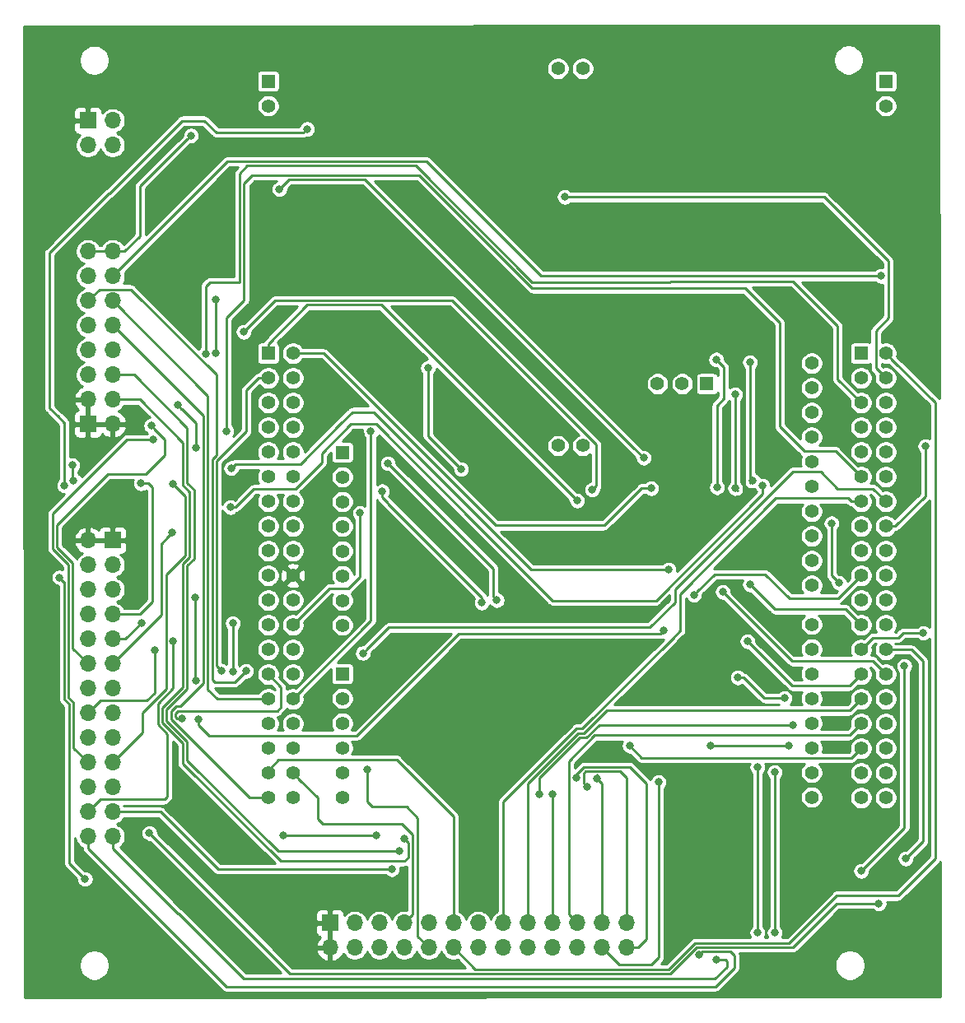
<source format=gbr>
G04 #@! TF.GenerationSoftware,KiCad,Pcbnew,(5.1.5)-3*
G04 #@! TF.CreationDate,2020-09-25T18:44:03-03:00*
G04 #@! TF.ProjectId,STM32G474,53544d33-3247-4343-9734-2e6b69636164,rev?*
G04 #@! TF.SameCoordinates,Original*
G04 #@! TF.FileFunction,Copper,L2,Bot*
G04 #@! TF.FilePolarity,Positive*
%FSLAX46Y46*%
G04 Gerber Fmt 4.6, Leading zero omitted, Abs format (unit mm)*
G04 Created by KiCad (PCBNEW (5.1.5)-3) date 2020-09-25 18:44:03*
%MOMM*%
%LPD*%
G04 APERTURE LIST*
%ADD10R,1.400000X1.400000*%
%ADD11C,1.400000*%
%ADD12O,1.700000X1.700000*%
%ADD13R,1.700000X1.700000*%
%ADD14C,0.800000*%
%ADD15C,0.250000*%
%ADD16C,0.254000*%
G04 APERTURE END LIST*
D10*
X87262475Y-86777763D03*
X49770000Y-93820000D03*
X49770000Y-116600000D03*
X103110000Y-83640000D03*
X42150000Y-83640000D03*
X105650000Y-55640000D03*
X42150000Y-55640000D03*
D11*
X82182475Y-86777763D03*
X84722475Y-86777763D03*
X71950000Y-93140000D03*
X74490000Y-93140000D03*
X74490000Y-54340000D03*
X71950000Y-54340000D03*
X98030000Y-84660000D03*
X98030000Y-104980000D03*
X98030000Y-102440000D03*
X98030000Y-99900000D03*
X98030000Y-97360000D03*
X98030000Y-94820000D03*
X98030000Y-92280000D03*
X98030000Y-89740000D03*
X98030000Y-87200000D03*
X49770000Y-96360000D03*
X98030000Y-107520000D03*
X49770000Y-109060000D03*
X49770000Y-106520000D03*
X49770000Y-103980000D03*
X49770000Y-101440000D03*
X49770000Y-98900000D03*
X49770000Y-111600000D03*
X98030000Y-116600000D03*
X98030000Y-114060000D03*
X98030000Y-111520000D03*
X98030000Y-126760000D03*
X98030000Y-124220000D03*
X98030000Y-121680000D03*
X98030000Y-119140000D03*
X98030000Y-129300000D03*
X49770000Y-129300000D03*
X49770000Y-119140000D03*
X49770000Y-121680000D03*
X49770000Y-124220000D03*
X49770000Y-126760000D03*
X44690000Y-83640000D03*
X105650000Y-83640000D03*
X42150000Y-86180000D03*
X44690000Y-86180000D03*
X105650000Y-86180000D03*
X103110000Y-86180000D03*
X42150000Y-88720000D03*
X44690000Y-88720000D03*
X105650000Y-88720000D03*
X103110000Y-88720000D03*
X42150000Y-91260000D03*
X44690000Y-91260000D03*
X105650000Y-91260000D03*
X103110000Y-91260000D03*
X42150000Y-93800000D03*
X44690000Y-93800000D03*
X105650000Y-93800000D03*
X103110000Y-93800000D03*
X42150000Y-96340000D03*
X44690000Y-96340000D03*
X105650000Y-96340000D03*
X103110000Y-96340000D03*
X42150000Y-98880000D03*
X44690000Y-98880000D03*
X105650000Y-98880000D03*
X103110000Y-98880000D03*
X42150000Y-101420000D03*
X44690000Y-101420000D03*
X105650000Y-101420000D03*
X103110000Y-101420000D03*
X42150000Y-103960000D03*
X44690000Y-103960000D03*
X105650000Y-103960000D03*
X103110000Y-103960000D03*
X42150000Y-106500000D03*
X44690000Y-106500000D03*
X105650000Y-106500000D03*
X103110000Y-106500000D03*
X42150000Y-109040000D03*
X44690000Y-109040000D03*
X105650000Y-109040000D03*
X103110000Y-109040000D03*
X42150000Y-111580000D03*
X44690000Y-111580000D03*
X105650000Y-111580000D03*
X103110000Y-111580000D03*
X42150000Y-114120000D03*
X44690000Y-114120000D03*
X105650000Y-114120000D03*
X103110000Y-114120000D03*
X42150000Y-116660000D03*
X44690000Y-116660000D03*
X105650000Y-116660000D03*
X103110000Y-116660000D03*
X42150000Y-119200000D03*
X44690000Y-119200000D03*
X105650000Y-119200000D03*
X103110000Y-119200000D03*
X42150000Y-121740000D03*
X44690000Y-121740000D03*
X105650000Y-121740000D03*
X103110000Y-121740000D03*
X42150000Y-124280000D03*
X44690000Y-124280000D03*
X105650000Y-124280000D03*
X103110000Y-124280000D03*
X42150000Y-126820000D03*
X44690000Y-126820000D03*
X105650000Y-126820000D03*
X103110000Y-126820000D03*
X42150000Y-129360000D03*
X44690000Y-129360000D03*
X105650000Y-129360000D03*
X103110000Y-129360000D03*
X42150000Y-58180000D03*
X105650000Y-58180000D03*
D12*
X23622000Y-133350000D03*
X26162000Y-133350000D03*
X23622000Y-130810000D03*
X26162000Y-130810000D03*
X23622000Y-128270000D03*
X26162000Y-128270000D03*
X23622000Y-125730000D03*
X26162000Y-125730000D03*
X23622000Y-123190000D03*
X26162000Y-123190000D03*
X23622000Y-120650000D03*
X26162000Y-120650000D03*
X23622000Y-118110000D03*
X26162000Y-118110000D03*
X23622000Y-115570000D03*
X26162000Y-115570000D03*
X23622000Y-113030000D03*
X26162000Y-113030000D03*
X23622000Y-110490000D03*
X26162000Y-110490000D03*
X23622000Y-107950000D03*
X26162000Y-107950000D03*
X23622000Y-105410000D03*
X26162000Y-105410000D03*
X23622000Y-102870000D03*
D13*
X26162000Y-102870000D03*
D12*
X26162000Y-62230000D03*
X26162000Y-59690000D03*
X23622000Y-62230000D03*
D13*
X23622000Y-59690000D03*
D12*
X26162000Y-73152000D03*
X23622000Y-73152000D03*
X26162000Y-75692000D03*
X23622000Y-75692000D03*
X26162000Y-78232000D03*
X23622000Y-78232000D03*
X26162000Y-80772000D03*
X23622000Y-80772000D03*
X26162000Y-83312000D03*
X23622000Y-83312000D03*
X26162000Y-85852000D03*
X23622000Y-85852000D03*
X26162000Y-88392000D03*
X23622000Y-88392000D03*
X26162000Y-90932000D03*
D13*
X23622000Y-90932000D03*
D12*
X78994000Y-144780000D03*
X78994000Y-142240000D03*
X76454000Y-144780000D03*
X76454000Y-142240000D03*
X73914000Y-144780000D03*
X73914000Y-142240000D03*
X71374000Y-144780000D03*
X71374000Y-142240000D03*
X68834000Y-144780000D03*
X68834000Y-142240000D03*
X66294000Y-144780000D03*
X66294000Y-142240000D03*
X63754000Y-144780000D03*
X63754000Y-142240000D03*
X61214000Y-144780000D03*
X61214000Y-142240000D03*
X58674000Y-144780000D03*
X58674000Y-142240000D03*
X56134000Y-144780000D03*
X56134000Y-142240000D03*
X53594000Y-144780000D03*
X53594000Y-142240000D03*
X51054000Y-144780000D03*
X51054000Y-142240000D03*
X48514000Y-144780000D03*
D13*
X48514000Y-142240000D03*
D14*
X44120000Y-142240000D03*
X47210000Y-105550000D03*
X24780000Y-99160000D03*
X23510000Y-94980000D03*
X21780000Y-66360000D03*
X27020000Y-97080000D03*
X62810000Y-130300000D03*
X58210000Y-118310000D03*
X58210000Y-108500000D03*
X71810000Y-73400000D03*
X54940000Y-108560000D03*
X70510000Y-82220000D03*
X34220000Y-72770000D03*
X33180000Y-79950000D03*
X69630000Y-117910000D03*
X87190000Y-129510000D03*
X85510000Y-116540000D03*
X96730000Y-140260000D03*
X47960000Y-87250000D03*
X35950000Y-130650000D03*
X34210000Y-61230000D03*
X58570000Y-85120000D03*
X61990000Y-95550000D03*
X51600000Y-100080000D03*
X73830000Y-127330000D03*
X64120000Y-109300000D03*
X53865000Y-97815000D03*
X86460000Y-145520000D03*
X91694000Y-84582000D03*
X91694000Y-107442000D03*
X92000211Y-96732683D03*
X90170000Y-87884000D03*
X91440000Y-113284000D03*
X90169067Y-97524990D03*
X74970000Y-128270000D03*
X65670000Y-109050000D03*
X54455000Y-94965000D03*
X88230000Y-146020000D03*
X52717952Y-91655010D03*
X103124000Y-136906000D03*
X107574979Y-115824000D03*
X73914000Y-98806000D03*
X75946000Y-127375021D03*
X82296000Y-127762000D03*
X81534000Y-97536000D03*
X71374000Y-129032000D03*
X107696000Y-135636000D03*
X96145000Y-121865000D03*
X70030000Y-129010000D03*
X53270000Y-133270000D03*
X43740000Y-133270000D03*
X23330000Y-137730000D03*
X20690000Y-106690000D03*
X95690000Y-124030000D03*
X87670000Y-124020000D03*
X80750000Y-94400000D03*
X43310000Y-66750000D03*
X22010000Y-95150000D03*
X22155000Y-96715000D03*
X46160000Y-60550000D03*
X21210000Y-97250000D03*
X38350000Y-95450000D03*
X83320000Y-105890000D03*
X85930000Y-108480000D03*
X36790000Y-78120000D03*
X36790000Y-83580000D03*
X30115010Y-91105000D03*
X37338000Y-116332000D03*
X30470000Y-114140000D03*
X33300000Y-121230000D03*
X30350501Y-92494990D03*
X32385010Y-113266151D03*
X54860000Y-136730000D03*
X29940000Y-133000000D03*
X104940000Y-140250000D03*
X109520000Y-112410000D03*
X35745000Y-83695000D03*
X32840000Y-88980000D03*
X34700000Y-93350000D03*
X32398937Y-97092792D03*
X38500000Y-111400000D03*
X38500000Y-116350000D03*
X35020000Y-121310000D03*
X82845000Y-112165000D03*
X90440000Y-116990000D03*
X95250000Y-119130000D03*
X34660000Y-108740000D03*
X34729070Y-117309070D03*
X32284990Y-102108000D03*
X51880000Y-114480000D03*
X29100000Y-111410000D03*
X79310000Y-124020000D03*
X75470000Y-97680000D03*
X39625000Y-81445000D03*
X29080000Y-97030000D03*
X38250000Y-99480000D03*
X92990000Y-97260000D03*
X100070000Y-101120000D03*
X100840000Y-107260000D03*
X37846000Y-91635010D03*
X72644000Y-67564000D03*
X105156000Y-75692000D03*
X109728000Y-93218000D03*
X92456000Y-143256000D03*
X92456000Y-126238000D03*
X94234000Y-143256000D03*
X94234000Y-126746000D03*
X88210000Y-84280000D03*
X88287476Y-97431476D03*
X88900000Y-108204000D03*
X39878000Y-116332000D03*
X52324000Y-126492000D03*
X56134000Y-133604000D03*
X55626000Y-134874000D03*
D15*
X23622000Y-102870000D02*
X26162000Y-102870000D01*
X62410001Y-129900001D02*
X62410001Y-123570001D01*
X62810000Y-130300000D02*
X62410001Y-129900001D01*
X62410001Y-123570001D02*
X58210000Y-119370000D01*
X58210000Y-119370000D02*
X58210000Y-118310000D01*
X58210000Y-118310000D02*
X58210000Y-118310000D01*
X23622000Y-73152000D02*
X26162000Y-73152000D01*
X27364081Y-73152000D02*
X28956000Y-71560081D01*
X26162000Y-73152000D02*
X27364081Y-73152000D01*
X33810001Y-61629999D02*
X33790001Y-61629999D01*
X34210000Y-61230000D02*
X33810001Y-61629999D01*
X33790001Y-61629999D02*
X28960000Y-66460000D01*
X28956000Y-71560081D02*
X28960000Y-66730000D01*
X28960000Y-66460000D02*
X28960000Y-66730000D01*
X58570000Y-85120000D02*
X58570000Y-92130000D01*
X58570000Y-92130000D02*
X61990000Y-95550000D01*
X61990000Y-95550000D02*
X61990000Y-95550000D01*
X48190000Y-108080000D02*
X48100000Y-108170000D01*
X48100000Y-108170000D02*
X44690000Y-111580000D01*
X48430000Y-107840000D02*
X50390000Y-107840000D01*
X48100000Y-108170000D02*
X48430000Y-107840000D01*
X51590000Y-103677002D02*
X51600000Y-103667002D01*
X51600000Y-103667002D02*
X51600000Y-100080000D01*
X50390000Y-107840000D02*
X51590000Y-106640000D01*
X51590000Y-106640000D02*
X51590000Y-103677002D01*
X80196081Y-144780000D02*
X81050000Y-143926081D01*
X78994000Y-144780000D02*
X80196081Y-144780000D01*
X81050000Y-143926081D02*
X81050000Y-127910000D01*
X81050000Y-127910000D02*
X79340000Y-126200000D01*
X79340000Y-126200000D02*
X74600000Y-126200000D01*
X74600000Y-126200000D02*
X73830000Y-126970000D01*
X73830000Y-126970000D02*
X73830000Y-127330000D01*
X73830000Y-127330000D02*
X73830000Y-127330000D01*
X64120000Y-108734315D02*
X54455685Y-99070000D01*
X64120000Y-109300000D02*
X64120000Y-108734315D01*
X54455685Y-99070000D02*
X54455685Y-99055685D01*
X53865000Y-98465000D02*
X53865000Y-97815000D01*
X54455685Y-99055685D02*
X53865000Y-98465000D01*
X86600000Y-145380000D02*
X86460000Y-145520000D01*
X86460000Y-145520000D02*
X86460000Y-145520000D01*
X86780000Y-145200000D02*
X86460000Y-145520000D01*
X89700000Y-145200000D02*
X86780000Y-145200000D01*
X89870000Y-145370000D02*
X89700000Y-145200000D01*
X89870000Y-145380000D02*
X89870000Y-145370000D01*
X90090000Y-145600000D02*
X89870000Y-145380000D01*
X23622000Y-133350000D02*
X23622000Y-134552081D01*
X88130000Y-148800000D02*
X90090000Y-146840000D01*
X90090000Y-146840000D02*
X90090000Y-145600000D01*
X23622000Y-134552081D02*
X37869919Y-148800000D01*
X37869919Y-148800000D02*
X88130000Y-148800000D01*
X91694000Y-97028000D02*
X91694000Y-97028000D01*
X101512000Y-109982000D02*
X103110000Y-111580000D01*
X91694000Y-107442000D02*
X94234000Y-109982000D01*
X94234000Y-109982000D02*
X101512000Y-109982000D01*
X91694000Y-84582000D02*
X91694000Y-96426472D01*
X91694000Y-96426472D02*
X92000211Y-96732683D01*
X90170000Y-97536000D02*
X90170000Y-97536000D01*
X101914000Y-117856000D02*
X103110000Y-116660000D01*
X91440000Y-113284000D02*
X96012000Y-117856000D01*
X96012000Y-117856000D02*
X101914000Y-117856000D01*
X90170000Y-97524057D02*
X90169067Y-97524990D01*
X90169067Y-97535067D02*
X90169067Y-97524990D01*
X90424000Y-97790000D02*
X90169067Y-97535067D01*
X90170000Y-87884000D02*
X90170000Y-97524057D01*
X74970000Y-128270000D02*
X74970000Y-128270000D01*
X65270001Y-108650001D02*
X65270001Y-105780001D01*
X65670000Y-109050000D02*
X65270001Y-108650001D01*
X65270001Y-105780001D02*
X54455000Y-94965000D01*
X54455000Y-94965000D02*
X54430000Y-94940000D01*
X74570001Y-127870001D02*
X74970000Y-128270000D01*
X74786399Y-126650011D02*
X74570001Y-126866409D01*
X74570001Y-126866409D02*
X74570001Y-127870001D01*
X78994000Y-127324000D02*
X78320011Y-126650011D01*
X78320011Y-126650011D02*
X74786399Y-126650011D01*
X78994000Y-142240000D02*
X78994000Y-127324000D01*
X26162000Y-134552081D02*
X32900000Y-141290081D01*
X26162000Y-133350000D02*
X26162000Y-134552081D01*
X32900000Y-141290081D02*
X32960081Y-141290081D01*
X32960081Y-141290081D02*
X39670000Y-148000000D01*
X83350000Y-148000000D02*
X84700000Y-148000000D01*
X39670000Y-148000000D02*
X83350000Y-148000000D01*
X83350000Y-148000000D02*
X83590000Y-148000000D01*
X84700000Y-148000000D02*
X87250000Y-148000000D01*
X87250000Y-148000000D02*
X88080000Y-148000000D01*
X88080000Y-148000000D02*
X89330000Y-146750000D01*
X89330000Y-146750000D02*
X89330000Y-146180000D01*
X89330000Y-146180000D02*
X89170000Y-146020000D01*
X89170000Y-146020000D02*
X88230000Y-146020000D01*
X88230000Y-146020000D02*
X88230000Y-146020000D01*
X52717952Y-111172048D02*
X52717952Y-91655010D01*
X44690000Y-119200000D02*
X52717952Y-111172048D01*
X106349999Y-84339999D02*
X105650000Y-83640000D01*
X100584000Y-139446000D02*
X106934000Y-139446000D01*
X110744000Y-135636000D02*
X110744000Y-88734000D01*
X95730022Y-144299978D02*
X100584000Y-139446000D01*
X61214000Y-144780000D02*
X63433978Y-146999978D01*
X106934000Y-139446000D02*
X110744000Y-135636000D01*
X83317201Y-146999978D02*
X86017200Y-144299978D01*
X110744000Y-88734000D02*
X106349999Y-84339999D01*
X86017200Y-144299978D02*
X95730022Y-144299978D01*
X63433978Y-146999978D02*
X83317201Y-146999978D01*
X103124000Y-136906000D02*
X107574979Y-132455021D01*
X107574979Y-132455021D02*
X107574979Y-116389685D01*
X107574979Y-116389685D02*
X107574979Y-115824000D01*
X75946000Y-127000000D02*
X75946000Y-127000000D01*
X46179989Y-78660011D02*
X42150000Y-82690000D01*
X73914000Y-98806000D02*
X53768011Y-78660011D01*
X53768011Y-78660011D02*
X46179989Y-78660011D01*
X42150000Y-82690000D02*
X42150000Y-83640000D01*
X76345999Y-127775020D02*
X75946000Y-127375021D01*
X76454000Y-142240000D02*
X76454000Y-127883021D01*
X76454000Y-127883021D02*
X76345999Y-127775020D01*
X82296000Y-127762000D02*
X82296000Y-127762000D01*
X44630000Y-83640000D02*
X44690000Y-83640000D01*
X80518000Y-97536000D02*
X76708000Y-101346000D01*
X47826000Y-83640000D02*
X44630000Y-83640000D01*
X81534000Y-97536000D02*
X80518000Y-97536000D01*
X76708000Y-101346000D02*
X65532000Y-101346000D01*
X65532000Y-101346000D02*
X47826000Y-83640000D01*
X82296000Y-145796000D02*
X82296000Y-128327685D01*
X78223967Y-146549967D02*
X81542033Y-146549967D01*
X76454000Y-144780000D02*
X78223967Y-146549967D01*
X81542033Y-146549967D02*
X82296000Y-145796000D01*
X82296000Y-128327685D02*
X82296000Y-127762000D01*
X71374000Y-142240000D02*
X71374000Y-129032000D01*
X71374000Y-129032000D02*
X71374000Y-129032000D01*
X102410001Y-119899999D02*
X103110000Y-119200000D01*
X101914000Y-120396000D02*
X102410001Y-119899999D01*
X68834000Y-142240000D02*
X68834000Y-127896767D01*
X68834000Y-127896767D02*
X74020800Y-122709967D01*
X76962000Y-120396000D02*
X101914000Y-120396000D01*
X74648033Y-122709967D02*
X76962000Y-120396000D01*
X74020800Y-122709967D02*
X74648033Y-122709967D01*
X84516400Y-112240011D02*
X84520000Y-112190000D01*
X84520000Y-112190000D02*
X84520000Y-108382822D01*
X102120051Y-98880000D02*
X103110000Y-98880000D01*
X94350822Y-98552000D02*
X101792051Y-98552000D01*
X84520000Y-108382822D02*
X94350822Y-98552000D01*
X101792051Y-98552000D02*
X102120051Y-98880000D01*
X83746400Y-112960011D02*
X83749989Y-112960011D01*
X66294000Y-129800356D02*
X73834400Y-122259956D01*
X73834400Y-122259956D02*
X74446455Y-122259956D01*
X83749989Y-112960011D02*
X84520000Y-112190000D01*
X66294000Y-142240000D02*
X66294000Y-129800356D01*
X74446455Y-122259956D02*
X83746400Y-112960011D01*
X101914000Y-122936000D02*
X102410001Y-122439999D01*
X75747589Y-122936000D02*
X101914000Y-122936000D01*
X73914000Y-142240000D02*
X73064001Y-141390001D01*
X73064001Y-141390001D02*
X73064001Y-125619588D01*
X102410001Y-122439999D02*
X103110000Y-121740000D01*
X73064001Y-125619588D02*
X75747589Y-122936000D01*
X107696000Y-135636000D02*
X109474000Y-133858000D01*
X109474000Y-133858000D02*
X109474000Y-115316000D01*
X108278000Y-114120000D02*
X105650000Y-114120000D01*
X109474000Y-115316000D02*
X108278000Y-114120000D01*
X61214000Y-142240000D02*
X61214000Y-141037919D01*
X61214000Y-141037919D02*
X61214000Y-131318000D01*
X61214000Y-131318000D02*
X55372000Y-125476000D01*
X42150000Y-126820000D02*
X42150000Y-126506000D01*
X42150000Y-126506000D02*
X43180000Y-125476000D01*
X43180000Y-125476000D02*
X55372000Y-125476000D01*
X45389999Y-127519999D02*
X44690000Y-126820000D01*
X47244000Y-129374000D02*
X45389999Y-127519999D01*
X56983999Y-141390001D02*
X56983999Y-133183999D01*
X56134000Y-142240000D02*
X56983999Y-141390001D01*
X56983999Y-133183999D02*
X55880000Y-132080000D01*
X47244000Y-131572000D02*
X47244000Y-129374000D01*
X55880000Y-132080000D02*
X47752000Y-132080000D01*
X47752000Y-132080000D02*
X47244000Y-131572000D01*
X70030000Y-129010000D02*
X70030000Y-129010000D01*
X53270000Y-133270000D02*
X52704315Y-133270000D01*
X52704315Y-133270000D02*
X43740000Y-133270000D01*
X43740000Y-133270000D02*
X43740000Y-133270000D01*
X23330000Y-137730000D02*
X21700000Y-136100000D01*
X21700000Y-136100000D02*
X21700000Y-119750000D01*
X21700000Y-119750000D02*
X21160000Y-119210000D01*
X21160000Y-119210000D02*
X21160000Y-107290000D01*
X21160000Y-107290000D02*
X21160000Y-107130000D01*
X21160000Y-107130000D02*
X21130000Y-107130000D01*
X21130000Y-107130000D02*
X20690000Y-106690000D01*
X20690000Y-106690000D02*
X20690000Y-106690000D01*
X74887200Y-123159978D02*
X74207200Y-123159978D01*
X70030000Y-127337178D02*
X70030000Y-128444315D01*
X70030000Y-128444315D02*
X70030000Y-129010000D01*
X76182178Y-121865000D02*
X74887200Y-123159978D01*
X96145000Y-121865000D02*
X76182178Y-121865000D01*
X74207200Y-123159978D02*
X70030000Y-127337178D01*
X95124315Y-124030000D02*
X95114315Y-124020000D01*
X95690000Y-124030000D02*
X95124315Y-124030000D01*
X95114315Y-124020000D02*
X87670000Y-124020000D01*
X87670000Y-124020000D02*
X87610000Y-124020000D01*
X80750000Y-94400000D02*
X79670000Y-93320000D01*
X79670000Y-93320000D02*
X75940000Y-89590000D01*
X75940000Y-89590000D02*
X52120000Y-65770000D01*
X52120000Y-65770000D02*
X44290000Y-65770000D01*
X44290000Y-65770000D02*
X43310000Y-66750000D01*
X43310000Y-66750000D02*
X43310000Y-66750000D01*
X22010000Y-95150000D02*
X22010000Y-95715685D01*
X22010000Y-95715685D02*
X22010000Y-96570000D01*
X22010000Y-96570000D02*
X22155000Y-96715000D01*
X22155000Y-96715000D02*
X22170000Y-96730000D01*
X45760001Y-60949999D02*
X36859999Y-60949999D01*
X46160000Y-60550000D02*
X45760001Y-60949999D01*
X36859999Y-60949999D02*
X35610000Y-59700000D01*
X35610000Y-59700000D02*
X33300000Y-59700000D01*
X33300000Y-59700000D02*
X25820000Y-67180000D01*
X25820000Y-67180000D02*
X25780000Y-67180000D01*
X25780000Y-67180000D02*
X19690000Y-73270000D01*
X19690000Y-89285002D02*
X20560000Y-90155002D01*
X19690000Y-73270000D02*
X19690000Y-89285002D01*
X20560000Y-90155002D02*
X20565002Y-90155002D01*
X20565002Y-90155002D02*
X21210000Y-90800000D01*
X21210000Y-90800000D02*
X21210000Y-97250000D01*
X21210000Y-97250000D02*
X21210000Y-97250000D01*
X38749999Y-95050001D02*
X45439999Y-95050001D01*
X38350000Y-95450000D02*
X38749999Y-95050001D01*
X45439999Y-95050001D02*
X49660000Y-90830000D01*
X49660000Y-90830000D02*
X49670000Y-90830000D01*
X49670000Y-90830000D02*
X50820000Y-89680000D01*
X50820000Y-89680000D02*
X53000000Y-89680000D01*
X53000000Y-89680000D02*
X61160000Y-97840000D01*
X61160000Y-97840000D02*
X61160000Y-97880000D01*
X61160000Y-97880000D02*
X69170000Y-105890000D01*
X69170000Y-105890000D02*
X83320000Y-105890000D01*
X83320000Y-105890000D02*
X83320000Y-105890000D01*
X86329999Y-108080001D02*
X86329999Y-108070001D01*
X85930000Y-108480000D02*
X86329999Y-108080001D01*
X86329999Y-108070001D02*
X88040000Y-106360000D01*
X88040000Y-106360000D02*
X93260000Y-106360000D01*
X93260000Y-106360000D02*
X95760000Y-108860000D01*
X100750000Y-108860000D02*
X103110000Y-106500000D01*
X95760000Y-108860000D02*
X100750000Y-108860000D01*
X36790000Y-78120000D02*
X36790000Y-83580000D01*
X36790000Y-83580000D02*
X36790000Y-83650000D01*
X31480000Y-94090000D02*
X31480000Y-92469990D01*
X30515009Y-91504999D02*
X30115010Y-91105000D01*
X29540000Y-96030000D02*
X31480000Y-94090000D01*
X31480000Y-92469990D02*
X30515009Y-91504999D01*
X25690000Y-96030000D02*
X29540000Y-96030000D01*
X22060022Y-114008022D02*
X22060022Y-105187200D01*
X23622000Y-115570000D02*
X22060022Y-114008022D01*
X20440000Y-101280000D02*
X25690000Y-96030000D01*
X20440000Y-103567178D02*
X20440000Y-101280000D01*
X22060022Y-105187200D02*
X20440000Y-103567178D01*
X37338000Y-116332000D02*
X37338000Y-116332000D01*
X42150000Y-86180000D02*
X41160051Y-86180000D01*
X36830000Y-115824000D02*
X37338000Y-116332000D01*
X36830000Y-94742000D02*
X36830000Y-115824000D01*
X39878000Y-91694000D02*
X36830000Y-94742000D01*
X41160051Y-86180000D02*
X39878000Y-87462051D01*
X39878000Y-87462051D02*
X39878000Y-91694000D01*
X30470000Y-114140000D02*
X30470000Y-118550000D01*
X30470000Y-118550000D02*
X29660000Y-119360000D01*
X24912000Y-119360000D02*
X23622000Y-120650000D01*
X29660000Y-119360000D02*
X24912000Y-119360000D01*
X42150000Y-116660000D02*
X43480000Y-117990000D01*
X43480000Y-117990000D02*
X43480000Y-120040000D01*
X43480000Y-120040000D02*
X43110000Y-120410000D01*
X43110000Y-120410000D02*
X32870000Y-120410000D01*
X32870000Y-120410000D02*
X32620000Y-120660000D01*
X32620000Y-120660000D02*
X32620000Y-121070000D01*
X32620000Y-121070000D02*
X32780000Y-121230000D01*
X32780000Y-121230000D02*
X33300000Y-121230000D01*
X33300000Y-121230000D02*
X33300000Y-121230000D01*
X22150011Y-124258011D02*
X22150011Y-119563600D01*
X22150011Y-119563600D02*
X21610011Y-119023600D01*
X19989989Y-103753578D02*
X19989989Y-100152011D01*
X19989989Y-100152011D02*
X27647010Y-92494990D01*
X21610011Y-105373600D02*
X19989989Y-103753578D01*
X23622000Y-125730000D02*
X22150011Y-124258011D01*
X27647010Y-92494990D02*
X29784816Y-92494990D01*
X29784816Y-92494990D02*
X30350501Y-92494990D01*
X21610011Y-119023600D02*
X21610011Y-105373600D01*
X30819956Y-119666455D02*
X32385010Y-118101401D01*
X32385010Y-113831836D02*
X32385010Y-113266151D01*
X31490000Y-129540000D02*
X31785877Y-129244123D01*
X31785877Y-129244123D02*
X31785877Y-122781521D01*
X24892000Y-129540000D02*
X31490000Y-129540000D01*
X32385010Y-118101401D02*
X32385010Y-113831836D01*
X31785877Y-122781521D02*
X30819956Y-121815600D01*
X23622000Y-130810000D02*
X24892000Y-129540000D01*
X30819956Y-121815600D02*
X30819956Y-119666455D01*
X54860000Y-136730000D02*
X36980000Y-136730000D01*
X31060000Y-130810000D02*
X26162000Y-130810000D01*
X36980000Y-136730000D02*
X31060000Y-130810000D01*
X104940000Y-140250000D02*
X104940000Y-140250000D01*
X109520000Y-112410000D02*
X107430000Y-112410000D01*
X107430000Y-112410000D02*
X106960000Y-112880000D01*
X104350000Y-112880000D02*
X103110000Y-114120000D01*
X106960000Y-112880000D02*
X104350000Y-112880000D01*
X96140011Y-144749989D02*
X100640000Y-140250000D01*
X29940000Y-133000000D02*
X44389991Y-147449991D01*
X83503599Y-147449991D02*
X86203600Y-144749989D01*
X44389991Y-147449991D02*
X83503599Y-147449991D01*
X86203600Y-144749989D02*
X96140011Y-144749989D01*
X104374315Y-140250000D02*
X104940000Y-140250000D01*
X100640000Y-140250000D02*
X104374315Y-140250000D01*
X35745000Y-83695000D02*
X35750000Y-83700000D01*
X33239999Y-89379999D02*
X33249999Y-89379999D01*
X32840000Y-88980000D02*
X33239999Y-89379999D01*
X33249999Y-89379999D02*
X34700000Y-90830000D01*
X34700000Y-90830000D02*
X34700000Y-93350000D01*
X34700000Y-93350000D02*
X34700000Y-93350000D01*
X31660000Y-106380000D02*
X33620000Y-104420000D01*
X33620000Y-98313855D02*
X32798936Y-97492791D01*
X32798936Y-97492791D02*
X32398937Y-97092792D01*
X31660000Y-118190000D02*
X31660000Y-106380000D01*
X29224081Y-120625919D02*
X31660000Y-118190000D01*
X29224081Y-122667919D02*
X29224081Y-120625919D01*
X33620000Y-104420000D02*
X33620000Y-98313855D01*
X26162000Y-125730000D02*
X29224081Y-122667919D01*
X39212778Y-76320000D02*
X36150000Y-76320000D01*
X103110000Y-88720000D02*
X100700000Y-86310000D01*
X35745000Y-76725000D02*
X35745000Y-83129315D01*
X40007200Y-64349978D02*
X39212778Y-65144400D01*
X57332800Y-64349978D02*
X40007200Y-64349978D01*
X69302822Y-76320000D02*
X57332800Y-64349978D01*
X39212778Y-65144400D02*
X39212778Y-76320000D01*
X36150000Y-76320000D02*
X35745000Y-76725000D01*
X83490000Y-76320000D02*
X69302822Y-76320000D01*
X96140000Y-76280000D02*
X83530000Y-76280000D01*
X35745000Y-83129315D02*
X35745000Y-83695000D01*
X100700000Y-86310000D02*
X100700000Y-80840000D01*
X83530000Y-76280000D02*
X83490000Y-76320000D01*
X100700000Y-80840000D02*
X96140000Y-76280000D01*
X38500000Y-111400000D02*
X38500000Y-111965685D01*
X38500000Y-111965685D02*
X38500000Y-116350000D01*
X38500000Y-116350000D02*
X38500000Y-116350000D01*
X35020000Y-121875685D02*
X36114315Y-122970000D01*
X35020000Y-121310000D02*
X35020000Y-121875685D01*
X36114315Y-122970000D02*
X51280000Y-122970000D01*
X51280000Y-122970000D02*
X61740000Y-112510000D01*
X61740000Y-112510000D02*
X82500000Y-112510000D01*
X82500000Y-112510000D02*
X82845000Y-112165000D01*
X82845000Y-112165000D02*
X82960000Y-112050000D01*
X91005685Y-116990000D02*
X93145685Y-119130000D01*
X90440000Y-116990000D02*
X91005685Y-116990000D01*
X93145685Y-119130000D02*
X95250000Y-119130000D01*
X95250000Y-119130000D02*
X95250000Y-119130000D01*
X34660000Y-117240000D02*
X34660000Y-117240000D01*
X34660000Y-108740000D02*
X34660000Y-117240000D01*
X34660000Y-117240000D02*
X34729070Y-117309070D01*
X31159989Y-110572011D02*
X31159989Y-103233001D01*
X26162000Y-115570000D02*
X31159989Y-110572011D01*
X31884991Y-102507999D02*
X32284990Y-102108000D01*
X31159989Y-103233001D02*
X31884991Y-102507999D01*
X52330000Y-114030000D02*
X52330000Y-114040000D01*
X52330000Y-114030000D02*
X51880000Y-114480000D01*
X51880000Y-114480000D02*
X51880000Y-114480000D01*
X27480000Y-113030000D02*
X26162000Y-113030000D01*
X29100000Y-111410000D02*
X27480000Y-113030000D01*
X54510000Y-111850000D02*
X52330000Y-114030000D01*
X81416411Y-111850000D02*
X54510000Y-111850000D01*
X84020011Y-109246400D02*
X81416411Y-111850000D01*
X98985001Y-95845001D02*
X96081410Y-95845001D01*
X104350000Y-97580000D02*
X100720000Y-97580000D01*
X96081410Y-95845001D02*
X84020011Y-107906400D01*
X84020011Y-107906400D02*
X84020011Y-109246400D01*
X100720000Y-97580000D02*
X98985001Y-95845001D01*
X105650000Y-98880000D02*
X104350000Y-97580000D01*
X102144999Y-125245001D02*
X80535001Y-125245001D01*
X103110000Y-124280000D02*
X102144999Y-125245001D01*
X80535001Y-125245001D02*
X79310000Y-124020000D01*
X79310000Y-124020000D02*
X79300000Y-124010000D01*
X75470000Y-97680000D02*
X75869999Y-97280001D01*
X75869999Y-93002997D02*
X61077002Y-78210000D01*
X75869999Y-97280001D02*
X75869999Y-93002997D01*
X61077002Y-78210000D02*
X42860000Y-78210000D01*
X42860000Y-78210000D02*
X39625000Y-81445000D01*
X39625000Y-81445000D02*
X39590000Y-81480000D01*
X29080000Y-97030000D02*
X29780000Y-97030000D01*
X29780000Y-97030000D02*
X30210000Y-97460000D01*
X30210000Y-97460000D02*
X30210000Y-109210000D01*
X28930000Y-110490000D02*
X26162000Y-110490000D01*
X30210000Y-109210000D02*
X28930000Y-110490000D01*
X38815685Y-99480000D02*
X40695685Y-97600000D01*
X38250000Y-99480000D02*
X38815685Y-99480000D01*
X44947002Y-97600000D02*
X44957002Y-97590000D01*
X40695685Y-97600000D02*
X44947002Y-97600000D01*
X44957002Y-97590000D02*
X47670000Y-94877002D01*
X47670000Y-93934998D02*
X50674998Y-90930000D01*
X47670000Y-94877002D02*
X47670000Y-93934998D01*
X50674998Y-90930000D02*
X53230000Y-90930000D01*
X53230000Y-90930000D02*
X63760000Y-101460000D01*
X63760000Y-101460000D02*
X63760000Y-101470000D01*
X63760000Y-101470000D02*
X71350000Y-109060000D01*
X71350000Y-109060000D02*
X82040000Y-109060000D01*
X82040000Y-109060000D02*
X92990000Y-98110000D01*
X92990000Y-98110000D02*
X92990000Y-97260000D01*
X92990000Y-97260000D02*
X92990000Y-97260000D01*
X100070000Y-101120000D02*
X100070000Y-106490000D01*
X100070000Y-106490000D02*
X100840000Y-107260000D01*
X100840000Y-107260000D02*
X100840000Y-107260000D01*
X37846000Y-91069325D02*
X37846000Y-91635010D01*
X37846000Y-80010000D02*
X37846000Y-91069325D01*
X94742000Y-80518000D02*
X91186000Y-76962000D01*
X97282000Y-93726000D02*
X94742000Y-91186000D01*
X94742000Y-91186000D02*
X94742000Y-80518000D01*
X100496000Y-93726000D02*
X97282000Y-93726000D01*
X91186000Y-76962000D02*
X69308411Y-76962000D01*
X69308411Y-76962000D02*
X57666400Y-65319989D01*
X39679989Y-66163600D02*
X39679989Y-78176011D01*
X103110000Y-96340000D02*
X100496000Y-93726000D01*
X57666400Y-65319989D02*
X40523600Y-65319989D01*
X40523600Y-65319989D02*
X39679989Y-66163600D01*
X39679989Y-78176011D02*
X37846000Y-80010000D01*
X72644000Y-67564000D02*
X99314000Y-67564000D01*
X99314000Y-67564000D02*
X105918000Y-74168000D01*
X105918000Y-74168000D02*
X105918000Y-80010000D01*
X104624999Y-81303001D02*
X104624999Y-84304999D01*
X105918000Y-80010000D02*
X104624999Y-81303001D01*
X104624999Y-84304999D02*
X104648000Y-84328000D01*
X104648000Y-85178000D02*
X105650000Y-86180000D01*
X104648000Y-84328000D02*
X104648000Y-85178000D01*
X109728000Y-93783685D02*
X109728000Y-93218000D01*
X106639949Y-101420000D02*
X109728000Y-98331949D01*
X109728000Y-98331949D02*
X109728000Y-93783685D01*
X105650000Y-101420000D02*
X106639949Y-101420000D01*
X37954033Y-63899967D02*
X58429200Y-63899967D01*
X70221233Y-75692000D02*
X104590315Y-75692000D01*
X26162000Y-75692000D02*
X37954033Y-63899967D01*
X104590315Y-75692000D02*
X105156000Y-75692000D01*
X58429200Y-63899967D02*
X70221233Y-75692000D01*
X92456000Y-143256000D02*
X92456000Y-141224000D01*
X92456000Y-141224000D02*
X92456000Y-126238000D01*
X92456000Y-126238000D02*
X92456000Y-126238000D01*
X94234000Y-143256000D02*
X94234000Y-126746000D01*
X94234000Y-126746000D02*
X94234000Y-126746000D01*
X88287476Y-97431476D02*
X88287476Y-97431476D01*
X105650000Y-116660000D02*
X104306000Y-115316000D01*
X104306000Y-115316000D02*
X96012000Y-115316000D01*
X88900000Y-108204000D02*
X95758000Y-115062000D01*
X96012000Y-115316000D02*
X95758000Y-115062000D01*
X88287476Y-96865791D02*
X88280000Y-96858315D01*
X88287476Y-97431476D02*
X88287476Y-96865791D01*
X88287476Y-96850839D02*
X88287476Y-89012524D01*
X88280000Y-96858315D02*
X88287476Y-96850839D01*
X88287476Y-89012524D02*
X89010000Y-88290000D01*
X89010000Y-85080000D02*
X88210000Y-84280000D01*
X89010000Y-88290000D02*
X89010000Y-85080000D01*
X35929978Y-118228800D02*
X36901178Y-119200000D01*
X35929978Y-87999978D02*
X35929978Y-118228800D01*
X26162000Y-78232000D02*
X35929978Y-87999978D01*
X41160051Y-119200000D02*
X42150000Y-119200000D01*
X36901178Y-119200000D02*
X41160051Y-119200000D01*
X39878000Y-116332000D02*
X39878000Y-116332000D01*
X38723674Y-117486326D02*
X39478001Y-116731999D01*
X36830000Y-85852000D02*
X36830000Y-94105589D01*
X36379989Y-94555600D02*
X36379989Y-117232326D01*
X39478001Y-116731999D02*
X39878000Y-116332000D01*
X28034999Y-77056999D02*
X36830000Y-85852000D01*
X36633989Y-117486326D02*
X38723674Y-117486326D01*
X23622000Y-78232000D02*
X24797001Y-77056999D01*
X36830000Y-94105589D02*
X36379989Y-94555600D01*
X24797001Y-77056999D02*
X28034999Y-77056999D01*
X36379989Y-117232326D02*
X36633989Y-117486326D01*
X52324000Y-126492000D02*
X52324000Y-126492000D01*
X52324000Y-127057685D02*
X52324000Y-126492000D01*
X52324000Y-129791181D02*
X52324000Y-127057685D01*
X58674000Y-144780000D02*
X57498999Y-143604999D01*
X57498999Y-131412999D02*
X56388000Y-130302000D01*
X57498999Y-143604999D02*
X57498999Y-131412999D01*
X56388000Y-130302000D02*
X52834819Y-130302000D01*
X52834819Y-130302000D02*
X52324000Y-129791181D01*
X56134000Y-133604000D02*
X56134000Y-133604000D01*
X56533999Y-135490001D02*
X56533999Y-134003999D01*
X33369989Y-125825989D02*
X43434000Y-135890000D01*
X34070011Y-104606400D02*
X33369989Y-105306422D01*
X28956000Y-88392000D02*
X33369989Y-92805989D01*
X33369989Y-97183578D02*
X34070011Y-97883600D01*
X56134000Y-135890000D02*
X56533999Y-135490001D01*
X33369989Y-105306422D02*
X33369989Y-118000778D01*
X33369989Y-92805989D02*
X33369989Y-97183578D01*
X43434000Y-135890000D02*
X56134000Y-135890000D01*
X31269967Y-120100800D02*
X31269967Y-121629200D01*
X26162000Y-88392000D02*
X28956000Y-88392000D01*
X34070011Y-97883600D02*
X34070011Y-104606400D01*
X56533999Y-134003999D02*
X56134000Y-133604000D01*
X33369989Y-118000778D02*
X31269967Y-120100800D01*
X33369989Y-123729222D02*
X33369989Y-125825989D01*
X31269967Y-121629200D02*
X33369989Y-123729222D01*
X33103601Y-119959989D02*
X32683600Y-119959989D01*
X26162000Y-80772000D02*
X35459991Y-90069991D01*
X35459991Y-90069991D02*
X35459991Y-117603599D01*
X35459991Y-117603599D02*
X33103601Y-119959989D01*
X32683600Y-119959989D02*
X32169989Y-120473600D01*
X32169989Y-120473600D02*
X32169989Y-121256400D01*
X32169989Y-121256400D02*
X40273589Y-129360000D01*
X40273589Y-129360000D02*
X41160051Y-129360000D01*
X41160051Y-129360000D02*
X42150000Y-129360000D01*
X55626000Y-134874000D02*
X55626000Y-134874000D01*
X33820000Y-96997178D02*
X34520022Y-97697200D01*
X33820000Y-118187178D02*
X31719978Y-120287200D01*
X33820000Y-125514000D02*
X43180000Y-134874000D01*
X31719978Y-120287200D02*
X31719978Y-121442800D01*
X55060315Y-134874000D02*
X55626000Y-134874000D01*
X33820000Y-123542822D02*
X33820000Y-125514000D01*
X26162000Y-85852000D02*
X28352000Y-85852000D01*
X33820000Y-105492822D02*
X33820000Y-118187178D01*
X33820000Y-91320000D02*
X33820000Y-96997178D01*
X34520022Y-97697200D02*
X34520022Y-104792800D01*
X34520022Y-104792800D02*
X33820000Y-105492822D01*
X28352000Y-85852000D02*
X33820000Y-91320000D01*
X31719978Y-121442800D02*
X33820000Y-123542822D01*
X43180000Y-134874000D02*
X55060315Y-134874000D01*
D16*
G36*
X111176009Y-88311468D02*
G01*
X111171737Y-88306263D01*
X111148772Y-88287416D01*
X106796592Y-83935237D01*
X106796583Y-83935226D01*
X106792206Y-83930849D01*
X106827000Y-83755924D01*
X106827000Y-83524076D01*
X106781769Y-83296682D01*
X106693044Y-83082481D01*
X106564236Y-82889706D01*
X106400294Y-82725764D01*
X106207519Y-82596956D01*
X105993318Y-82508231D01*
X105765924Y-82463000D01*
X105534076Y-82463000D01*
X105306682Y-82508231D01*
X105226999Y-82541237D01*
X105226999Y-81552356D01*
X106322772Y-80456584D01*
X106345737Y-80437737D01*
X106389077Y-80384928D01*
X106420966Y-80346072D01*
X106476866Y-80241490D01*
X106511289Y-80128013D01*
X106515007Y-80090263D01*
X106520000Y-80039566D01*
X106520000Y-80039559D01*
X106522911Y-80010000D01*
X106520000Y-79980441D01*
X106520000Y-74197556D01*
X106522911Y-74167999D01*
X106520000Y-74138443D01*
X106520000Y-74138434D01*
X106511289Y-74049988D01*
X106476866Y-73936510D01*
X106420966Y-73831929D01*
X106410286Y-73818916D01*
X106364584Y-73763227D01*
X106364580Y-73763223D01*
X106345737Y-73740263D01*
X106322778Y-73721421D01*
X99760589Y-67159234D01*
X99741737Y-67136263D01*
X99650071Y-67061034D01*
X99545490Y-67005134D01*
X99432012Y-66970711D01*
X99343566Y-66962000D01*
X99343556Y-66962000D01*
X99314000Y-66959089D01*
X99284444Y-66962000D01*
X73282265Y-66962000D01*
X73203055Y-66882790D01*
X73059415Y-66786813D01*
X72899811Y-66720703D01*
X72730377Y-66687000D01*
X72557623Y-66687000D01*
X72388189Y-66720703D01*
X72228585Y-66786813D01*
X72084945Y-66882790D01*
X71962790Y-67004945D01*
X71866813Y-67148585D01*
X71800703Y-67308189D01*
X71767000Y-67477623D01*
X71767000Y-67650377D01*
X71800703Y-67819811D01*
X71866813Y-67979415D01*
X71962790Y-68123055D01*
X72084945Y-68245210D01*
X72228585Y-68341187D01*
X72388189Y-68407297D01*
X72557623Y-68441000D01*
X72730377Y-68441000D01*
X72899811Y-68407297D01*
X73059415Y-68341187D01*
X73203055Y-68245210D01*
X73282265Y-68166000D01*
X99064645Y-68166000D01*
X105316000Y-74417357D01*
X105316000Y-74829645D01*
X105242377Y-74815000D01*
X105069623Y-74815000D01*
X104900189Y-74848703D01*
X104740585Y-74914813D01*
X104596945Y-75010790D01*
X104517735Y-75090000D01*
X70470589Y-75090000D01*
X58875789Y-63495201D01*
X58856937Y-63472230D01*
X58765271Y-63397001D01*
X58660690Y-63341101D01*
X58547212Y-63306678D01*
X58458766Y-63297967D01*
X58458756Y-63297967D01*
X58429200Y-63295056D01*
X58399644Y-63297967D01*
X37983589Y-63297967D01*
X37954033Y-63295056D01*
X37924476Y-63297967D01*
X37924467Y-63297967D01*
X37836021Y-63306678D01*
X37722543Y-63341101D01*
X37617962Y-63397001D01*
X37526296Y-63472230D01*
X37507449Y-63495195D01*
X29558096Y-71444549D01*
X29561975Y-66759816D01*
X29562000Y-66759565D01*
X29562000Y-66729913D01*
X29562017Y-66709338D01*
X34129571Y-62141785D01*
X34146072Y-62132965D01*
X34177710Y-62107000D01*
X34296377Y-62107000D01*
X34465811Y-62073297D01*
X34625415Y-62007187D01*
X34769055Y-61911210D01*
X34891210Y-61789055D01*
X34987187Y-61645415D01*
X35053297Y-61485811D01*
X35087000Y-61316377D01*
X35087000Y-61143623D01*
X35053297Y-60974189D01*
X34987187Y-60814585D01*
X34891210Y-60670945D01*
X34769055Y-60548790D01*
X34625415Y-60452813D01*
X34465811Y-60386703D01*
X34296377Y-60353000D01*
X34123623Y-60353000D01*
X33954189Y-60386703D01*
X33794585Y-60452813D01*
X33650945Y-60548790D01*
X33528790Y-60670945D01*
X33432813Y-60814585D01*
X33366703Y-60974189D01*
X33333000Y-61143623D01*
X33333000Y-61235644D01*
X28555234Y-66013411D01*
X28532263Y-66032263D01*
X28457034Y-66123930D01*
X28401134Y-66228511D01*
X28366711Y-66341989D01*
X28358000Y-66430435D01*
X28358000Y-66430444D01*
X28355089Y-66460000D01*
X28358000Y-66489556D01*
X28358000Y-66730124D01*
X28354207Y-71310517D01*
X27259194Y-72405531D01*
X27192748Y-72306087D01*
X27007913Y-72121252D01*
X26790570Y-71976028D01*
X26549072Y-71875996D01*
X26292698Y-71825000D01*
X26031302Y-71825000D01*
X25774928Y-71875996D01*
X25533430Y-71976028D01*
X25316087Y-72121252D01*
X25131252Y-72306087D01*
X24986028Y-72523430D01*
X24975022Y-72550000D01*
X24808978Y-72550000D01*
X24797972Y-72523430D01*
X24652748Y-72306087D01*
X24467913Y-72121252D01*
X24250570Y-71976028D01*
X24009072Y-71875996D01*
X23752698Y-71825000D01*
X23491302Y-71825000D01*
X23234928Y-71875996D01*
X22993430Y-71976028D01*
X22776087Y-72121252D01*
X22591252Y-72306087D01*
X22446028Y-72523430D01*
X22345996Y-72764928D01*
X22295000Y-73021302D01*
X22295000Y-73282698D01*
X22345996Y-73539072D01*
X22446028Y-73780570D01*
X22591252Y-73997913D01*
X22776087Y-74182748D01*
X22993430Y-74327972D01*
X23220433Y-74422000D01*
X22993430Y-74516028D01*
X22776087Y-74661252D01*
X22591252Y-74846087D01*
X22446028Y-75063430D01*
X22345996Y-75304928D01*
X22295000Y-75561302D01*
X22295000Y-75822698D01*
X22345996Y-76079072D01*
X22446028Y-76320570D01*
X22591252Y-76537913D01*
X22776087Y-76722748D01*
X22993430Y-76867972D01*
X23220433Y-76962000D01*
X22993430Y-77056028D01*
X22776087Y-77201252D01*
X22591252Y-77386087D01*
X22446028Y-77603430D01*
X22345996Y-77844928D01*
X22295000Y-78101302D01*
X22295000Y-78362698D01*
X22345996Y-78619072D01*
X22446028Y-78860570D01*
X22591252Y-79077913D01*
X22776087Y-79262748D01*
X22993430Y-79407972D01*
X23220433Y-79502000D01*
X22993430Y-79596028D01*
X22776087Y-79741252D01*
X22591252Y-79926087D01*
X22446028Y-80143430D01*
X22345996Y-80384928D01*
X22295000Y-80641302D01*
X22295000Y-80902698D01*
X22345996Y-81159072D01*
X22446028Y-81400570D01*
X22591252Y-81617913D01*
X22776087Y-81802748D01*
X22993430Y-81947972D01*
X23220433Y-82042000D01*
X22993430Y-82136028D01*
X22776087Y-82281252D01*
X22591252Y-82466087D01*
X22446028Y-82683430D01*
X22345996Y-82924928D01*
X22295000Y-83181302D01*
X22295000Y-83442698D01*
X22345996Y-83699072D01*
X22446028Y-83940570D01*
X22591252Y-84157913D01*
X22776087Y-84342748D01*
X22993430Y-84487972D01*
X23220433Y-84582000D01*
X22993430Y-84676028D01*
X22776087Y-84821252D01*
X22591252Y-85006087D01*
X22446028Y-85223430D01*
X22345996Y-85464928D01*
X22295000Y-85721302D01*
X22295000Y-85982698D01*
X22345996Y-86239072D01*
X22446028Y-86480570D01*
X22591252Y-86697913D01*
X22776087Y-86882748D01*
X22993430Y-87027972D01*
X23018035Y-87038164D01*
X22990748Y-87047843D01*
X22740645Y-87196822D01*
X22524412Y-87391731D01*
X22350359Y-87625080D01*
X22225175Y-87887901D01*
X22180524Y-88035110D01*
X22301845Y-88265000D01*
X23495000Y-88265000D01*
X23495000Y-88245000D01*
X23749000Y-88245000D01*
X23749000Y-88265000D01*
X23769000Y-88265000D01*
X23769000Y-88519000D01*
X23749000Y-88519000D01*
X23749000Y-90805000D01*
X26035000Y-90805000D01*
X26035000Y-90785000D01*
X26289000Y-90785000D01*
X26289000Y-90805000D01*
X27482155Y-90805000D01*
X27603476Y-90575110D01*
X27558825Y-90427901D01*
X27433641Y-90165080D01*
X27259588Y-89931731D01*
X27043355Y-89736822D01*
X26793252Y-89587843D01*
X26765965Y-89578164D01*
X26790570Y-89567972D01*
X27007913Y-89422748D01*
X27192748Y-89237913D01*
X27337972Y-89020570D01*
X27348978Y-88994000D01*
X28706645Y-88994000D01*
X29955243Y-90242598D01*
X29859199Y-90261703D01*
X29699595Y-90327813D01*
X29555955Y-90423790D01*
X29433800Y-90545945D01*
X29337823Y-90689585D01*
X29271713Y-90849189D01*
X29238010Y-91018623D01*
X29238010Y-91191377D01*
X29271713Y-91360811D01*
X29337823Y-91520415D01*
X29433800Y-91664055D01*
X29555955Y-91786210D01*
X29699595Y-91882187D01*
X29716172Y-91889054D01*
X29712236Y-91892990D01*
X27676566Y-91892990D01*
X27647010Y-91890079D01*
X27617453Y-91892990D01*
X27617444Y-91892990D01*
X27528998Y-91901701D01*
X27415520Y-91936124D01*
X27310939Y-91992024D01*
X27219273Y-92067253D01*
X27200426Y-92090218D01*
X22949430Y-96341214D01*
X22932187Y-96299585D01*
X22836210Y-96155945D01*
X22714055Y-96033790D01*
X22612000Y-95965599D01*
X22612000Y-95788265D01*
X22691210Y-95709055D01*
X22787187Y-95565415D01*
X22853297Y-95405811D01*
X22887000Y-95236377D01*
X22887000Y-95063623D01*
X22853297Y-94894189D01*
X22787187Y-94734585D01*
X22691210Y-94590945D01*
X22569055Y-94468790D01*
X22425415Y-94372813D01*
X22265811Y-94306703D01*
X22096377Y-94273000D01*
X21923623Y-94273000D01*
X21812000Y-94295204D01*
X21812000Y-91782000D01*
X22133928Y-91782000D01*
X22146188Y-91906482D01*
X22182498Y-92026180D01*
X22241463Y-92136494D01*
X22320815Y-92233185D01*
X22417506Y-92312537D01*
X22527820Y-92371502D01*
X22647518Y-92407812D01*
X22772000Y-92420072D01*
X23336250Y-92417000D01*
X23495000Y-92258250D01*
X23495000Y-91059000D01*
X23749000Y-91059000D01*
X23749000Y-92258250D01*
X23907750Y-92417000D01*
X24472000Y-92420072D01*
X24596482Y-92407812D01*
X24716180Y-92371502D01*
X24826494Y-92312537D01*
X24923185Y-92233185D01*
X25002537Y-92136494D01*
X25061502Y-92026180D01*
X25084498Y-91950374D01*
X25280645Y-92127178D01*
X25530748Y-92276157D01*
X25805109Y-92373481D01*
X26035000Y-92252814D01*
X26035000Y-91059000D01*
X26289000Y-91059000D01*
X26289000Y-92252814D01*
X26518891Y-92373481D01*
X26793252Y-92276157D01*
X27043355Y-92127178D01*
X27259588Y-91932269D01*
X27433641Y-91698920D01*
X27558825Y-91436099D01*
X27603476Y-91288890D01*
X27482155Y-91059000D01*
X26289000Y-91059000D01*
X26035000Y-91059000D01*
X23749000Y-91059000D01*
X23495000Y-91059000D01*
X22295750Y-91059000D01*
X22137000Y-91217750D01*
X22133928Y-91782000D01*
X21812000Y-91782000D01*
X21812000Y-90829556D01*
X21814911Y-90800000D01*
X21812000Y-90770443D01*
X21812000Y-90770434D01*
X21803289Y-90681988D01*
X21768866Y-90568510D01*
X21712966Y-90463929D01*
X21637737Y-90372263D01*
X21614773Y-90353417D01*
X21343356Y-90082000D01*
X22133928Y-90082000D01*
X22137000Y-90646250D01*
X22295750Y-90805000D01*
X23495000Y-90805000D01*
X23495000Y-88519000D01*
X22301845Y-88519000D01*
X22180524Y-88748890D01*
X22225175Y-88896099D01*
X22350359Y-89158920D01*
X22524412Y-89392269D01*
X22608466Y-89468034D01*
X22527820Y-89492498D01*
X22417506Y-89551463D01*
X22320815Y-89630815D01*
X22241463Y-89727506D01*
X22182498Y-89837820D01*
X22146188Y-89957518D01*
X22133928Y-90082000D01*
X21343356Y-90082000D01*
X21011591Y-89750236D01*
X20992739Y-89727265D01*
X20941878Y-89685524D01*
X20292000Y-89035647D01*
X20292000Y-73519355D01*
X26096604Y-67714752D01*
X26156071Y-67682966D01*
X26247737Y-67607737D01*
X26266589Y-67584766D01*
X33549357Y-60302000D01*
X35360645Y-60302000D01*
X36413415Y-61354771D01*
X36432262Y-61377736D01*
X36455227Y-61396583D01*
X36523927Y-61452965D01*
X36628509Y-61508865D01*
X36741986Y-61543288D01*
X36753181Y-61544390D01*
X36830433Y-61551999D01*
X36830440Y-61551999D01*
X36859999Y-61554910D01*
X36889558Y-61551999D01*
X45730445Y-61551999D01*
X45760001Y-61554910D01*
X45789557Y-61551999D01*
X45789567Y-61551999D01*
X45878013Y-61543288D01*
X45991491Y-61508865D01*
X46096072Y-61452965D01*
X46127710Y-61427000D01*
X46246377Y-61427000D01*
X46415811Y-61393297D01*
X46575415Y-61327187D01*
X46719055Y-61231210D01*
X46841210Y-61109055D01*
X46937187Y-60965415D01*
X47003297Y-60805811D01*
X47037000Y-60636377D01*
X47037000Y-60463623D01*
X47003297Y-60294189D01*
X46937187Y-60134585D01*
X46841210Y-59990945D01*
X46719055Y-59868790D01*
X46575415Y-59772813D01*
X46415811Y-59706703D01*
X46246377Y-59673000D01*
X46073623Y-59673000D01*
X45904189Y-59706703D01*
X45744585Y-59772813D01*
X45600945Y-59868790D01*
X45478790Y-59990945D01*
X45382813Y-60134585D01*
X45316703Y-60294189D01*
X45305999Y-60347999D01*
X37109355Y-60347999D01*
X36056589Y-59295234D01*
X36037737Y-59272263D01*
X35946071Y-59197034D01*
X35841490Y-59141134D01*
X35728012Y-59106711D01*
X35639566Y-59098000D01*
X35639556Y-59098000D01*
X35610000Y-59095089D01*
X35580444Y-59098000D01*
X33329556Y-59098000D01*
X33299999Y-59095089D01*
X33270443Y-59098000D01*
X33270434Y-59098000D01*
X33181988Y-59106711D01*
X33068510Y-59141134D01*
X32963929Y-59197034D01*
X32963927Y-59197035D01*
X32963928Y-59197035D01*
X32895227Y-59253416D01*
X32895223Y-59253420D01*
X32872263Y-59272263D01*
X32853420Y-59295223D01*
X25503398Y-66645247D01*
X25443928Y-66677034D01*
X25388570Y-66722466D01*
X25352263Y-66752263D01*
X25333416Y-66775228D01*
X19285234Y-72823411D01*
X19262263Y-72842263D01*
X19187034Y-72933930D01*
X19131134Y-73038511D01*
X19096711Y-73151989D01*
X19088000Y-73240435D01*
X19088000Y-73240444D01*
X19085089Y-73270000D01*
X19088000Y-73299556D01*
X19088001Y-89255436D01*
X19085089Y-89285002D01*
X19096712Y-89403014D01*
X19131134Y-89516491D01*
X19187035Y-89621073D01*
X19235396Y-89680000D01*
X19262264Y-89712739D01*
X19285229Y-89731586D01*
X20113415Y-90559773D01*
X20132263Y-90582739D01*
X20183129Y-90624484D01*
X20608000Y-91049356D01*
X20608001Y-96611734D01*
X20528790Y-96690945D01*
X20432813Y-96834585D01*
X20366703Y-96994189D01*
X20333000Y-97163623D01*
X20333000Y-97336377D01*
X20366703Y-97505811D01*
X20432813Y-97665415D01*
X20528790Y-97809055D01*
X20650945Y-97931210D01*
X20794585Y-98027187D01*
X20954189Y-98093297D01*
X21123623Y-98127000D01*
X21163645Y-98127000D01*
X19585218Y-99705427D01*
X19562253Y-99724274D01*
X19543406Y-99747239D01*
X19543405Y-99747240D01*
X19487024Y-99815940D01*
X19431123Y-99920522D01*
X19396701Y-100033999D01*
X19385078Y-100152011D01*
X19387990Y-100181577D01*
X19387989Y-103724022D01*
X19385078Y-103753578D01*
X19387989Y-103783134D01*
X19387989Y-103783143D01*
X19396700Y-103871589D01*
X19431123Y-103985067D01*
X19487023Y-104089648D01*
X19562252Y-104181315D01*
X19585223Y-104200167D01*
X21008012Y-105622958D01*
X21008012Y-105872467D01*
X20945811Y-105846703D01*
X20776377Y-105813000D01*
X20603623Y-105813000D01*
X20434189Y-105846703D01*
X20274585Y-105912813D01*
X20130945Y-106008790D01*
X20008790Y-106130945D01*
X19912813Y-106274585D01*
X19846703Y-106434189D01*
X19813000Y-106603623D01*
X19813000Y-106776377D01*
X19846703Y-106945811D01*
X19912813Y-107105415D01*
X20008790Y-107249055D01*
X20130945Y-107371210D01*
X20274585Y-107467187D01*
X20434189Y-107533297D01*
X20558001Y-107557925D01*
X20558000Y-119180444D01*
X20555089Y-119210000D01*
X20558000Y-119239556D01*
X20558000Y-119239565D01*
X20566711Y-119328011D01*
X20601134Y-119441489D01*
X20657034Y-119546070D01*
X20732263Y-119637737D01*
X20755233Y-119656588D01*
X21098001Y-119999357D01*
X21098000Y-136070444D01*
X21095089Y-136100000D01*
X21098000Y-136129556D01*
X21098000Y-136129565D01*
X21106711Y-136218011D01*
X21141134Y-136331489D01*
X21197034Y-136436070D01*
X21272263Y-136527737D01*
X21295234Y-136546589D01*
X22453000Y-137704356D01*
X22453000Y-137816377D01*
X22486703Y-137985811D01*
X22552813Y-138145415D01*
X22648790Y-138289055D01*
X22770945Y-138411210D01*
X22914585Y-138507187D01*
X23074189Y-138573297D01*
X23243623Y-138607000D01*
X23416377Y-138607000D01*
X23585811Y-138573297D01*
X23745415Y-138507187D01*
X23889055Y-138411210D01*
X24011210Y-138289055D01*
X24107187Y-138145415D01*
X24173297Y-137985811D01*
X24207000Y-137816377D01*
X24207000Y-137643623D01*
X24173297Y-137474189D01*
X24107187Y-137314585D01*
X24011210Y-137170945D01*
X23889055Y-137048790D01*
X23745415Y-136952813D01*
X23585811Y-136886703D01*
X23416377Y-136853000D01*
X23304356Y-136853000D01*
X22302000Y-135850645D01*
X22302000Y-133515889D01*
X22345996Y-133737072D01*
X22446028Y-133978570D01*
X22591252Y-134195913D01*
X22776087Y-134380748D01*
X22993430Y-134525972D01*
X23018632Y-134536411D01*
X23017089Y-134552081D01*
X23028712Y-134670093D01*
X23063134Y-134783570D01*
X23119035Y-134888152D01*
X23154311Y-134931135D01*
X23194264Y-134979818D01*
X23217229Y-134998665D01*
X37423339Y-149204777D01*
X37442182Y-149227737D01*
X37465142Y-149246580D01*
X37465146Y-149246584D01*
X37520835Y-149292286D01*
X37533848Y-149302966D01*
X37638429Y-149358866D01*
X37751907Y-149393289D01*
X37840353Y-149402000D01*
X37840362Y-149402000D01*
X37869918Y-149404911D01*
X37899475Y-149402000D01*
X88100444Y-149402000D01*
X88130000Y-149404911D01*
X88159556Y-149402000D01*
X88159566Y-149402000D01*
X88248012Y-149393289D01*
X88361490Y-149358866D01*
X88466071Y-149302966D01*
X88557737Y-149227737D01*
X88576589Y-149204766D01*
X90494773Y-147286583D01*
X90517737Y-147267737D01*
X90540021Y-147240585D01*
X90592966Y-147176072D01*
X90648866Y-147071490D01*
X90683289Y-146958013D01*
X90689298Y-146897000D01*
X90692000Y-146869566D01*
X90692000Y-146869559D01*
X90694911Y-146840000D01*
X90692000Y-146810441D01*
X90692000Y-146444679D01*
X100398000Y-146444679D01*
X100398000Y-146755321D01*
X100458604Y-147059994D01*
X100577481Y-147346989D01*
X100750064Y-147605279D01*
X100969721Y-147824936D01*
X101228011Y-147997519D01*
X101515006Y-148116396D01*
X101819679Y-148177000D01*
X102130321Y-148177000D01*
X102434994Y-148116396D01*
X102721989Y-147997519D01*
X102980279Y-147824936D01*
X103199936Y-147605279D01*
X103372519Y-147346989D01*
X103491396Y-147059994D01*
X103552000Y-146755321D01*
X103552000Y-146444679D01*
X103491396Y-146140006D01*
X103372519Y-145853011D01*
X103199936Y-145594721D01*
X102980279Y-145375064D01*
X102721989Y-145202481D01*
X102434994Y-145083604D01*
X102130321Y-145023000D01*
X101819679Y-145023000D01*
X101515006Y-145083604D01*
X101228011Y-145202481D01*
X100969721Y-145375064D01*
X100750064Y-145594721D01*
X100577481Y-145853011D01*
X100458604Y-146140006D01*
X100398000Y-146444679D01*
X90692000Y-146444679D01*
X90692000Y-145629556D01*
X90694911Y-145600000D01*
X90692000Y-145570443D01*
X90692000Y-145570434D01*
X90683289Y-145481988D01*
X90648866Y-145368510D01*
X90640035Y-145351989D01*
X96110455Y-145351989D01*
X96140011Y-145354900D01*
X96169567Y-145351989D01*
X96169577Y-145351989D01*
X96258023Y-145343278D01*
X96371501Y-145308855D01*
X96476082Y-145252955D01*
X96567748Y-145177726D01*
X96586600Y-145154755D01*
X100889357Y-140852000D01*
X104301735Y-140852000D01*
X104380945Y-140931210D01*
X104524585Y-141027187D01*
X104684189Y-141093297D01*
X104853623Y-141127000D01*
X105026377Y-141127000D01*
X105195811Y-141093297D01*
X105355415Y-141027187D01*
X105499055Y-140931210D01*
X105621210Y-140809055D01*
X105717187Y-140665415D01*
X105783297Y-140505811D01*
X105817000Y-140336377D01*
X105817000Y-140163623D01*
X105794001Y-140048000D01*
X106904444Y-140048000D01*
X106934000Y-140050911D01*
X106963556Y-140048000D01*
X106963566Y-140048000D01*
X107052012Y-140039289D01*
X107165490Y-140004866D01*
X107270071Y-139948966D01*
X107361737Y-139873737D01*
X107380589Y-139850766D01*
X111148773Y-136082583D01*
X111171737Y-136063737D01*
X111246966Y-135972071D01*
X111266342Y-135935821D01*
X111292759Y-149863054D01*
X17086975Y-149902946D01*
X17086285Y-146444679D01*
X22695000Y-146444679D01*
X22695000Y-146755321D01*
X22755604Y-147059994D01*
X22874481Y-147346989D01*
X23047064Y-147605279D01*
X23266721Y-147824936D01*
X23525011Y-147997519D01*
X23812006Y-148116396D01*
X24116679Y-148177000D01*
X24427321Y-148177000D01*
X24731994Y-148116396D01*
X25018989Y-147997519D01*
X25277279Y-147824936D01*
X25496936Y-147605279D01*
X25669519Y-147346989D01*
X25788396Y-147059994D01*
X25849000Y-146755321D01*
X25849000Y-146444679D01*
X25788396Y-146140006D01*
X25669519Y-145853011D01*
X25496936Y-145594721D01*
X25277279Y-145375064D01*
X25018989Y-145202481D01*
X24731994Y-145083604D01*
X24427321Y-145023000D01*
X24116679Y-145023000D01*
X23812006Y-145083604D01*
X23525011Y-145202481D01*
X23266721Y-145375064D01*
X23047064Y-145594721D01*
X22874481Y-145853011D01*
X22755604Y-146140006D01*
X22695000Y-146444679D01*
X17086285Y-146444679D01*
X17069136Y-60540000D01*
X22133928Y-60540000D01*
X22146188Y-60664482D01*
X22182498Y-60784180D01*
X22241463Y-60894494D01*
X22320815Y-60991185D01*
X22417506Y-61070537D01*
X22527820Y-61129502D01*
X22647518Y-61165812D01*
X22772000Y-61178072D01*
X22808079Y-61177876D01*
X22776087Y-61199252D01*
X22591252Y-61384087D01*
X22446028Y-61601430D01*
X22345996Y-61842928D01*
X22295000Y-62099302D01*
X22295000Y-62360698D01*
X22345996Y-62617072D01*
X22446028Y-62858570D01*
X22591252Y-63075913D01*
X22776087Y-63260748D01*
X22993430Y-63405972D01*
X23234928Y-63506004D01*
X23491302Y-63557000D01*
X23752698Y-63557000D01*
X24009072Y-63506004D01*
X24250570Y-63405972D01*
X24467913Y-63260748D01*
X24652748Y-63075913D01*
X24797972Y-62858570D01*
X24892000Y-62631567D01*
X24986028Y-62858570D01*
X25131252Y-63075913D01*
X25316087Y-63260748D01*
X25533430Y-63405972D01*
X25774928Y-63506004D01*
X26031302Y-63557000D01*
X26292698Y-63557000D01*
X26549072Y-63506004D01*
X26790570Y-63405972D01*
X27007913Y-63260748D01*
X27192748Y-63075913D01*
X27337972Y-62858570D01*
X27438004Y-62617072D01*
X27489000Y-62360698D01*
X27489000Y-62099302D01*
X27438004Y-61842928D01*
X27337972Y-61601430D01*
X27192748Y-61384087D01*
X27007913Y-61199252D01*
X26790570Y-61054028D01*
X26563567Y-60960000D01*
X26790570Y-60865972D01*
X27007913Y-60720748D01*
X27192748Y-60535913D01*
X27337972Y-60318570D01*
X27438004Y-60077072D01*
X27489000Y-59820698D01*
X27489000Y-59559302D01*
X27438004Y-59302928D01*
X27337972Y-59061430D01*
X27192748Y-58844087D01*
X27007913Y-58659252D01*
X26790570Y-58514028D01*
X26549072Y-58413996D01*
X26292698Y-58363000D01*
X26031302Y-58363000D01*
X25774928Y-58413996D01*
X25533430Y-58514028D01*
X25316087Y-58659252D01*
X25131252Y-58844087D01*
X25109876Y-58876079D01*
X25110072Y-58840000D01*
X25097812Y-58715518D01*
X25061502Y-58595820D01*
X25002537Y-58485506D01*
X24923185Y-58388815D01*
X24826494Y-58309463D01*
X24716180Y-58250498D01*
X24596482Y-58214188D01*
X24472000Y-58201928D01*
X23907750Y-58205000D01*
X23749000Y-58363750D01*
X23749000Y-59563000D01*
X23769000Y-59563000D01*
X23769000Y-59817000D01*
X23749000Y-59817000D01*
X23749000Y-59837000D01*
X23495000Y-59837000D01*
X23495000Y-59817000D01*
X22295750Y-59817000D01*
X22137000Y-59975750D01*
X22133928Y-60540000D01*
X17069136Y-60540000D01*
X17068797Y-58840000D01*
X22133928Y-58840000D01*
X22137000Y-59404250D01*
X22295750Y-59563000D01*
X23495000Y-59563000D01*
X23495000Y-58363750D01*
X23336250Y-58205000D01*
X22772000Y-58201928D01*
X22647518Y-58214188D01*
X22527820Y-58250498D01*
X22417506Y-58309463D01*
X22320815Y-58388815D01*
X22241463Y-58485506D01*
X22182498Y-58595820D01*
X22146188Y-58715518D01*
X22133928Y-58840000D01*
X17068797Y-58840000D01*
X17068643Y-58064076D01*
X40973000Y-58064076D01*
X40973000Y-58295924D01*
X41018231Y-58523318D01*
X41106956Y-58737519D01*
X41235764Y-58930294D01*
X41399706Y-59094236D01*
X41592481Y-59223044D01*
X41806682Y-59311769D01*
X42034076Y-59357000D01*
X42265924Y-59357000D01*
X42493318Y-59311769D01*
X42707519Y-59223044D01*
X42900294Y-59094236D01*
X43064236Y-58930294D01*
X43193044Y-58737519D01*
X43281769Y-58523318D01*
X43327000Y-58295924D01*
X43327000Y-58064076D01*
X104473000Y-58064076D01*
X104473000Y-58295924D01*
X104518231Y-58523318D01*
X104606956Y-58737519D01*
X104735764Y-58930294D01*
X104899706Y-59094236D01*
X105092481Y-59223044D01*
X105306682Y-59311769D01*
X105534076Y-59357000D01*
X105765924Y-59357000D01*
X105993318Y-59311769D01*
X106207519Y-59223044D01*
X106400294Y-59094236D01*
X106564236Y-58930294D01*
X106693044Y-58737519D01*
X106781769Y-58523318D01*
X106827000Y-58295924D01*
X106827000Y-58064076D01*
X106781769Y-57836682D01*
X106693044Y-57622481D01*
X106564236Y-57429706D01*
X106400294Y-57265764D01*
X106207519Y-57136956D01*
X105993318Y-57048231D01*
X105765924Y-57003000D01*
X105534076Y-57003000D01*
X105306682Y-57048231D01*
X105092481Y-57136956D01*
X104899706Y-57265764D01*
X104735764Y-57429706D01*
X104606956Y-57622481D01*
X104518231Y-57836682D01*
X104473000Y-58064076D01*
X43327000Y-58064076D01*
X43281769Y-57836682D01*
X43193044Y-57622481D01*
X43064236Y-57429706D01*
X42900294Y-57265764D01*
X42707519Y-57136956D01*
X42493318Y-57048231D01*
X42265924Y-57003000D01*
X42034076Y-57003000D01*
X41806682Y-57048231D01*
X41592481Y-57136956D01*
X41399706Y-57265764D01*
X41235764Y-57429706D01*
X41106956Y-57622481D01*
X41018231Y-57836682D01*
X40973000Y-58064076D01*
X17068643Y-58064076D01*
X17067700Y-53344679D01*
X22695000Y-53344679D01*
X22695000Y-53655321D01*
X22755604Y-53959994D01*
X22874481Y-54246989D01*
X23047064Y-54505279D01*
X23266721Y-54724936D01*
X23525011Y-54897519D01*
X23812006Y-55016396D01*
X24116679Y-55077000D01*
X24427321Y-55077000D01*
X24731994Y-55016396D01*
X24916430Y-54940000D01*
X40970693Y-54940000D01*
X40970693Y-56340000D01*
X40979903Y-56433508D01*
X41007178Y-56523423D01*
X41051471Y-56606289D01*
X41111079Y-56678921D01*
X41183711Y-56738529D01*
X41266577Y-56782822D01*
X41356492Y-56810097D01*
X41450000Y-56819307D01*
X42850000Y-56819307D01*
X42943508Y-56810097D01*
X43033423Y-56782822D01*
X43116289Y-56738529D01*
X43188921Y-56678921D01*
X43248529Y-56606289D01*
X43292822Y-56523423D01*
X43320097Y-56433508D01*
X43329307Y-56340000D01*
X43329307Y-54940000D01*
X43320097Y-54846492D01*
X43292822Y-54756577D01*
X43248529Y-54673711D01*
X43188921Y-54601079D01*
X43116289Y-54541471D01*
X43033423Y-54497178D01*
X42943508Y-54469903D01*
X42850000Y-54460693D01*
X41450000Y-54460693D01*
X41356492Y-54469903D01*
X41266577Y-54497178D01*
X41183711Y-54541471D01*
X41111079Y-54601079D01*
X41051471Y-54673711D01*
X41007178Y-54756577D01*
X40979903Y-54846492D01*
X40970693Y-54940000D01*
X24916430Y-54940000D01*
X25018989Y-54897519D01*
X25277279Y-54724936D01*
X25496936Y-54505279D01*
X25669519Y-54246989D01*
X25679009Y-54224076D01*
X70773000Y-54224076D01*
X70773000Y-54455924D01*
X70818231Y-54683318D01*
X70906956Y-54897519D01*
X71035764Y-55090294D01*
X71199706Y-55254236D01*
X71392481Y-55383044D01*
X71606682Y-55471769D01*
X71834076Y-55517000D01*
X72065924Y-55517000D01*
X72293318Y-55471769D01*
X72507519Y-55383044D01*
X72700294Y-55254236D01*
X72864236Y-55090294D01*
X72993044Y-54897519D01*
X73081769Y-54683318D01*
X73127000Y-54455924D01*
X73127000Y-54224076D01*
X73313000Y-54224076D01*
X73313000Y-54455924D01*
X73358231Y-54683318D01*
X73446956Y-54897519D01*
X73575764Y-55090294D01*
X73739706Y-55254236D01*
X73932481Y-55383044D01*
X74146682Y-55471769D01*
X74374076Y-55517000D01*
X74605924Y-55517000D01*
X74833318Y-55471769D01*
X75047519Y-55383044D01*
X75240294Y-55254236D01*
X75404236Y-55090294D01*
X75533044Y-54897519D01*
X75621769Y-54683318D01*
X75667000Y-54455924D01*
X75667000Y-54224076D01*
X75621769Y-53996682D01*
X75533044Y-53782481D01*
X75404236Y-53589706D01*
X75240294Y-53425764D01*
X75081527Y-53319679D01*
X100248000Y-53319679D01*
X100248000Y-53630321D01*
X100308604Y-53934994D01*
X100427481Y-54221989D01*
X100600064Y-54480279D01*
X100819721Y-54699936D01*
X101078011Y-54872519D01*
X101365006Y-54991396D01*
X101669679Y-55052000D01*
X101980321Y-55052000D01*
X102284994Y-54991396D01*
X102409075Y-54940000D01*
X104470693Y-54940000D01*
X104470693Y-56340000D01*
X104479903Y-56433508D01*
X104507178Y-56523423D01*
X104551471Y-56606289D01*
X104611079Y-56678921D01*
X104683711Y-56738529D01*
X104766577Y-56782822D01*
X104856492Y-56810097D01*
X104950000Y-56819307D01*
X106350000Y-56819307D01*
X106443508Y-56810097D01*
X106533423Y-56782822D01*
X106616289Y-56738529D01*
X106688921Y-56678921D01*
X106748529Y-56606289D01*
X106792822Y-56523423D01*
X106820097Y-56433508D01*
X106829307Y-56340000D01*
X106829307Y-54940000D01*
X106820097Y-54846492D01*
X106792822Y-54756577D01*
X106748529Y-54673711D01*
X106688921Y-54601079D01*
X106616289Y-54541471D01*
X106533423Y-54497178D01*
X106443508Y-54469903D01*
X106350000Y-54460693D01*
X104950000Y-54460693D01*
X104856492Y-54469903D01*
X104766577Y-54497178D01*
X104683711Y-54541471D01*
X104611079Y-54601079D01*
X104551471Y-54673711D01*
X104507178Y-54756577D01*
X104479903Y-54846492D01*
X104470693Y-54940000D01*
X102409075Y-54940000D01*
X102571989Y-54872519D01*
X102830279Y-54699936D01*
X103049936Y-54480279D01*
X103222519Y-54221989D01*
X103341396Y-53934994D01*
X103402000Y-53630321D01*
X103402000Y-53319679D01*
X103341396Y-53015006D01*
X103222519Y-52728011D01*
X103049936Y-52469721D01*
X102830279Y-52250064D01*
X102571989Y-52077481D01*
X102284994Y-51958604D01*
X101980321Y-51898000D01*
X101669679Y-51898000D01*
X101365006Y-51958604D01*
X101078011Y-52077481D01*
X100819721Y-52250064D01*
X100600064Y-52469721D01*
X100427481Y-52728011D01*
X100308604Y-53015006D01*
X100248000Y-53319679D01*
X75081527Y-53319679D01*
X75047519Y-53296956D01*
X74833318Y-53208231D01*
X74605924Y-53163000D01*
X74374076Y-53163000D01*
X74146682Y-53208231D01*
X73932481Y-53296956D01*
X73739706Y-53425764D01*
X73575764Y-53589706D01*
X73446956Y-53782481D01*
X73358231Y-53996682D01*
X73313000Y-54224076D01*
X73127000Y-54224076D01*
X73081769Y-53996682D01*
X72993044Y-53782481D01*
X72864236Y-53589706D01*
X72700294Y-53425764D01*
X72507519Y-53296956D01*
X72293318Y-53208231D01*
X72065924Y-53163000D01*
X71834076Y-53163000D01*
X71606682Y-53208231D01*
X71392481Y-53296956D01*
X71199706Y-53425764D01*
X71035764Y-53589706D01*
X70906956Y-53782481D01*
X70818231Y-53996682D01*
X70773000Y-54224076D01*
X25679009Y-54224076D01*
X25788396Y-53959994D01*
X25849000Y-53655321D01*
X25849000Y-53344679D01*
X25788396Y-53040006D01*
X25669519Y-52753011D01*
X25496936Y-52494721D01*
X25277279Y-52275064D01*
X25018989Y-52102481D01*
X24731994Y-51983604D01*
X24427321Y-51923000D01*
X24116679Y-51923000D01*
X23812006Y-51983604D01*
X23525011Y-52102481D01*
X23266721Y-52275064D01*
X23047064Y-52494721D01*
X22874481Y-52753011D01*
X22755604Y-53040006D01*
X22695000Y-53344679D01*
X17067700Y-53344679D01*
X17067025Y-49966986D01*
X108710014Y-49957000D01*
X108740000Y-49957000D01*
X108755752Y-49956019D01*
X108827904Y-49947000D01*
X111103240Y-49947000D01*
X111176009Y-88311468D01*
G37*
X111176009Y-88311468D02*
X111171737Y-88306263D01*
X111148772Y-88287416D01*
X106796592Y-83935237D01*
X106796583Y-83935226D01*
X106792206Y-83930849D01*
X106827000Y-83755924D01*
X106827000Y-83524076D01*
X106781769Y-83296682D01*
X106693044Y-83082481D01*
X106564236Y-82889706D01*
X106400294Y-82725764D01*
X106207519Y-82596956D01*
X105993318Y-82508231D01*
X105765924Y-82463000D01*
X105534076Y-82463000D01*
X105306682Y-82508231D01*
X105226999Y-82541237D01*
X105226999Y-81552356D01*
X106322772Y-80456584D01*
X106345737Y-80437737D01*
X106389077Y-80384928D01*
X106420966Y-80346072D01*
X106476866Y-80241490D01*
X106511289Y-80128013D01*
X106515007Y-80090263D01*
X106520000Y-80039566D01*
X106520000Y-80039559D01*
X106522911Y-80010000D01*
X106520000Y-79980441D01*
X106520000Y-74197556D01*
X106522911Y-74167999D01*
X106520000Y-74138443D01*
X106520000Y-74138434D01*
X106511289Y-74049988D01*
X106476866Y-73936510D01*
X106420966Y-73831929D01*
X106410286Y-73818916D01*
X106364584Y-73763227D01*
X106364580Y-73763223D01*
X106345737Y-73740263D01*
X106322778Y-73721421D01*
X99760589Y-67159234D01*
X99741737Y-67136263D01*
X99650071Y-67061034D01*
X99545490Y-67005134D01*
X99432012Y-66970711D01*
X99343566Y-66962000D01*
X99343556Y-66962000D01*
X99314000Y-66959089D01*
X99284444Y-66962000D01*
X73282265Y-66962000D01*
X73203055Y-66882790D01*
X73059415Y-66786813D01*
X72899811Y-66720703D01*
X72730377Y-66687000D01*
X72557623Y-66687000D01*
X72388189Y-66720703D01*
X72228585Y-66786813D01*
X72084945Y-66882790D01*
X71962790Y-67004945D01*
X71866813Y-67148585D01*
X71800703Y-67308189D01*
X71767000Y-67477623D01*
X71767000Y-67650377D01*
X71800703Y-67819811D01*
X71866813Y-67979415D01*
X71962790Y-68123055D01*
X72084945Y-68245210D01*
X72228585Y-68341187D01*
X72388189Y-68407297D01*
X72557623Y-68441000D01*
X72730377Y-68441000D01*
X72899811Y-68407297D01*
X73059415Y-68341187D01*
X73203055Y-68245210D01*
X73282265Y-68166000D01*
X99064645Y-68166000D01*
X105316000Y-74417357D01*
X105316000Y-74829645D01*
X105242377Y-74815000D01*
X105069623Y-74815000D01*
X104900189Y-74848703D01*
X104740585Y-74914813D01*
X104596945Y-75010790D01*
X104517735Y-75090000D01*
X70470589Y-75090000D01*
X58875789Y-63495201D01*
X58856937Y-63472230D01*
X58765271Y-63397001D01*
X58660690Y-63341101D01*
X58547212Y-63306678D01*
X58458766Y-63297967D01*
X58458756Y-63297967D01*
X58429200Y-63295056D01*
X58399644Y-63297967D01*
X37983589Y-63297967D01*
X37954033Y-63295056D01*
X37924476Y-63297967D01*
X37924467Y-63297967D01*
X37836021Y-63306678D01*
X37722543Y-63341101D01*
X37617962Y-63397001D01*
X37526296Y-63472230D01*
X37507449Y-63495195D01*
X29558096Y-71444549D01*
X29561975Y-66759816D01*
X29562000Y-66759565D01*
X29562000Y-66729913D01*
X29562017Y-66709338D01*
X34129571Y-62141785D01*
X34146072Y-62132965D01*
X34177710Y-62107000D01*
X34296377Y-62107000D01*
X34465811Y-62073297D01*
X34625415Y-62007187D01*
X34769055Y-61911210D01*
X34891210Y-61789055D01*
X34987187Y-61645415D01*
X35053297Y-61485811D01*
X35087000Y-61316377D01*
X35087000Y-61143623D01*
X35053297Y-60974189D01*
X34987187Y-60814585D01*
X34891210Y-60670945D01*
X34769055Y-60548790D01*
X34625415Y-60452813D01*
X34465811Y-60386703D01*
X34296377Y-60353000D01*
X34123623Y-60353000D01*
X33954189Y-60386703D01*
X33794585Y-60452813D01*
X33650945Y-60548790D01*
X33528790Y-60670945D01*
X33432813Y-60814585D01*
X33366703Y-60974189D01*
X33333000Y-61143623D01*
X33333000Y-61235644D01*
X28555234Y-66013411D01*
X28532263Y-66032263D01*
X28457034Y-66123930D01*
X28401134Y-66228511D01*
X28366711Y-66341989D01*
X28358000Y-66430435D01*
X28358000Y-66430444D01*
X28355089Y-66460000D01*
X28358000Y-66489556D01*
X28358000Y-66730124D01*
X28354207Y-71310517D01*
X27259194Y-72405531D01*
X27192748Y-72306087D01*
X27007913Y-72121252D01*
X26790570Y-71976028D01*
X26549072Y-71875996D01*
X26292698Y-71825000D01*
X26031302Y-71825000D01*
X25774928Y-71875996D01*
X25533430Y-71976028D01*
X25316087Y-72121252D01*
X25131252Y-72306087D01*
X24986028Y-72523430D01*
X24975022Y-72550000D01*
X24808978Y-72550000D01*
X24797972Y-72523430D01*
X24652748Y-72306087D01*
X24467913Y-72121252D01*
X24250570Y-71976028D01*
X24009072Y-71875996D01*
X23752698Y-71825000D01*
X23491302Y-71825000D01*
X23234928Y-71875996D01*
X22993430Y-71976028D01*
X22776087Y-72121252D01*
X22591252Y-72306087D01*
X22446028Y-72523430D01*
X22345996Y-72764928D01*
X22295000Y-73021302D01*
X22295000Y-73282698D01*
X22345996Y-73539072D01*
X22446028Y-73780570D01*
X22591252Y-73997913D01*
X22776087Y-74182748D01*
X22993430Y-74327972D01*
X23220433Y-74422000D01*
X22993430Y-74516028D01*
X22776087Y-74661252D01*
X22591252Y-74846087D01*
X22446028Y-75063430D01*
X22345996Y-75304928D01*
X22295000Y-75561302D01*
X22295000Y-75822698D01*
X22345996Y-76079072D01*
X22446028Y-76320570D01*
X22591252Y-76537913D01*
X22776087Y-76722748D01*
X22993430Y-76867972D01*
X23220433Y-76962000D01*
X22993430Y-77056028D01*
X22776087Y-77201252D01*
X22591252Y-77386087D01*
X22446028Y-77603430D01*
X22345996Y-77844928D01*
X22295000Y-78101302D01*
X22295000Y-78362698D01*
X22345996Y-78619072D01*
X22446028Y-78860570D01*
X22591252Y-79077913D01*
X22776087Y-79262748D01*
X22993430Y-79407972D01*
X23220433Y-79502000D01*
X22993430Y-79596028D01*
X22776087Y-79741252D01*
X22591252Y-79926087D01*
X22446028Y-80143430D01*
X22345996Y-80384928D01*
X22295000Y-80641302D01*
X22295000Y-80902698D01*
X22345996Y-81159072D01*
X22446028Y-81400570D01*
X22591252Y-81617913D01*
X22776087Y-81802748D01*
X22993430Y-81947972D01*
X23220433Y-82042000D01*
X22993430Y-82136028D01*
X22776087Y-82281252D01*
X22591252Y-82466087D01*
X22446028Y-82683430D01*
X22345996Y-82924928D01*
X22295000Y-83181302D01*
X22295000Y-83442698D01*
X22345996Y-83699072D01*
X22446028Y-83940570D01*
X22591252Y-84157913D01*
X22776087Y-84342748D01*
X22993430Y-84487972D01*
X23220433Y-84582000D01*
X22993430Y-84676028D01*
X22776087Y-84821252D01*
X22591252Y-85006087D01*
X22446028Y-85223430D01*
X22345996Y-85464928D01*
X22295000Y-85721302D01*
X22295000Y-85982698D01*
X22345996Y-86239072D01*
X22446028Y-86480570D01*
X22591252Y-86697913D01*
X22776087Y-86882748D01*
X22993430Y-87027972D01*
X23018035Y-87038164D01*
X22990748Y-87047843D01*
X22740645Y-87196822D01*
X22524412Y-87391731D01*
X22350359Y-87625080D01*
X22225175Y-87887901D01*
X22180524Y-88035110D01*
X22301845Y-88265000D01*
X23495000Y-88265000D01*
X23495000Y-88245000D01*
X23749000Y-88245000D01*
X23749000Y-88265000D01*
X23769000Y-88265000D01*
X23769000Y-88519000D01*
X23749000Y-88519000D01*
X23749000Y-90805000D01*
X26035000Y-90805000D01*
X26035000Y-90785000D01*
X26289000Y-90785000D01*
X26289000Y-90805000D01*
X27482155Y-90805000D01*
X27603476Y-90575110D01*
X27558825Y-90427901D01*
X27433641Y-90165080D01*
X27259588Y-89931731D01*
X27043355Y-89736822D01*
X26793252Y-89587843D01*
X26765965Y-89578164D01*
X26790570Y-89567972D01*
X27007913Y-89422748D01*
X27192748Y-89237913D01*
X27337972Y-89020570D01*
X27348978Y-88994000D01*
X28706645Y-88994000D01*
X29955243Y-90242598D01*
X29859199Y-90261703D01*
X29699595Y-90327813D01*
X29555955Y-90423790D01*
X29433800Y-90545945D01*
X29337823Y-90689585D01*
X29271713Y-90849189D01*
X29238010Y-91018623D01*
X29238010Y-91191377D01*
X29271713Y-91360811D01*
X29337823Y-91520415D01*
X29433800Y-91664055D01*
X29555955Y-91786210D01*
X29699595Y-91882187D01*
X29716172Y-91889054D01*
X29712236Y-91892990D01*
X27676566Y-91892990D01*
X27647010Y-91890079D01*
X27617453Y-91892990D01*
X27617444Y-91892990D01*
X27528998Y-91901701D01*
X27415520Y-91936124D01*
X27310939Y-91992024D01*
X27219273Y-92067253D01*
X27200426Y-92090218D01*
X22949430Y-96341214D01*
X22932187Y-96299585D01*
X22836210Y-96155945D01*
X22714055Y-96033790D01*
X22612000Y-95965599D01*
X22612000Y-95788265D01*
X22691210Y-95709055D01*
X22787187Y-95565415D01*
X22853297Y-95405811D01*
X22887000Y-95236377D01*
X22887000Y-95063623D01*
X22853297Y-94894189D01*
X22787187Y-94734585D01*
X22691210Y-94590945D01*
X22569055Y-94468790D01*
X22425415Y-94372813D01*
X22265811Y-94306703D01*
X22096377Y-94273000D01*
X21923623Y-94273000D01*
X21812000Y-94295204D01*
X21812000Y-91782000D01*
X22133928Y-91782000D01*
X22146188Y-91906482D01*
X22182498Y-92026180D01*
X22241463Y-92136494D01*
X22320815Y-92233185D01*
X22417506Y-92312537D01*
X22527820Y-92371502D01*
X22647518Y-92407812D01*
X22772000Y-92420072D01*
X23336250Y-92417000D01*
X23495000Y-92258250D01*
X23495000Y-91059000D01*
X23749000Y-91059000D01*
X23749000Y-92258250D01*
X23907750Y-92417000D01*
X24472000Y-92420072D01*
X24596482Y-92407812D01*
X24716180Y-92371502D01*
X24826494Y-92312537D01*
X24923185Y-92233185D01*
X25002537Y-92136494D01*
X25061502Y-92026180D01*
X25084498Y-91950374D01*
X25280645Y-92127178D01*
X25530748Y-92276157D01*
X25805109Y-92373481D01*
X26035000Y-92252814D01*
X26035000Y-91059000D01*
X26289000Y-91059000D01*
X26289000Y-92252814D01*
X26518891Y-92373481D01*
X26793252Y-92276157D01*
X27043355Y-92127178D01*
X27259588Y-91932269D01*
X27433641Y-91698920D01*
X27558825Y-91436099D01*
X27603476Y-91288890D01*
X27482155Y-91059000D01*
X26289000Y-91059000D01*
X26035000Y-91059000D01*
X23749000Y-91059000D01*
X23495000Y-91059000D01*
X22295750Y-91059000D01*
X22137000Y-91217750D01*
X22133928Y-91782000D01*
X21812000Y-91782000D01*
X21812000Y-90829556D01*
X21814911Y-90800000D01*
X21812000Y-90770443D01*
X21812000Y-90770434D01*
X21803289Y-90681988D01*
X21768866Y-90568510D01*
X21712966Y-90463929D01*
X21637737Y-90372263D01*
X21614773Y-90353417D01*
X21343356Y-90082000D01*
X22133928Y-90082000D01*
X22137000Y-90646250D01*
X22295750Y-90805000D01*
X23495000Y-90805000D01*
X23495000Y-88519000D01*
X22301845Y-88519000D01*
X22180524Y-88748890D01*
X22225175Y-88896099D01*
X22350359Y-89158920D01*
X22524412Y-89392269D01*
X22608466Y-89468034D01*
X22527820Y-89492498D01*
X22417506Y-89551463D01*
X22320815Y-89630815D01*
X22241463Y-89727506D01*
X22182498Y-89837820D01*
X22146188Y-89957518D01*
X22133928Y-90082000D01*
X21343356Y-90082000D01*
X21011591Y-89750236D01*
X20992739Y-89727265D01*
X20941878Y-89685524D01*
X20292000Y-89035647D01*
X20292000Y-73519355D01*
X26096604Y-67714752D01*
X26156071Y-67682966D01*
X26247737Y-67607737D01*
X26266589Y-67584766D01*
X33549357Y-60302000D01*
X35360645Y-60302000D01*
X36413415Y-61354771D01*
X36432262Y-61377736D01*
X36455227Y-61396583D01*
X36523927Y-61452965D01*
X36628509Y-61508865D01*
X36741986Y-61543288D01*
X36753181Y-61544390D01*
X36830433Y-61551999D01*
X36830440Y-61551999D01*
X36859999Y-61554910D01*
X36889558Y-61551999D01*
X45730445Y-61551999D01*
X45760001Y-61554910D01*
X45789557Y-61551999D01*
X45789567Y-61551999D01*
X45878013Y-61543288D01*
X45991491Y-61508865D01*
X46096072Y-61452965D01*
X46127710Y-61427000D01*
X46246377Y-61427000D01*
X46415811Y-61393297D01*
X46575415Y-61327187D01*
X46719055Y-61231210D01*
X46841210Y-61109055D01*
X46937187Y-60965415D01*
X47003297Y-60805811D01*
X47037000Y-60636377D01*
X47037000Y-60463623D01*
X47003297Y-60294189D01*
X46937187Y-60134585D01*
X46841210Y-59990945D01*
X46719055Y-59868790D01*
X46575415Y-59772813D01*
X46415811Y-59706703D01*
X46246377Y-59673000D01*
X46073623Y-59673000D01*
X45904189Y-59706703D01*
X45744585Y-59772813D01*
X45600945Y-59868790D01*
X45478790Y-59990945D01*
X45382813Y-60134585D01*
X45316703Y-60294189D01*
X45305999Y-60347999D01*
X37109355Y-60347999D01*
X36056589Y-59295234D01*
X36037737Y-59272263D01*
X35946071Y-59197034D01*
X35841490Y-59141134D01*
X35728012Y-59106711D01*
X35639566Y-59098000D01*
X35639556Y-59098000D01*
X35610000Y-59095089D01*
X35580444Y-59098000D01*
X33329556Y-59098000D01*
X33299999Y-59095089D01*
X33270443Y-59098000D01*
X33270434Y-59098000D01*
X33181988Y-59106711D01*
X33068510Y-59141134D01*
X32963929Y-59197034D01*
X32963927Y-59197035D01*
X32963928Y-59197035D01*
X32895227Y-59253416D01*
X32895223Y-59253420D01*
X32872263Y-59272263D01*
X32853420Y-59295223D01*
X25503398Y-66645247D01*
X25443928Y-66677034D01*
X25388570Y-66722466D01*
X25352263Y-66752263D01*
X25333416Y-66775228D01*
X19285234Y-72823411D01*
X19262263Y-72842263D01*
X19187034Y-72933930D01*
X19131134Y-73038511D01*
X19096711Y-73151989D01*
X19088000Y-73240435D01*
X19088000Y-73240444D01*
X19085089Y-73270000D01*
X19088000Y-73299556D01*
X19088001Y-89255436D01*
X19085089Y-89285002D01*
X19096712Y-89403014D01*
X19131134Y-89516491D01*
X19187035Y-89621073D01*
X19235396Y-89680000D01*
X19262264Y-89712739D01*
X19285229Y-89731586D01*
X20113415Y-90559773D01*
X20132263Y-90582739D01*
X20183129Y-90624484D01*
X20608000Y-91049356D01*
X20608001Y-96611734D01*
X20528790Y-96690945D01*
X20432813Y-96834585D01*
X20366703Y-96994189D01*
X20333000Y-97163623D01*
X20333000Y-97336377D01*
X20366703Y-97505811D01*
X20432813Y-97665415D01*
X20528790Y-97809055D01*
X20650945Y-97931210D01*
X20794585Y-98027187D01*
X20954189Y-98093297D01*
X21123623Y-98127000D01*
X21163645Y-98127000D01*
X19585218Y-99705427D01*
X19562253Y-99724274D01*
X19543406Y-99747239D01*
X19543405Y-99747240D01*
X19487024Y-99815940D01*
X19431123Y-99920522D01*
X19396701Y-100033999D01*
X19385078Y-100152011D01*
X19387990Y-100181577D01*
X19387989Y-103724022D01*
X19385078Y-103753578D01*
X19387989Y-103783134D01*
X19387989Y-103783143D01*
X19396700Y-103871589D01*
X19431123Y-103985067D01*
X19487023Y-104089648D01*
X19562252Y-104181315D01*
X19585223Y-104200167D01*
X21008012Y-105622958D01*
X21008012Y-105872467D01*
X20945811Y-105846703D01*
X20776377Y-105813000D01*
X20603623Y-105813000D01*
X20434189Y-105846703D01*
X20274585Y-105912813D01*
X20130945Y-106008790D01*
X20008790Y-106130945D01*
X19912813Y-106274585D01*
X19846703Y-106434189D01*
X19813000Y-106603623D01*
X19813000Y-106776377D01*
X19846703Y-106945811D01*
X19912813Y-107105415D01*
X20008790Y-107249055D01*
X20130945Y-107371210D01*
X20274585Y-107467187D01*
X20434189Y-107533297D01*
X20558001Y-107557925D01*
X20558000Y-119180444D01*
X20555089Y-119210000D01*
X20558000Y-119239556D01*
X20558000Y-119239565D01*
X20566711Y-119328011D01*
X20601134Y-119441489D01*
X20657034Y-119546070D01*
X20732263Y-119637737D01*
X20755233Y-119656588D01*
X21098001Y-119999357D01*
X21098000Y-136070444D01*
X21095089Y-136100000D01*
X21098000Y-136129556D01*
X21098000Y-136129565D01*
X21106711Y-136218011D01*
X21141134Y-136331489D01*
X21197034Y-136436070D01*
X21272263Y-136527737D01*
X21295234Y-136546589D01*
X22453000Y-137704356D01*
X22453000Y-137816377D01*
X22486703Y-137985811D01*
X22552813Y-138145415D01*
X22648790Y-138289055D01*
X22770945Y-138411210D01*
X22914585Y-138507187D01*
X23074189Y-138573297D01*
X23243623Y-138607000D01*
X23416377Y-138607000D01*
X23585811Y-138573297D01*
X23745415Y-138507187D01*
X23889055Y-138411210D01*
X24011210Y-138289055D01*
X24107187Y-138145415D01*
X24173297Y-137985811D01*
X24207000Y-137816377D01*
X24207000Y-137643623D01*
X24173297Y-137474189D01*
X24107187Y-137314585D01*
X24011210Y-137170945D01*
X23889055Y-137048790D01*
X23745415Y-136952813D01*
X23585811Y-136886703D01*
X23416377Y-136853000D01*
X23304356Y-136853000D01*
X22302000Y-135850645D01*
X22302000Y-133515889D01*
X22345996Y-133737072D01*
X22446028Y-133978570D01*
X22591252Y-134195913D01*
X22776087Y-134380748D01*
X22993430Y-134525972D01*
X23018632Y-134536411D01*
X23017089Y-134552081D01*
X23028712Y-134670093D01*
X23063134Y-134783570D01*
X23119035Y-134888152D01*
X23154311Y-134931135D01*
X23194264Y-134979818D01*
X23217229Y-134998665D01*
X37423339Y-149204777D01*
X37442182Y-149227737D01*
X37465142Y-149246580D01*
X37465146Y-149246584D01*
X37520835Y-149292286D01*
X37533848Y-149302966D01*
X37638429Y-149358866D01*
X37751907Y-149393289D01*
X37840353Y-149402000D01*
X37840362Y-149402000D01*
X37869918Y-149404911D01*
X37899475Y-149402000D01*
X88100444Y-149402000D01*
X88130000Y-149404911D01*
X88159556Y-149402000D01*
X88159566Y-149402000D01*
X88248012Y-149393289D01*
X88361490Y-149358866D01*
X88466071Y-149302966D01*
X88557737Y-149227737D01*
X88576589Y-149204766D01*
X90494773Y-147286583D01*
X90517737Y-147267737D01*
X90540021Y-147240585D01*
X90592966Y-147176072D01*
X90648866Y-147071490D01*
X90683289Y-146958013D01*
X90689298Y-146897000D01*
X90692000Y-146869566D01*
X90692000Y-146869559D01*
X90694911Y-146840000D01*
X90692000Y-146810441D01*
X90692000Y-146444679D01*
X100398000Y-146444679D01*
X100398000Y-146755321D01*
X100458604Y-147059994D01*
X100577481Y-147346989D01*
X100750064Y-147605279D01*
X100969721Y-147824936D01*
X101228011Y-147997519D01*
X101515006Y-148116396D01*
X101819679Y-148177000D01*
X102130321Y-148177000D01*
X102434994Y-148116396D01*
X102721989Y-147997519D01*
X102980279Y-147824936D01*
X103199936Y-147605279D01*
X103372519Y-147346989D01*
X103491396Y-147059994D01*
X103552000Y-146755321D01*
X103552000Y-146444679D01*
X103491396Y-146140006D01*
X103372519Y-145853011D01*
X103199936Y-145594721D01*
X102980279Y-145375064D01*
X102721989Y-145202481D01*
X102434994Y-145083604D01*
X102130321Y-145023000D01*
X101819679Y-145023000D01*
X101515006Y-145083604D01*
X101228011Y-145202481D01*
X100969721Y-145375064D01*
X100750064Y-145594721D01*
X100577481Y-145853011D01*
X100458604Y-146140006D01*
X100398000Y-146444679D01*
X90692000Y-146444679D01*
X90692000Y-145629556D01*
X90694911Y-145600000D01*
X90692000Y-145570443D01*
X90692000Y-145570434D01*
X90683289Y-145481988D01*
X90648866Y-145368510D01*
X90640035Y-145351989D01*
X96110455Y-145351989D01*
X96140011Y-145354900D01*
X96169567Y-145351989D01*
X96169577Y-145351989D01*
X96258023Y-145343278D01*
X96371501Y-145308855D01*
X96476082Y-145252955D01*
X96567748Y-145177726D01*
X96586600Y-145154755D01*
X100889357Y-140852000D01*
X104301735Y-140852000D01*
X104380945Y-140931210D01*
X104524585Y-141027187D01*
X104684189Y-141093297D01*
X104853623Y-141127000D01*
X105026377Y-141127000D01*
X105195811Y-141093297D01*
X105355415Y-141027187D01*
X105499055Y-140931210D01*
X105621210Y-140809055D01*
X105717187Y-140665415D01*
X105783297Y-140505811D01*
X105817000Y-140336377D01*
X105817000Y-140163623D01*
X105794001Y-140048000D01*
X106904444Y-140048000D01*
X106934000Y-140050911D01*
X106963556Y-140048000D01*
X106963566Y-140048000D01*
X107052012Y-140039289D01*
X107165490Y-140004866D01*
X107270071Y-139948966D01*
X107361737Y-139873737D01*
X107380589Y-139850766D01*
X111148773Y-136082583D01*
X111171737Y-136063737D01*
X111246966Y-135972071D01*
X111266342Y-135935821D01*
X111292759Y-149863054D01*
X17086975Y-149902946D01*
X17086285Y-146444679D01*
X22695000Y-146444679D01*
X22695000Y-146755321D01*
X22755604Y-147059994D01*
X22874481Y-147346989D01*
X23047064Y-147605279D01*
X23266721Y-147824936D01*
X23525011Y-147997519D01*
X23812006Y-148116396D01*
X24116679Y-148177000D01*
X24427321Y-148177000D01*
X24731994Y-148116396D01*
X25018989Y-147997519D01*
X25277279Y-147824936D01*
X25496936Y-147605279D01*
X25669519Y-147346989D01*
X25788396Y-147059994D01*
X25849000Y-146755321D01*
X25849000Y-146444679D01*
X25788396Y-146140006D01*
X25669519Y-145853011D01*
X25496936Y-145594721D01*
X25277279Y-145375064D01*
X25018989Y-145202481D01*
X24731994Y-145083604D01*
X24427321Y-145023000D01*
X24116679Y-145023000D01*
X23812006Y-145083604D01*
X23525011Y-145202481D01*
X23266721Y-145375064D01*
X23047064Y-145594721D01*
X22874481Y-145853011D01*
X22755604Y-146140006D01*
X22695000Y-146444679D01*
X17086285Y-146444679D01*
X17069136Y-60540000D01*
X22133928Y-60540000D01*
X22146188Y-60664482D01*
X22182498Y-60784180D01*
X22241463Y-60894494D01*
X22320815Y-60991185D01*
X22417506Y-61070537D01*
X22527820Y-61129502D01*
X22647518Y-61165812D01*
X22772000Y-61178072D01*
X22808079Y-61177876D01*
X22776087Y-61199252D01*
X22591252Y-61384087D01*
X22446028Y-61601430D01*
X22345996Y-61842928D01*
X22295000Y-62099302D01*
X22295000Y-62360698D01*
X22345996Y-62617072D01*
X22446028Y-62858570D01*
X22591252Y-63075913D01*
X22776087Y-63260748D01*
X22993430Y-63405972D01*
X23234928Y-63506004D01*
X23491302Y-63557000D01*
X23752698Y-63557000D01*
X24009072Y-63506004D01*
X24250570Y-63405972D01*
X24467913Y-63260748D01*
X24652748Y-63075913D01*
X24797972Y-62858570D01*
X24892000Y-62631567D01*
X24986028Y-62858570D01*
X25131252Y-63075913D01*
X25316087Y-63260748D01*
X25533430Y-63405972D01*
X25774928Y-63506004D01*
X26031302Y-63557000D01*
X26292698Y-63557000D01*
X26549072Y-63506004D01*
X26790570Y-63405972D01*
X27007913Y-63260748D01*
X27192748Y-63075913D01*
X27337972Y-62858570D01*
X27438004Y-62617072D01*
X27489000Y-62360698D01*
X27489000Y-62099302D01*
X27438004Y-61842928D01*
X27337972Y-61601430D01*
X27192748Y-61384087D01*
X27007913Y-61199252D01*
X26790570Y-61054028D01*
X26563567Y-60960000D01*
X26790570Y-60865972D01*
X27007913Y-60720748D01*
X27192748Y-60535913D01*
X27337972Y-60318570D01*
X27438004Y-60077072D01*
X27489000Y-59820698D01*
X27489000Y-59559302D01*
X27438004Y-59302928D01*
X27337972Y-59061430D01*
X27192748Y-58844087D01*
X27007913Y-58659252D01*
X26790570Y-58514028D01*
X26549072Y-58413996D01*
X26292698Y-58363000D01*
X26031302Y-58363000D01*
X25774928Y-58413996D01*
X25533430Y-58514028D01*
X25316087Y-58659252D01*
X25131252Y-58844087D01*
X25109876Y-58876079D01*
X25110072Y-58840000D01*
X25097812Y-58715518D01*
X25061502Y-58595820D01*
X25002537Y-58485506D01*
X24923185Y-58388815D01*
X24826494Y-58309463D01*
X24716180Y-58250498D01*
X24596482Y-58214188D01*
X24472000Y-58201928D01*
X23907750Y-58205000D01*
X23749000Y-58363750D01*
X23749000Y-59563000D01*
X23769000Y-59563000D01*
X23769000Y-59817000D01*
X23749000Y-59817000D01*
X23749000Y-59837000D01*
X23495000Y-59837000D01*
X23495000Y-59817000D01*
X22295750Y-59817000D01*
X22137000Y-59975750D01*
X22133928Y-60540000D01*
X17069136Y-60540000D01*
X17068797Y-58840000D01*
X22133928Y-58840000D01*
X22137000Y-59404250D01*
X22295750Y-59563000D01*
X23495000Y-59563000D01*
X23495000Y-58363750D01*
X23336250Y-58205000D01*
X22772000Y-58201928D01*
X22647518Y-58214188D01*
X22527820Y-58250498D01*
X22417506Y-58309463D01*
X22320815Y-58388815D01*
X22241463Y-58485506D01*
X22182498Y-58595820D01*
X22146188Y-58715518D01*
X22133928Y-58840000D01*
X17068797Y-58840000D01*
X17068643Y-58064076D01*
X40973000Y-58064076D01*
X40973000Y-58295924D01*
X41018231Y-58523318D01*
X41106956Y-58737519D01*
X41235764Y-58930294D01*
X41399706Y-59094236D01*
X41592481Y-59223044D01*
X41806682Y-59311769D01*
X42034076Y-59357000D01*
X42265924Y-59357000D01*
X42493318Y-59311769D01*
X42707519Y-59223044D01*
X42900294Y-59094236D01*
X43064236Y-58930294D01*
X43193044Y-58737519D01*
X43281769Y-58523318D01*
X43327000Y-58295924D01*
X43327000Y-58064076D01*
X104473000Y-58064076D01*
X104473000Y-58295924D01*
X104518231Y-58523318D01*
X104606956Y-58737519D01*
X104735764Y-58930294D01*
X104899706Y-59094236D01*
X105092481Y-59223044D01*
X105306682Y-59311769D01*
X105534076Y-59357000D01*
X105765924Y-59357000D01*
X105993318Y-59311769D01*
X106207519Y-59223044D01*
X106400294Y-59094236D01*
X106564236Y-58930294D01*
X106693044Y-58737519D01*
X106781769Y-58523318D01*
X106827000Y-58295924D01*
X106827000Y-58064076D01*
X106781769Y-57836682D01*
X106693044Y-57622481D01*
X106564236Y-57429706D01*
X106400294Y-57265764D01*
X106207519Y-57136956D01*
X105993318Y-57048231D01*
X105765924Y-57003000D01*
X105534076Y-57003000D01*
X105306682Y-57048231D01*
X105092481Y-57136956D01*
X104899706Y-57265764D01*
X104735764Y-57429706D01*
X104606956Y-57622481D01*
X104518231Y-57836682D01*
X104473000Y-58064076D01*
X43327000Y-58064076D01*
X43281769Y-57836682D01*
X43193044Y-57622481D01*
X43064236Y-57429706D01*
X42900294Y-57265764D01*
X42707519Y-57136956D01*
X42493318Y-57048231D01*
X42265924Y-57003000D01*
X42034076Y-57003000D01*
X41806682Y-57048231D01*
X41592481Y-57136956D01*
X41399706Y-57265764D01*
X41235764Y-57429706D01*
X41106956Y-57622481D01*
X41018231Y-57836682D01*
X40973000Y-58064076D01*
X17068643Y-58064076D01*
X17067700Y-53344679D01*
X22695000Y-53344679D01*
X22695000Y-53655321D01*
X22755604Y-53959994D01*
X22874481Y-54246989D01*
X23047064Y-54505279D01*
X23266721Y-54724936D01*
X23525011Y-54897519D01*
X23812006Y-55016396D01*
X24116679Y-55077000D01*
X24427321Y-55077000D01*
X24731994Y-55016396D01*
X24916430Y-54940000D01*
X40970693Y-54940000D01*
X40970693Y-56340000D01*
X40979903Y-56433508D01*
X41007178Y-56523423D01*
X41051471Y-56606289D01*
X41111079Y-56678921D01*
X41183711Y-56738529D01*
X41266577Y-56782822D01*
X41356492Y-56810097D01*
X41450000Y-56819307D01*
X42850000Y-56819307D01*
X42943508Y-56810097D01*
X43033423Y-56782822D01*
X43116289Y-56738529D01*
X43188921Y-56678921D01*
X43248529Y-56606289D01*
X43292822Y-56523423D01*
X43320097Y-56433508D01*
X43329307Y-56340000D01*
X43329307Y-54940000D01*
X43320097Y-54846492D01*
X43292822Y-54756577D01*
X43248529Y-54673711D01*
X43188921Y-54601079D01*
X43116289Y-54541471D01*
X43033423Y-54497178D01*
X42943508Y-54469903D01*
X42850000Y-54460693D01*
X41450000Y-54460693D01*
X41356492Y-54469903D01*
X41266577Y-54497178D01*
X41183711Y-54541471D01*
X41111079Y-54601079D01*
X41051471Y-54673711D01*
X41007178Y-54756577D01*
X40979903Y-54846492D01*
X40970693Y-54940000D01*
X24916430Y-54940000D01*
X25018989Y-54897519D01*
X25277279Y-54724936D01*
X25496936Y-54505279D01*
X25669519Y-54246989D01*
X25679009Y-54224076D01*
X70773000Y-54224076D01*
X70773000Y-54455924D01*
X70818231Y-54683318D01*
X70906956Y-54897519D01*
X71035764Y-55090294D01*
X71199706Y-55254236D01*
X71392481Y-55383044D01*
X71606682Y-55471769D01*
X71834076Y-55517000D01*
X72065924Y-55517000D01*
X72293318Y-55471769D01*
X72507519Y-55383044D01*
X72700294Y-55254236D01*
X72864236Y-55090294D01*
X72993044Y-54897519D01*
X73081769Y-54683318D01*
X73127000Y-54455924D01*
X73127000Y-54224076D01*
X73313000Y-54224076D01*
X73313000Y-54455924D01*
X73358231Y-54683318D01*
X73446956Y-54897519D01*
X73575764Y-55090294D01*
X73739706Y-55254236D01*
X73932481Y-55383044D01*
X74146682Y-55471769D01*
X74374076Y-55517000D01*
X74605924Y-55517000D01*
X74833318Y-55471769D01*
X75047519Y-55383044D01*
X75240294Y-55254236D01*
X75404236Y-55090294D01*
X75533044Y-54897519D01*
X75621769Y-54683318D01*
X75667000Y-54455924D01*
X75667000Y-54224076D01*
X75621769Y-53996682D01*
X75533044Y-53782481D01*
X75404236Y-53589706D01*
X75240294Y-53425764D01*
X75081527Y-53319679D01*
X100248000Y-53319679D01*
X100248000Y-53630321D01*
X100308604Y-53934994D01*
X100427481Y-54221989D01*
X100600064Y-54480279D01*
X100819721Y-54699936D01*
X101078011Y-54872519D01*
X101365006Y-54991396D01*
X101669679Y-55052000D01*
X101980321Y-55052000D01*
X102284994Y-54991396D01*
X102409075Y-54940000D01*
X104470693Y-54940000D01*
X104470693Y-56340000D01*
X104479903Y-56433508D01*
X104507178Y-56523423D01*
X104551471Y-56606289D01*
X104611079Y-56678921D01*
X104683711Y-56738529D01*
X104766577Y-56782822D01*
X104856492Y-56810097D01*
X104950000Y-56819307D01*
X106350000Y-56819307D01*
X106443508Y-56810097D01*
X106533423Y-56782822D01*
X106616289Y-56738529D01*
X106688921Y-56678921D01*
X106748529Y-56606289D01*
X106792822Y-56523423D01*
X106820097Y-56433508D01*
X106829307Y-56340000D01*
X106829307Y-54940000D01*
X106820097Y-54846492D01*
X106792822Y-54756577D01*
X106748529Y-54673711D01*
X106688921Y-54601079D01*
X106616289Y-54541471D01*
X106533423Y-54497178D01*
X106443508Y-54469903D01*
X106350000Y-54460693D01*
X104950000Y-54460693D01*
X104856492Y-54469903D01*
X104766577Y-54497178D01*
X104683711Y-54541471D01*
X104611079Y-54601079D01*
X104551471Y-54673711D01*
X104507178Y-54756577D01*
X104479903Y-54846492D01*
X104470693Y-54940000D01*
X102409075Y-54940000D01*
X102571989Y-54872519D01*
X102830279Y-54699936D01*
X103049936Y-54480279D01*
X103222519Y-54221989D01*
X103341396Y-53934994D01*
X103402000Y-53630321D01*
X103402000Y-53319679D01*
X103341396Y-53015006D01*
X103222519Y-52728011D01*
X103049936Y-52469721D01*
X102830279Y-52250064D01*
X102571989Y-52077481D01*
X102284994Y-51958604D01*
X101980321Y-51898000D01*
X101669679Y-51898000D01*
X101365006Y-51958604D01*
X101078011Y-52077481D01*
X100819721Y-52250064D01*
X100600064Y-52469721D01*
X100427481Y-52728011D01*
X100308604Y-53015006D01*
X100248000Y-53319679D01*
X75081527Y-53319679D01*
X75047519Y-53296956D01*
X74833318Y-53208231D01*
X74605924Y-53163000D01*
X74374076Y-53163000D01*
X74146682Y-53208231D01*
X73932481Y-53296956D01*
X73739706Y-53425764D01*
X73575764Y-53589706D01*
X73446956Y-53782481D01*
X73358231Y-53996682D01*
X73313000Y-54224076D01*
X73127000Y-54224076D01*
X73081769Y-53996682D01*
X72993044Y-53782481D01*
X72864236Y-53589706D01*
X72700294Y-53425764D01*
X72507519Y-53296956D01*
X72293318Y-53208231D01*
X72065924Y-53163000D01*
X71834076Y-53163000D01*
X71606682Y-53208231D01*
X71392481Y-53296956D01*
X71199706Y-53425764D01*
X71035764Y-53589706D01*
X70906956Y-53782481D01*
X70818231Y-53996682D01*
X70773000Y-54224076D01*
X25679009Y-54224076D01*
X25788396Y-53959994D01*
X25849000Y-53655321D01*
X25849000Y-53344679D01*
X25788396Y-53040006D01*
X25669519Y-52753011D01*
X25496936Y-52494721D01*
X25277279Y-52275064D01*
X25018989Y-52102481D01*
X24731994Y-51983604D01*
X24427321Y-51923000D01*
X24116679Y-51923000D01*
X23812006Y-51983604D01*
X23525011Y-52102481D01*
X23266721Y-52275064D01*
X23047064Y-52494721D01*
X22874481Y-52753011D01*
X22755604Y-53040006D01*
X22695000Y-53344679D01*
X17067700Y-53344679D01*
X17067025Y-49966986D01*
X108710014Y-49957000D01*
X108740000Y-49957000D01*
X108755752Y-49956019D01*
X108827904Y-49947000D01*
X111103240Y-49947000D01*
X111176009Y-88311468D01*
G36*
X36533420Y-137134777D02*
G01*
X36552263Y-137157737D01*
X36575223Y-137176580D01*
X36575227Y-137176584D01*
X36630916Y-137222286D01*
X36643929Y-137232966D01*
X36748510Y-137288866D01*
X36861988Y-137323289D01*
X36950434Y-137332000D01*
X36950443Y-137332000D01*
X36979999Y-137334911D01*
X37009556Y-137332000D01*
X54221735Y-137332000D01*
X54300945Y-137411210D01*
X54444585Y-137507187D01*
X54604189Y-137573297D01*
X54773623Y-137607000D01*
X54946377Y-137607000D01*
X55115811Y-137573297D01*
X55275415Y-137507187D01*
X55419055Y-137411210D01*
X55541210Y-137289055D01*
X55637187Y-137145415D01*
X55703297Y-136985811D01*
X55737000Y-136816377D01*
X55737000Y-136643623D01*
X55706840Y-136492000D01*
X56104444Y-136492000D01*
X56134000Y-136494911D01*
X56163556Y-136492000D01*
X56163566Y-136492000D01*
X56252012Y-136483289D01*
X56365490Y-136448866D01*
X56382000Y-136440041D01*
X56381999Y-140936333D01*
X56264698Y-140913000D01*
X56003302Y-140913000D01*
X55746928Y-140963996D01*
X55505430Y-141064028D01*
X55288087Y-141209252D01*
X55103252Y-141394087D01*
X54958028Y-141611430D01*
X54864000Y-141838433D01*
X54769972Y-141611430D01*
X54624748Y-141394087D01*
X54439913Y-141209252D01*
X54222570Y-141064028D01*
X53981072Y-140963996D01*
X53724698Y-140913000D01*
X53463302Y-140913000D01*
X53206928Y-140963996D01*
X52965430Y-141064028D01*
X52748087Y-141209252D01*
X52563252Y-141394087D01*
X52418028Y-141611430D01*
X52324000Y-141838433D01*
X52229972Y-141611430D01*
X52084748Y-141394087D01*
X51899913Y-141209252D01*
X51682570Y-141064028D01*
X51441072Y-140963996D01*
X51184698Y-140913000D01*
X50923302Y-140913000D01*
X50666928Y-140963996D01*
X50425430Y-141064028D01*
X50208087Y-141209252D01*
X50023252Y-141394087D01*
X50001876Y-141426079D01*
X50002072Y-141390000D01*
X49989812Y-141265518D01*
X49953502Y-141145820D01*
X49894537Y-141035506D01*
X49815185Y-140938815D01*
X49718494Y-140859463D01*
X49608180Y-140800498D01*
X49488482Y-140764188D01*
X49364000Y-140751928D01*
X48799750Y-140755000D01*
X48641000Y-140913750D01*
X48641000Y-142113000D01*
X48661000Y-142113000D01*
X48661000Y-142367000D01*
X48641000Y-142367000D01*
X48641000Y-144653000D01*
X48661000Y-144653000D01*
X48661000Y-144907000D01*
X48641000Y-144907000D01*
X48641000Y-146100155D01*
X48870890Y-146221476D01*
X49018099Y-146176825D01*
X49280920Y-146051641D01*
X49514269Y-145877588D01*
X49709178Y-145661355D01*
X49858157Y-145411252D01*
X49867836Y-145383965D01*
X49878028Y-145408570D01*
X50023252Y-145625913D01*
X50208087Y-145810748D01*
X50425430Y-145955972D01*
X50666928Y-146056004D01*
X50923302Y-146107000D01*
X51184698Y-146107000D01*
X51441072Y-146056004D01*
X51682570Y-145955972D01*
X51899913Y-145810748D01*
X52084748Y-145625913D01*
X52229972Y-145408570D01*
X52324000Y-145181567D01*
X52418028Y-145408570D01*
X52563252Y-145625913D01*
X52748087Y-145810748D01*
X52965430Y-145955972D01*
X53206928Y-146056004D01*
X53463302Y-146107000D01*
X53724698Y-146107000D01*
X53981072Y-146056004D01*
X54222570Y-145955972D01*
X54439913Y-145810748D01*
X54624748Y-145625913D01*
X54769972Y-145408570D01*
X54864000Y-145181567D01*
X54958028Y-145408570D01*
X55103252Y-145625913D01*
X55288087Y-145810748D01*
X55505430Y-145955972D01*
X55746928Y-146056004D01*
X56003302Y-146107000D01*
X56264698Y-146107000D01*
X56521072Y-146056004D01*
X56762570Y-145955972D01*
X56979913Y-145810748D01*
X57164748Y-145625913D01*
X57309972Y-145408570D01*
X57404000Y-145181567D01*
X57498028Y-145408570D01*
X57643252Y-145625913D01*
X57828087Y-145810748D01*
X58045430Y-145955972D01*
X58286928Y-146056004D01*
X58543302Y-146107000D01*
X58804698Y-146107000D01*
X59061072Y-146056004D01*
X59302570Y-145955972D01*
X59519913Y-145810748D01*
X59704748Y-145625913D01*
X59849972Y-145408570D01*
X59944000Y-145181567D01*
X60038028Y-145408570D01*
X60183252Y-145625913D01*
X60368087Y-145810748D01*
X60585430Y-145955972D01*
X60826928Y-146056004D01*
X61083302Y-146107000D01*
X61344698Y-146107000D01*
X61601072Y-146056004D01*
X61627643Y-146044998D01*
X62430635Y-146847991D01*
X44639348Y-146847991D01*
X42928248Y-145136891D01*
X47072519Y-145136891D01*
X47169843Y-145411252D01*
X47318822Y-145661355D01*
X47513731Y-145877588D01*
X47747080Y-146051641D01*
X48009901Y-146176825D01*
X48157110Y-146221476D01*
X48387000Y-146100155D01*
X48387000Y-144907000D01*
X47193186Y-144907000D01*
X47072519Y-145136891D01*
X42928248Y-145136891D01*
X40881357Y-143090000D01*
X47025928Y-143090000D01*
X47038188Y-143214482D01*
X47074498Y-143334180D01*
X47133463Y-143444494D01*
X47212815Y-143541185D01*
X47309506Y-143620537D01*
X47419820Y-143679502D01*
X47495626Y-143702498D01*
X47318822Y-143898645D01*
X47169843Y-144148748D01*
X47072519Y-144423109D01*
X47193186Y-144653000D01*
X48387000Y-144653000D01*
X48387000Y-142367000D01*
X47187750Y-142367000D01*
X47029000Y-142525750D01*
X47025928Y-143090000D01*
X40881357Y-143090000D01*
X39181357Y-141390000D01*
X47025928Y-141390000D01*
X47029000Y-141954250D01*
X47187750Y-142113000D01*
X48387000Y-142113000D01*
X48387000Y-140913750D01*
X48228250Y-140755000D01*
X47664000Y-140751928D01*
X47539518Y-140764188D01*
X47419820Y-140800498D01*
X47309506Y-140859463D01*
X47212815Y-140938815D01*
X47133463Y-141035506D01*
X47074498Y-141145820D01*
X47038188Y-141265518D01*
X47025928Y-141390000D01*
X39181357Y-141390000D01*
X30817000Y-133025645D01*
X30817000Y-132913623D01*
X30783297Y-132744189D01*
X30717187Y-132584585D01*
X30621210Y-132440945D01*
X30499055Y-132318790D01*
X30355415Y-132222813D01*
X30195811Y-132156703D01*
X30026377Y-132123000D01*
X29853623Y-132123000D01*
X29684189Y-132156703D01*
X29524585Y-132222813D01*
X29380945Y-132318790D01*
X29258790Y-132440945D01*
X29162813Y-132584585D01*
X29096703Y-132744189D01*
X29063000Y-132913623D01*
X29063000Y-133086377D01*
X29096703Y-133255811D01*
X29162813Y-133415415D01*
X29258790Y-133559055D01*
X29380945Y-133681210D01*
X29524585Y-133777187D01*
X29684189Y-133843297D01*
X29853623Y-133877000D01*
X29965645Y-133877000D01*
X43486643Y-147398000D01*
X39919357Y-147398000D01*
X33406670Y-140885315D01*
X33387818Y-140862344D01*
X33296152Y-140787115D01*
X33193545Y-140732270D01*
X26908469Y-134447195D01*
X27007913Y-134380748D01*
X27192748Y-134195913D01*
X27337972Y-133978570D01*
X27438004Y-133737072D01*
X27489000Y-133480698D01*
X27489000Y-133219302D01*
X27438004Y-132962928D01*
X27337972Y-132721430D01*
X27192748Y-132504087D01*
X27007913Y-132319252D01*
X26790570Y-132174028D01*
X26563567Y-132080000D01*
X26790570Y-131985972D01*
X27007913Y-131840748D01*
X27192748Y-131655913D01*
X27337972Y-131438570D01*
X27348978Y-131412000D01*
X30810645Y-131412000D01*
X36533420Y-137134777D01*
G37*
X36533420Y-137134777D02*
X36552263Y-137157737D01*
X36575223Y-137176580D01*
X36575227Y-137176584D01*
X36630916Y-137222286D01*
X36643929Y-137232966D01*
X36748510Y-137288866D01*
X36861988Y-137323289D01*
X36950434Y-137332000D01*
X36950443Y-137332000D01*
X36979999Y-137334911D01*
X37009556Y-137332000D01*
X54221735Y-137332000D01*
X54300945Y-137411210D01*
X54444585Y-137507187D01*
X54604189Y-137573297D01*
X54773623Y-137607000D01*
X54946377Y-137607000D01*
X55115811Y-137573297D01*
X55275415Y-137507187D01*
X55419055Y-137411210D01*
X55541210Y-137289055D01*
X55637187Y-137145415D01*
X55703297Y-136985811D01*
X55737000Y-136816377D01*
X55737000Y-136643623D01*
X55706840Y-136492000D01*
X56104444Y-136492000D01*
X56134000Y-136494911D01*
X56163556Y-136492000D01*
X56163566Y-136492000D01*
X56252012Y-136483289D01*
X56365490Y-136448866D01*
X56382000Y-136440041D01*
X56381999Y-140936333D01*
X56264698Y-140913000D01*
X56003302Y-140913000D01*
X55746928Y-140963996D01*
X55505430Y-141064028D01*
X55288087Y-141209252D01*
X55103252Y-141394087D01*
X54958028Y-141611430D01*
X54864000Y-141838433D01*
X54769972Y-141611430D01*
X54624748Y-141394087D01*
X54439913Y-141209252D01*
X54222570Y-141064028D01*
X53981072Y-140963996D01*
X53724698Y-140913000D01*
X53463302Y-140913000D01*
X53206928Y-140963996D01*
X52965430Y-141064028D01*
X52748087Y-141209252D01*
X52563252Y-141394087D01*
X52418028Y-141611430D01*
X52324000Y-141838433D01*
X52229972Y-141611430D01*
X52084748Y-141394087D01*
X51899913Y-141209252D01*
X51682570Y-141064028D01*
X51441072Y-140963996D01*
X51184698Y-140913000D01*
X50923302Y-140913000D01*
X50666928Y-140963996D01*
X50425430Y-141064028D01*
X50208087Y-141209252D01*
X50023252Y-141394087D01*
X50001876Y-141426079D01*
X50002072Y-141390000D01*
X49989812Y-141265518D01*
X49953502Y-141145820D01*
X49894537Y-141035506D01*
X49815185Y-140938815D01*
X49718494Y-140859463D01*
X49608180Y-140800498D01*
X49488482Y-140764188D01*
X49364000Y-140751928D01*
X48799750Y-140755000D01*
X48641000Y-140913750D01*
X48641000Y-142113000D01*
X48661000Y-142113000D01*
X48661000Y-142367000D01*
X48641000Y-142367000D01*
X48641000Y-144653000D01*
X48661000Y-144653000D01*
X48661000Y-144907000D01*
X48641000Y-144907000D01*
X48641000Y-146100155D01*
X48870890Y-146221476D01*
X49018099Y-146176825D01*
X49280920Y-146051641D01*
X49514269Y-145877588D01*
X49709178Y-145661355D01*
X49858157Y-145411252D01*
X49867836Y-145383965D01*
X49878028Y-145408570D01*
X50023252Y-145625913D01*
X50208087Y-145810748D01*
X50425430Y-145955972D01*
X50666928Y-146056004D01*
X50923302Y-146107000D01*
X51184698Y-146107000D01*
X51441072Y-146056004D01*
X51682570Y-145955972D01*
X51899913Y-145810748D01*
X52084748Y-145625913D01*
X52229972Y-145408570D01*
X52324000Y-145181567D01*
X52418028Y-145408570D01*
X52563252Y-145625913D01*
X52748087Y-145810748D01*
X52965430Y-145955972D01*
X53206928Y-146056004D01*
X53463302Y-146107000D01*
X53724698Y-146107000D01*
X53981072Y-146056004D01*
X54222570Y-145955972D01*
X54439913Y-145810748D01*
X54624748Y-145625913D01*
X54769972Y-145408570D01*
X54864000Y-145181567D01*
X54958028Y-145408570D01*
X55103252Y-145625913D01*
X55288087Y-145810748D01*
X55505430Y-145955972D01*
X55746928Y-146056004D01*
X56003302Y-146107000D01*
X56264698Y-146107000D01*
X56521072Y-146056004D01*
X56762570Y-145955972D01*
X56979913Y-145810748D01*
X57164748Y-145625913D01*
X57309972Y-145408570D01*
X57404000Y-145181567D01*
X57498028Y-145408570D01*
X57643252Y-145625913D01*
X57828087Y-145810748D01*
X58045430Y-145955972D01*
X58286928Y-146056004D01*
X58543302Y-146107000D01*
X58804698Y-146107000D01*
X59061072Y-146056004D01*
X59302570Y-145955972D01*
X59519913Y-145810748D01*
X59704748Y-145625913D01*
X59849972Y-145408570D01*
X59944000Y-145181567D01*
X60038028Y-145408570D01*
X60183252Y-145625913D01*
X60368087Y-145810748D01*
X60585430Y-145955972D01*
X60826928Y-146056004D01*
X61083302Y-146107000D01*
X61344698Y-146107000D01*
X61601072Y-146056004D01*
X61627643Y-146044998D01*
X62430635Y-146847991D01*
X44639348Y-146847991D01*
X42928248Y-145136891D01*
X47072519Y-145136891D01*
X47169843Y-145411252D01*
X47318822Y-145661355D01*
X47513731Y-145877588D01*
X47747080Y-146051641D01*
X48009901Y-146176825D01*
X48157110Y-146221476D01*
X48387000Y-146100155D01*
X48387000Y-144907000D01*
X47193186Y-144907000D01*
X47072519Y-145136891D01*
X42928248Y-145136891D01*
X40881357Y-143090000D01*
X47025928Y-143090000D01*
X47038188Y-143214482D01*
X47074498Y-143334180D01*
X47133463Y-143444494D01*
X47212815Y-143541185D01*
X47309506Y-143620537D01*
X47419820Y-143679502D01*
X47495626Y-143702498D01*
X47318822Y-143898645D01*
X47169843Y-144148748D01*
X47072519Y-144423109D01*
X47193186Y-144653000D01*
X48387000Y-144653000D01*
X48387000Y-142367000D01*
X47187750Y-142367000D01*
X47029000Y-142525750D01*
X47025928Y-143090000D01*
X40881357Y-143090000D01*
X39181357Y-141390000D01*
X47025928Y-141390000D01*
X47029000Y-141954250D01*
X47187750Y-142113000D01*
X48387000Y-142113000D01*
X48387000Y-140913750D01*
X48228250Y-140755000D01*
X47664000Y-140751928D01*
X47539518Y-140764188D01*
X47419820Y-140800498D01*
X47309506Y-140859463D01*
X47212815Y-140938815D01*
X47133463Y-141035506D01*
X47074498Y-141145820D01*
X47038188Y-141265518D01*
X47025928Y-141390000D01*
X39181357Y-141390000D01*
X30817000Y-133025645D01*
X30817000Y-132913623D01*
X30783297Y-132744189D01*
X30717187Y-132584585D01*
X30621210Y-132440945D01*
X30499055Y-132318790D01*
X30355415Y-132222813D01*
X30195811Y-132156703D01*
X30026377Y-132123000D01*
X29853623Y-132123000D01*
X29684189Y-132156703D01*
X29524585Y-132222813D01*
X29380945Y-132318790D01*
X29258790Y-132440945D01*
X29162813Y-132584585D01*
X29096703Y-132744189D01*
X29063000Y-132913623D01*
X29063000Y-133086377D01*
X29096703Y-133255811D01*
X29162813Y-133415415D01*
X29258790Y-133559055D01*
X29380945Y-133681210D01*
X29524585Y-133777187D01*
X29684189Y-133843297D01*
X29853623Y-133877000D01*
X29965645Y-133877000D01*
X43486643Y-147398000D01*
X39919357Y-147398000D01*
X33406670Y-140885315D01*
X33387818Y-140862344D01*
X33296152Y-140787115D01*
X33193545Y-140732270D01*
X26908469Y-134447195D01*
X27007913Y-134380748D01*
X27192748Y-134195913D01*
X27337972Y-133978570D01*
X27438004Y-133737072D01*
X27489000Y-133480698D01*
X27489000Y-133219302D01*
X27438004Y-132962928D01*
X27337972Y-132721430D01*
X27192748Y-132504087D01*
X27007913Y-132319252D01*
X26790570Y-132174028D01*
X26563567Y-132080000D01*
X26790570Y-131985972D01*
X27007913Y-131840748D01*
X27192748Y-131655913D01*
X27337972Y-131438570D01*
X27348978Y-131412000D01*
X30810645Y-131412000D01*
X36533420Y-137134777D01*
G36*
X78532813Y-123604585D02*
G01*
X78466703Y-123764189D01*
X78433000Y-123933623D01*
X78433000Y-124106377D01*
X78466703Y-124275811D01*
X78532813Y-124435415D01*
X78628790Y-124579055D01*
X78750945Y-124701210D01*
X78894585Y-124797187D01*
X79054189Y-124863297D01*
X79223623Y-124897000D01*
X79335645Y-124897000D01*
X80088417Y-125649773D01*
X80107264Y-125672738D01*
X80198930Y-125747967D01*
X80303511Y-125803867D01*
X80416989Y-125838290D01*
X80505435Y-125847001D01*
X80505444Y-125847001D01*
X80535000Y-125849912D01*
X80564557Y-125847001D01*
X91668700Y-125847001D01*
X91612703Y-125982189D01*
X91579000Y-126151623D01*
X91579000Y-126324377D01*
X91612703Y-126493811D01*
X91678813Y-126653415D01*
X91774790Y-126797055D01*
X91854001Y-126876266D01*
X91854000Y-141253565D01*
X91854001Y-141253575D01*
X91854000Y-142617735D01*
X91774790Y-142696945D01*
X91678813Y-142840585D01*
X91612703Y-143000189D01*
X91579000Y-143169623D01*
X91579000Y-143342377D01*
X91612703Y-143511811D01*
X91678813Y-143671415D01*
X91696562Y-143697978D01*
X86046756Y-143697978D01*
X86017199Y-143695067D01*
X85987643Y-143697978D01*
X85987634Y-143697978D01*
X85899188Y-143706689D01*
X85785710Y-143741112D01*
X85681129Y-143797012D01*
X85589463Y-143872241D01*
X85570616Y-143895206D01*
X83067846Y-146397978D01*
X82545379Y-146397978D01*
X82700778Y-146242579D01*
X82723737Y-146223737D01*
X82742580Y-146200777D01*
X82742584Y-146200773D01*
X82798965Y-146132072D01*
X82798966Y-146132071D01*
X82854866Y-146027490D01*
X82889289Y-145914012D01*
X82898000Y-145825566D01*
X82898000Y-145825557D01*
X82900911Y-145796001D01*
X82898000Y-145766444D01*
X82898000Y-128400265D01*
X82977210Y-128321055D01*
X83073187Y-128177415D01*
X83139297Y-128017811D01*
X83173000Y-127848377D01*
X83173000Y-127675623D01*
X83139297Y-127506189D01*
X83073187Y-127346585D01*
X82977210Y-127202945D01*
X82855055Y-127080790D01*
X82711415Y-126984813D01*
X82551811Y-126918703D01*
X82382377Y-126885000D01*
X82209623Y-126885000D01*
X82040189Y-126918703D01*
X81880585Y-126984813D01*
X81736945Y-127080790D01*
X81614790Y-127202945D01*
X81518813Y-127346585D01*
X81466450Y-127473000D01*
X81454777Y-127463420D01*
X79786589Y-125795234D01*
X79767737Y-125772263D01*
X79676071Y-125697034D01*
X79571490Y-125641134D01*
X79458012Y-125606711D01*
X79369566Y-125598000D01*
X79369556Y-125598000D01*
X79340000Y-125595089D01*
X79310444Y-125598000D01*
X74629556Y-125598000D01*
X74599999Y-125595089D01*
X74570443Y-125598000D01*
X74570434Y-125598000D01*
X74481988Y-125606711D01*
X74368510Y-125641134D01*
X74263929Y-125697034D01*
X74263927Y-125697035D01*
X74263928Y-125697035D01*
X74195227Y-125753416D01*
X74195223Y-125753420D01*
X74172263Y-125772263D01*
X74153420Y-125795223D01*
X73666001Y-126282643D01*
X73666001Y-125868943D01*
X75996945Y-123538000D01*
X78577304Y-123538000D01*
X78532813Y-123604585D01*
G37*
X78532813Y-123604585D02*
X78466703Y-123764189D01*
X78433000Y-123933623D01*
X78433000Y-124106377D01*
X78466703Y-124275811D01*
X78532813Y-124435415D01*
X78628790Y-124579055D01*
X78750945Y-124701210D01*
X78894585Y-124797187D01*
X79054189Y-124863297D01*
X79223623Y-124897000D01*
X79335645Y-124897000D01*
X80088417Y-125649773D01*
X80107264Y-125672738D01*
X80198930Y-125747967D01*
X80303511Y-125803867D01*
X80416989Y-125838290D01*
X80505435Y-125847001D01*
X80505444Y-125847001D01*
X80535000Y-125849912D01*
X80564557Y-125847001D01*
X91668700Y-125847001D01*
X91612703Y-125982189D01*
X91579000Y-126151623D01*
X91579000Y-126324377D01*
X91612703Y-126493811D01*
X91678813Y-126653415D01*
X91774790Y-126797055D01*
X91854001Y-126876266D01*
X91854000Y-141253565D01*
X91854001Y-141253575D01*
X91854000Y-142617735D01*
X91774790Y-142696945D01*
X91678813Y-142840585D01*
X91612703Y-143000189D01*
X91579000Y-143169623D01*
X91579000Y-143342377D01*
X91612703Y-143511811D01*
X91678813Y-143671415D01*
X91696562Y-143697978D01*
X86046756Y-143697978D01*
X86017199Y-143695067D01*
X85987643Y-143697978D01*
X85987634Y-143697978D01*
X85899188Y-143706689D01*
X85785710Y-143741112D01*
X85681129Y-143797012D01*
X85589463Y-143872241D01*
X85570616Y-143895206D01*
X83067846Y-146397978D01*
X82545379Y-146397978D01*
X82700778Y-146242579D01*
X82723737Y-146223737D01*
X82742580Y-146200777D01*
X82742584Y-146200773D01*
X82798965Y-146132072D01*
X82798966Y-146132071D01*
X82854866Y-146027490D01*
X82889289Y-145914012D01*
X82898000Y-145825566D01*
X82898000Y-145825557D01*
X82900911Y-145796001D01*
X82898000Y-145766444D01*
X82898000Y-128400265D01*
X82977210Y-128321055D01*
X83073187Y-128177415D01*
X83139297Y-128017811D01*
X83173000Y-127848377D01*
X83173000Y-127675623D01*
X83139297Y-127506189D01*
X83073187Y-127346585D01*
X82977210Y-127202945D01*
X82855055Y-127080790D01*
X82711415Y-126984813D01*
X82551811Y-126918703D01*
X82382377Y-126885000D01*
X82209623Y-126885000D01*
X82040189Y-126918703D01*
X81880585Y-126984813D01*
X81736945Y-127080790D01*
X81614790Y-127202945D01*
X81518813Y-127346585D01*
X81466450Y-127473000D01*
X81454777Y-127463420D01*
X79786589Y-125795234D01*
X79767737Y-125772263D01*
X79676071Y-125697034D01*
X79571490Y-125641134D01*
X79458012Y-125606711D01*
X79369566Y-125598000D01*
X79369556Y-125598000D01*
X79340000Y-125595089D01*
X79310444Y-125598000D01*
X74629556Y-125598000D01*
X74599999Y-125595089D01*
X74570443Y-125598000D01*
X74570434Y-125598000D01*
X74481988Y-125606711D01*
X74368510Y-125641134D01*
X74263929Y-125697034D01*
X74263927Y-125697035D01*
X74263928Y-125697035D01*
X74195227Y-125753416D01*
X74195223Y-125753420D01*
X74172263Y-125772263D01*
X74153420Y-125795223D01*
X73666001Y-126282643D01*
X73666001Y-125868943D01*
X75996945Y-123538000D01*
X78577304Y-123538000D01*
X78532813Y-123604585D01*
G36*
X108960945Y-113091210D02*
G01*
X109104585Y-113187187D01*
X109264189Y-113253297D01*
X109433623Y-113287000D01*
X109606377Y-113287000D01*
X109775811Y-113253297D01*
X109935415Y-113187187D01*
X110079055Y-113091210D01*
X110142000Y-113028265D01*
X110142000Y-135386644D01*
X106684645Y-138844000D01*
X100613559Y-138844000D01*
X100584000Y-138841089D01*
X100554441Y-138844000D01*
X100554434Y-138844000D01*
X100477182Y-138851609D01*
X100465987Y-138852711D01*
X100352510Y-138887134D01*
X100247928Y-138943034D01*
X100183415Y-138995979D01*
X100156263Y-139018263D01*
X100137416Y-139041228D01*
X95480667Y-143697978D01*
X94993438Y-143697978D01*
X95011187Y-143671415D01*
X95077297Y-143511811D01*
X95111000Y-143342377D01*
X95111000Y-143169623D01*
X95077297Y-143000189D01*
X95011187Y-142840585D01*
X94915210Y-142696945D01*
X94836000Y-142617735D01*
X94836000Y-136819623D01*
X102247000Y-136819623D01*
X102247000Y-136992377D01*
X102280703Y-137161811D01*
X102346813Y-137321415D01*
X102442790Y-137465055D01*
X102564945Y-137587210D01*
X102708585Y-137683187D01*
X102868189Y-137749297D01*
X103037623Y-137783000D01*
X103210377Y-137783000D01*
X103379811Y-137749297D01*
X103539415Y-137683187D01*
X103683055Y-137587210D01*
X103805210Y-137465055D01*
X103901187Y-137321415D01*
X103967297Y-137161811D01*
X104001000Y-136992377D01*
X104001000Y-136880355D01*
X107979752Y-132901604D01*
X108002716Y-132882758D01*
X108077945Y-132791092D01*
X108133845Y-132686511D01*
X108168268Y-132573033D01*
X108176979Y-132484587D01*
X108176979Y-132484578D01*
X108179890Y-132455021D01*
X108176979Y-132425465D01*
X108176979Y-116462265D01*
X108256189Y-116383055D01*
X108352166Y-116239415D01*
X108418276Y-116079811D01*
X108451979Y-115910377D01*
X108451979Y-115737623D01*
X108418276Y-115568189D01*
X108352166Y-115408585D01*
X108256189Y-115264945D01*
X108134034Y-115142790D01*
X107990394Y-115046813D01*
X107830790Y-114980703D01*
X107661356Y-114947000D01*
X107488602Y-114947000D01*
X107319168Y-114980703D01*
X107159564Y-115046813D01*
X107015924Y-115142790D01*
X106893769Y-115264945D01*
X106797792Y-115408585D01*
X106731682Y-115568189D01*
X106697979Y-115737623D01*
X106697979Y-115910377D01*
X106731682Y-116079811D01*
X106797792Y-116239415D01*
X106893769Y-116383055D01*
X106972980Y-116462266D01*
X106972979Y-132205665D01*
X103149645Y-136029000D01*
X103037623Y-136029000D01*
X102868189Y-136062703D01*
X102708585Y-136128813D01*
X102564945Y-136224790D01*
X102442790Y-136346945D01*
X102346813Y-136490585D01*
X102280703Y-136650189D01*
X102247000Y-136819623D01*
X94836000Y-136819623D01*
X94836000Y-129184076D01*
X96853000Y-129184076D01*
X96853000Y-129415924D01*
X96898231Y-129643318D01*
X96986956Y-129857519D01*
X97115764Y-130050294D01*
X97279706Y-130214236D01*
X97472481Y-130343044D01*
X97686682Y-130431769D01*
X97914076Y-130477000D01*
X98145924Y-130477000D01*
X98373318Y-130431769D01*
X98587519Y-130343044D01*
X98780294Y-130214236D01*
X98944236Y-130050294D01*
X99073044Y-129857519D01*
X99161769Y-129643318D01*
X99207000Y-129415924D01*
X99207000Y-129244076D01*
X101933000Y-129244076D01*
X101933000Y-129475924D01*
X101978231Y-129703318D01*
X102066956Y-129917519D01*
X102195764Y-130110294D01*
X102359706Y-130274236D01*
X102552481Y-130403044D01*
X102766682Y-130491769D01*
X102994076Y-130537000D01*
X103225924Y-130537000D01*
X103453318Y-130491769D01*
X103667519Y-130403044D01*
X103860294Y-130274236D01*
X104024236Y-130110294D01*
X104153044Y-129917519D01*
X104241769Y-129703318D01*
X104287000Y-129475924D01*
X104287000Y-129244076D01*
X104473000Y-129244076D01*
X104473000Y-129475924D01*
X104518231Y-129703318D01*
X104606956Y-129917519D01*
X104735764Y-130110294D01*
X104899706Y-130274236D01*
X105092481Y-130403044D01*
X105306682Y-130491769D01*
X105534076Y-130537000D01*
X105765924Y-130537000D01*
X105993318Y-130491769D01*
X106207519Y-130403044D01*
X106400294Y-130274236D01*
X106564236Y-130110294D01*
X106693044Y-129917519D01*
X106781769Y-129703318D01*
X106827000Y-129475924D01*
X106827000Y-129244076D01*
X106781769Y-129016682D01*
X106693044Y-128802481D01*
X106564236Y-128609706D01*
X106400294Y-128445764D01*
X106207519Y-128316956D01*
X105993318Y-128228231D01*
X105765924Y-128183000D01*
X105534076Y-128183000D01*
X105306682Y-128228231D01*
X105092481Y-128316956D01*
X104899706Y-128445764D01*
X104735764Y-128609706D01*
X104606956Y-128802481D01*
X104518231Y-129016682D01*
X104473000Y-129244076D01*
X104287000Y-129244076D01*
X104241769Y-129016682D01*
X104153044Y-128802481D01*
X104024236Y-128609706D01*
X103860294Y-128445764D01*
X103667519Y-128316956D01*
X103453318Y-128228231D01*
X103225924Y-128183000D01*
X102994076Y-128183000D01*
X102766682Y-128228231D01*
X102552481Y-128316956D01*
X102359706Y-128445764D01*
X102195764Y-128609706D01*
X102066956Y-128802481D01*
X101978231Y-129016682D01*
X101933000Y-129244076D01*
X99207000Y-129244076D01*
X99207000Y-129184076D01*
X99161769Y-128956682D01*
X99073044Y-128742481D01*
X98944236Y-128549706D01*
X98780294Y-128385764D01*
X98587519Y-128256956D01*
X98373318Y-128168231D01*
X98145924Y-128123000D01*
X97914076Y-128123000D01*
X97686682Y-128168231D01*
X97472481Y-128256956D01*
X97279706Y-128385764D01*
X97115764Y-128549706D01*
X96986956Y-128742481D01*
X96898231Y-128956682D01*
X96853000Y-129184076D01*
X94836000Y-129184076D01*
X94836000Y-127384265D01*
X94915210Y-127305055D01*
X95011187Y-127161415D01*
X95077297Y-127001811D01*
X95111000Y-126832377D01*
X95111000Y-126659623D01*
X95077297Y-126490189D01*
X95011187Y-126330585D01*
X94915210Y-126186945D01*
X94793055Y-126064790D01*
X94649415Y-125968813D01*
X94489811Y-125902703D01*
X94320377Y-125869000D01*
X94147623Y-125869000D01*
X93978189Y-125902703D01*
X93818585Y-125968813D01*
X93674945Y-126064790D01*
X93552790Y-126186945D01*
X93456813Y-126330585D01*
X93390703Y-126490189D01*
X93357000Y-126659623D01*
X93357000Y-126832377D01*
X93390703Y-127001811D01*
X93456813Y-127161415D01*
X93552790Y-127305055D01*
X93632001Y-127384266D01*
X93632000Y-142617735D01*
X93552790Y-142696945D01*
X93456813Y-142840585D01*
X93390703Y-143000189D01*
X93357000Y-143169623D01*
X93357000Y-143342377D01*
X93390703Y-143511811D01*
X93456813Y-143671415D01*
X93474562Y-143697978D01*
X93215438Y-143697978D01*
X93233187Y-143671415D01*
X93299297Y-143511811D01*
X93333000Y-143342377D01*
X93333000Y-143169623D01*
X93299297Y-143000189D01*
X93233187Y-142840585D01*
X93137210Y-142696945D01*
X93058000Y-142617735D01*
X93058000Y-126876265D01*
X93137210Y-126797055D01*
X93233187Y-126653415D01*
X93299297Y-126493811D01*
X93333000Y-126324377D01*
X93333000Y-126151623D01*
X93299297Y-125982189D01*
X93243300Y-125847001D01*
X97278469Y-125847001D01*
X97115764Y-126009706D01*
X96986956Y-126202481D01*
X96898231Y-126416682D01*
X96853000Y-126644076D01*
X96853000Y-126875924D01*
X96898231Y-127103318D01*
X96986956Y-127317519D01*
X97115764Y-127510294D01*
X97279706Y-127674236D01*
X97472481Y-127803044D01*
X97686682Y-127891769D01*
X97914076Y-127937000D01*
X98145924Y-127937000D01*
X98373318Y-127891769D01*
X98587519Y-127803044D01*
X98780294Y-127674236D01*
X98944236Y-127510294D01*
X99073044Y-127317519D01*
X99161769Y-127103318D01*
X99207000Y-126875924D01*
X99207000Y-126704076D01*
X101933000Y-126704076D01*
X101933000Y-126935924D01*
X101978231Y-127163318D01*
X102066956Y-127377519D01*
X102195764Y-127570294D01*
X102359706Y-127734236D01*
X102552481Y-127863044D01*
X102766682Y-127951769D01*
X102994076Y-127997000D01*
X103225924Y-127997000D01*
X103453318Y-127951769D01*
X103667519Y-127863044D01*
X103860294Y-127734236D01*
X104024236Y-127570294D01*
X104153044Y-127377519D01*
X104241769Y-127163318D01*
X104287000Y-126935924D01*
X104287000Y-126704076D01*
X104473000Y-126704076D01*
X104473000Y-126935924D01*
X104518231Y-127163318D01*
X104606956Y-127377519D01*
X104735764Y-127570294D01*
X104899706Y-127734236D01*
X105092481Y-127863044D01*
X105306682Y-127951769D01*
X105534076Y-127997000D01*
X105765924Y-127997000D01*
X105993318Y-127951769D01*
X106207519Y-127863044D01*
X106400294Y-127734236D01*
X106564236Y-127570294D01*
X106693044Y-127377519D01*
X106781769Y-127163318D01*
X106827000Y-126935924D01*
X106827000Y-126704076D01*
X106781769Y-126476682D01*
X106693044Y-126262481D01*
X106564236Y-126069706D01*
X106400294Y-125905764D01*
X106207519Y-125776956D01*
X105993318Y-125688231D01*
X105765924Y-125643000D01*
X105534076Y-125643000D01*
X105306682Y-125688231D01*
X105092481Y-125776956D01*
X104899706Y-125905764D01*
X104735764Y-126069706D01*
X104606956Y-126262481D01*
X104518231Y-126476682D01*
X104473000Y-126704076D01*
X104287000Y-126704076D01*
X104241769Y-126476682D01*
X104153044Y-126262481D01*
X104024236Y-126069706D01*
X103860294Y-125905764D01*
X103667519Y-125776956D01*
X103453318Y-125688231D01*
X103225924Y-125643000D01*
X102994076Y-125643000D01*
X102766682Y-125688231D01*
X102552481Y-125776956D01*
X102359706Y-125905764D01*
X102195764Y-126069706D01*
X102066956Y-126262481D01*
X101978231Y-126476682D01*
X101933000Y-126704076D01*
X99207000Y-126704076D01*
X99207000Y-126644076D01*
X99161769Y-126416682D01*
X99073044Y-126202481D01*
X98944236Y-126009706D01*
X98781531Y-125847001D01*
X102115443Y-125847001D01*
X102144999Y-125849912D01*
X102174555Y-125847001D01*
X102174565Y-125847001D01*
X102263011Y-125838290D01*
X102376489Y-125803867D01*
X102481070Y-125747967D01*
X102572736Y-125672738D01*
X102591588Y-125649767D01*
X102819150Y-125422205D01*
X102994076Y-125457000D01*
X103225924Y-125457000D01*
X103453318Y-125411769D01*
X103667519Y-125323044D01*
X103860294Y-125194236D01*
X104024236Y-125030294D01*
X104153044Y-124837519D01*
X104241769Y-124623318D01*
X104287000Y-124395924D01*
X104287000Y-124164076D01*
X104473000Y-124164076D01*
X104473000Y-124395924D01*
X104518231Y-124623318D01*
X104606956Y-124837519D01*
X104735764Y-125030294D01*
X104899706Y-125194236D01*
X105092481Y-125323044D01*
X105306682Y-125411769D01*
X105534076Y-125457000D01*
X105765924Y-125457000D01*
X105993318Y-125411769D01*
X106207519Y-125323044D01*
X106400294Y-125194236D01*
X106564236Y-125030294D01*
X106693044Y-124837519D01*
X106781769Y-124623318D01*
X106827000Y-124395924D01*
X106827000Y-124164076D01*
X106781769Y-123936682D01*
X106693044Y-123722481D01*
X106564236Y-123529706D01*
X106400294Y-123365764D01*
X106207519Y-123236956D01*
X105993318Y-123148231D01*
X105765924Y-123103000D01*
X105534076Y-123103000D01*
X105306682Y-123148231D01*
X105092481Y-123236956D01*
X104899706Y-123365764D01*
X104735764Y-123529706D01*
X104606956Y-123722481D01*
X104518231Y-123936682D01*
X104473000Y-124164076D01*
X104287000Y-124164076D01*
X104241769Y-123936682D01*
X104153044Y-123722481D01*
X104024236Y-123529706D01*
X103860294Y-123365764D01*
X103667519Y-123236956D01*
X103453318Y-123148231D01*
X103225924Y-123103000D01*
X102994076Y-123103000D01*
X102766682Y-123148231D01*
X102552481Y-123236956D01*
X102359706Y-123365764D01*
X102195764Y-123529706D01*
X102066956Y-123722481D01*
X101978231Y-123936682D01*
X101933000Y-124164076D01*
X101933000Y-124395924D01*
X101967795Y-124570850D01*
X101895644Y-124643001D01*
X99128763Y-124643001D01*
X99161769Y-124563318D01*
X99207000Y-124335924D01*
X99207000Y-124104076D01*
X99161769Y-123876682D01*
X99073044Y-123662481D01*
X98989869Y-123538000D01*
X101884444Y-123538000D01*
X101914000Y-123540911D01*
X101943556Y-123538000D01*
X101943566Y-123538000D01*
X102032012Y-123529289D01*
X102145490Y-123494866D01*
X102250071Y-123438966D01*
X102341737Y-123363737D01*
X102360588Y-123340767D01*
X102819151Y-122882206D01*
X102994076Y-122917000D01*
X103225924Y-122917000D01*
X103453318Y-122871769D01*
X103667519Y-122783044D01*
X103860294Y-122654236D01*
X104024236Y-122490294D01*
X104153044Y-122297519D01*
X104241769Y-122083318D01*
X104287000Y-121855924D01*
X104287000Y-121624076D01*
X104473000Y-121624076D01*
X104473000Y-121855924D01*
X104518231Y-122083318D01*
X104606956Y-122297519D01*
X104735764Y-122490294D01*
X104899706Y-122654236D01*
X105092481Y-122783044D01*
X105306682Y-122871769D01*
X105534076Y-122917000D01*
X105765924Y-122917000D01*
X105993318Y-122871769D01*
X106207519Y-122783044D01*
X106400294Y-122654236D01*
X106564236Y-122490294D01*
X106693044Y-122297519D01*
X106781769Y-122083318D01*
X106827000Y-121855924D01*
X106827000Y-121624076D01*
X106781769Y-121396682D01*
X106693044Y-121182481D01*
X106564236Y-120989706D01*
X106400294Y-120825764D01*
X106207519Y-120696956D01*
X105993318Y-120608231D01*
X105765924Y-120563000D01*
X105534076Y-120563000D01*
X105306682Y-120608231D01*
X105092481Y-120696956D01*
X104899706Y-120825764D01*
X104735764Y-120989706D01*
X104606956Y-121182481D01*
X104518231Y-121396682D01*
X104473000Y-121624076D01*
X104287000Y-121624076D01*
X104241769Y-121396682D01*
X104153044Y-121182481D01*
X104024236Y-120989706D01*
X103860294Y-120825764D01*
X103667519Y-120696956D01*
X103453318Y-120608231D01*
X103225924Y-120563000D01*
X102994076Y-120563000D01*
X102766682Y-120608231D01*
X102552481Y-120696956D01*
X102359706Y-120825764D01*
X102195764Y-120989706D01*
X102066956Y-121182481D01*
X101978231Y-121396682D01*
X101933000Y-121624076D01*
X101933000Y-121855924D01*
X101967794Y-122030849D01*
X101664644Y-122334000D01*
X99008578Y-122334000D01*
X99073044Y-122237519D01*
X99161769Y-122023318D01*
X99207000Y-121795924D01*
X99207000Y-121564076D01*
X99161769Y-121336682D01*
X99073044Y-121122481D01*
X98989869Y-120998000D01*
X101884444Y-120998000D01*
X101914000Y-121000911D01*
X101943556Y-120998000D01*
X101943566Y-120998000D01*
X102032012Y-120989289D01*
X102145490Y-120954866D01*
X102250071Y-120898966D01*
X102341737Y-120823737D01*
X102360588Y-120800767D01*
X102819151Y-120342206D01*
X102994076Y-120377000D01*
X103225924Y-120377000D01*
X103453318Y-120331769D01*
X103667519Y-120243044D01*
X103860294Y-120114236D01*
X104024236Y-119950294D01*
X104153044Y-119757519D01*
X104241769Y-119543318D01*
X104287000Y-119315924D01*
X104287000Y-119084076D01*
X104473000Y-119084076D01*
X104473000Y-119315924D01*
X104518231Y-119543318D01*
X104606956Y-119757519D01*
X104735764Y-119950294D01*
X104899706Y-120114236D01*
X105092481Y-120243044D01*
X105306682Y-120331769D01*
X105534076Y-120377000D01*
X105765924Y-120377000D01*
X105993318Y-120331769D01*
X106207519Y-120243044D01*
X106400294Y-120114236D01*
X106564236Y-119950294D01*
X106693044Y-119757519D01*
X106781769Y-119543318D01*
X106827000Y-119315924D01*
X106827000Y-119084076D01*
X106781769Y-118856682D01*
X106693044Y-118642481D01*
X106564236Y-118449706D01*
X106400294Y-118285764D01*
X106207519Y-118156956D01*
X105993318Y-118068231D01*
X105765924Y-118023000D01*
X105534076Y-118023000D01*
X105306682Y-118068231D01*
X105092481Y-118156956D01*
X104899706Y-118285764D01*
X104735764Y-118449706D01*
X104606956Y-118642481D01*
X104518231Y-118856682D01*
X104473000Y-119084076D01*
X104287000Y-119084076D01*
X104241769Y-118856682D01*
X104153044Y-118642481D01*
X104024236Y-118449706D01*
X103860294Y-118285764D01*
X103667519Y-118156956D01*
X103453318Y-118068231D01*
X103225924Y-118023000D01*
X102994076Y-118023000D01*
X102766682Y-118068231D01*
X102552481Y-118156956D01*
X102359706Y-118285764D01*
X102195764Y-118449706D01*
X102066956Y-118642481D01*
X101978231Y-118856682D01*
X101933000Y-119084076D01*
X101933000Y-119315924D01*
X101967794Y-119490849D01*
X101664644Y-119794000D01*
X99008578Y-119794000D01*
X99073044Y-119697519D01*
X99161769Y-119483318D01*
X99207000Y-119255924D01*
X99207000Y-119024076D01*
X99161769Y-118796682D01*
X99073044Y-118582481D01*
X98989869Y-118458000D01*
X101884444Y-118458000D01*
X101914000Y-118460911D01*
X101943556Y-118458000D01*
X101943566Y-118458000D01*
X102032012Y-118449289D01*
X102145490Y-118414866D01*
X102250071Y-118358966D01*
X102341737Y-118283737D01*
X102360589Y-118260767D01*
X102819150Y-117802205D01*
X102994076Y-117837000D01*
X103225924Y-117837000D01*
X103453318Y-117791769D01*
X103667519Y-117703044D01*
X103860294Y-117574236D01*
X104024236Y-117410294D01*
X104153044Y-117217519D01*
X104241769Y-117003318D01*
X104287000Y-116775924D01*
X104287000Y-116544076D01*
X104241769Y-116316682D01*
X104153044Y-116102481D01*
X104029778Y-115918000D01*
X104056645Y-115918000D01*
X104507795Y-116369150D01*
X104473000Y-116544076D01*
X104473000Y-116775924D01*
X104518231Y-117003318D01*
X104606956Y-117217519D01*
X104735764Y-117410294D01*
X104899706Y-117574236D01*
X105092481Y-117703044D01*
X105306682Y-117791769D01*
X105534076Y-117837000D01*
X105765924Y-117837000D01*
X105993318Y-117791769D01*
X106207519Y-117703044D01*
X106400294Y-117574236D01*
X106564236Y-117410294D01*
X106693044Y-117217519D01*
X106781769Y-117003318D01*
X106827000Y-116775924D01*
X106827000Y-116544076D01*
X106781769Y-116316682D01*
X106693044Y-116102481D01*
X106564236Y-115909706D01*
X106400294Y-115745764D01*
X106207519Y-115616956D01*
X105993318Y-115528231D01*
X105765924Y-115483000D01*
X105534076Y-115483000D01*
X105359150Y-115517795D01*
X104752589Y-114911234D01*
X104733737Y-114888263D01*
X104642071Y-114813034D01*
X104537490Y-114757134D01*
X104424012Y-114722711D01*
X104335566Y-114714000D01*
X104335556Y-114714000D01*
X104306000Y-114711089D01*
X104276444Y-114714000D01*
X104128668Y-114714000D01*
X104153044Y-114677519D01*
X104241769Y-114463318D01*
X104287000Y-114235924D01*
X104287000Y-114004076D01*
X104252205Y-113829150D01*
X104599356Y-113482000D01*
X104660732Y-113482000D01*
X104606956Y-113562481D01*
X104518231Y-113776682D01*
X104473000Y-114004076D01*
X104473000Y-114235924D01*
X104518231Y-114463318D01*
X104606956Y-114677519D01*
X104735764Y-114870294D01*
X104899706Y-115034236D01*
X105092481Y-115163044D01*
X105306682Y-115251769D01*
X105534076Y-115297000D01*
X105765924Y-115297000D01*
X105993318Y-115251769D01*
X106207519Y-115163044D01*
X106400294Y-115034236D01*
X106564236Y-114870294D01*
X106663323Y-114722000D01*
X108028645Y-114722000D01*
X108872001Y-115565358D01*
X108872000Y-133608644D01*
X107721645Y-134759000D01*
X107609623Y-134759000D01*
X107440189Y-134792703D01*
X107280585Y-134858813D01*
X107136945Y-134954790D01*
X107014790Y-135076945D01*
X106918813Y-135220585D01*
X106852703Y-135380189D01*
X106819000Y-135549623D01*
X106819000Y-135722377D01*
X106852703Y-135891811D01*
X106918813Y-136051415D01*
X107014790Y-136195055D01*
X107136945Y-136317210D01*
X107280585Y-136413187D01*
X107440189Y-136479297D01*
X107609623Y-136513000D01*
X107782377Y-136513000D01*
X107951811Y-136479297D01*
X108111415Y-136413187D01*
X108255055Y-136317210D01*
X108377210Y-136195055D01*
X108473187Y-136051415D01*
X108539297Y-135891811D01*
X108573000Y-135722377D01*
X108573000Y-135610355D01*
X109878773Y-134304583D01*
X109901737Y-134285737D01*
X109976966Y-134194071D01*
X110032866Y-134089490D01*
X110067289Y-133976012D01*
X110076000Y-133887566D01*
X110076000Y-133887557D01*
X110078911Y-133858000D01*
X110076000Y-133828444D01*
X110076000Y-115345556D01*
X110078911Y-115315999D01*
X110076000Y-115286443D01*
X110076000Y-115286434D01*
X110067289Y-115197988D01*
X110032866Y-115084510D01*
X109976966Y-114979929D01*
X109947469Y-114943987D01*
X109920584Y-114911227D01*
X109920580Y-114911223D01*
X109901737Y-114888263D01*
X109878777Y-114869420D01*
X108724589Y-113715233D01*
X108705737Y-113692263D01*
X108614071Y-113617034D01*
X108509490Y-113561134D01*
X108396012Y-113526711D01*
X108307566Y-113518000D01*
X108307556Y-113518000D01*
X108278000Y-113515089D01*
X108248444Y-113518000D01*
X106663323Y-113518000D01*
X106639268Y-113482000D01*
X106930444Y-113482000D01*
X106960000Y-113484911D01*
X106989556Y-113482000D01*
X106989566Y-113482000D01*
X107078012Y-113473289D01*
X107191490Y-113438866D01*
X107296071Y-113382966D01*
X107387737Y-113307737D01*
X107406588Y-113284767D01*
X107679356Y-113012000D01*
X108881735Y-113012000D01*
X108960945Y-113091210D01*
G37*
X108960945Y-113091210D02*
X109104585Y-113187187D01*
X109264189Y-113253297D01*
X109433623Y-113287000D01*
X109606377Y-113287000D01*
X109775811Y-113253297D01*
X109935415Y-113187187D01*
X110079055Y-113091210D01*
X110142000Y-113028265D01*
X110142000Y-135386644D01*
X106684645Y-138844000D01*
X100613559Y-138844000D01*
X100584000Y-138841089D01*
X100554441Y-138844000D01*
X100554434Y-138844000D01*
X100477182Y-138851609D01*
X100465987Y-138852711D01*
X100352510Y-138887134D01*
X100247928Y-138943034D01*
X100183415Y-138995979D01*
X100156263Y-139018263D01*
X100137416Y-139041228D01*
X95480667Y-143697978D01*
X94993438Y-143697978D01*
X95011187Y-143671415D01*
X95077297Y-143511811D01*
X95111000Y-143342377D01*
X95111000Y-143169623D01*
X95077297Y-143000189D01*
X95011187Y-142840585D01*
X94915210Y-142696945D01*
X94836000Y-142617735D01*
X94836000Y-136819623D01*
X102247000Y-136819623D01*
X102247000Y-136992377D01*
X102280703Y-137161811D01*
X102346813Y-137321415D01*
X102442790Y-137465055D01*
X102564945Y-137587210D01*
X102708585Y-137683187D01*
X102868189Y-137749297D01*
X103037623Y-137783000D01*
X103210377Y-137783000D01*
X103379811Y-137749297D01*
X103539415Y-137683187D01*
X103683055Y-137587210D01*
X103805210Y-137465055D01*
X103901187Y-137321415D01*
X103967297Y-137161811D01*
X104001000Y-136992377D01*
X104001000Y-136880355D01*
X107979752Y-132901604D01*
X108002716Y-132882758D01*
X108077945Y-132791092D01*
X108133845Y-132686511D01*
X108168268Y-132573033D01*
X108176979Y-132484587D01*
X108176979Y-132484578D01*
X108179890Y-132455021D01*
X108176979Y-132425465D01*
X108176979Y-116462265D01*
X108256189Y-116383055D01*
X108352166Y-116239415D01*
X108418276Y-116079811D01*
X108451979Y-115910377D01*
X108451979Y-115737623D01*
X108418276Y-115568189D01*
X108352166Y-115408585D01*
X108256189Y-115264945D01*
X108134034Y-115142790D01*
X107990394Y-115046813D01*
X107830790Y-114980703D01*
X107661356Y-114947000D01*
X107488602Y-114947000D01*
X107319168Y-114980703D01*
X107159564Y-115046813D01*
X107015924Y-115142790D01*
X106893769Y-115264945D01*
X106797792Y-115408585D01*
X106731682Y-115568189D01*
X106697979Y-115737623D01*
X106697979Y-115910377D01*
X106731682Y-116079811D01*
X106797792Y-116239415D01*
X106893769Y-116383055D01*
X106972980Y-116462266D01*
X106972979Y-132205665D01*
X103149645Y-136029000D01*
X103037623Y-136029000D01*
X102868189Y-136062703D01*
X102708585Y-136128813D01*
X102564945Y-136224790D01*
X102442790Y-136346945D01*
X102346813Y-136490585D01*
X102280703Y-136650189D01*
X102247000Y-136819623D01*
X94836000Y-136819623D01*
X94836000Y-129184076D01*
X96853000Y-129184076D01*
X96853000Y-129415924D01*
X96898231Y-129643318D01*
X96986956Y-129857519D01*
X97115764Y-130050294D01*
X97279706Y-130214236D01*
X97472481Y-130343044D01*
X97686682Y-130431769D01*
X97914076Y-130477000D01*
X98145924Y-130477000D01*
X98373318Y-130431769D01*
X98587519Y-130343044D01*
X98780294Y-130214236D01*
X98944236Y-130050294D01*
X99073044Y-129857519D01*
X99161769Y-129643318D01*
X99207000Y-129415924D01*
X99207000Y-129244076D01*
X101933000Y-129244076D01*
X101933000Y-129475924D01*
X101978231Y-129703318D01*
X102066956Y-129917519D01*
X102195764Y-130110294D01*
X102359706Y-130274236D01*
X102552481Y-130403044D01*
X102766682Y-130491769D01*
X102994076Y-130537000D01*
X103225924Y-130537000D01*
X103453318Y-130491769D01*
X103667519Y-130403044D01*
X103860294Y-130274236D01*
X104024236Y-130110294D01*
X104153044Y-129917519D01*
X104241769Y-129703318D01*
X104287000Y-129475924D01*
X104287000Y-129244076D01*
X104473000Y-129244076D01*
X104473000Y-129475924D01*
X104518231Y-129703318D01*
X104606956Y-129917519D01*
X104735764Y-130110294D01*
X104899706Y-130274236D01*
X105092481Y-130403044D01*
X105306682Y-130491769D01*
X105534076Y-130537000D01*
X105765924Y-130537000D01*
X105993318Y-130491769D01*
X106207519Y-130403044D01*
X106400294Y-130274236D01*
X106564236Y-130110294D01*
X106693044Y-129917519D01*
X106781769Y-129703318D01*
X106827000Y-129475924D01*
X106827000Y-129244076D01*
X106781769Y-129016682D01*
X106693044Y-128802481D01*
X106564236Y-128609706D01*
X106400294Y-128445764D01*
X106207519Y-128316956D01*
X105993318Y-128228231D01*
X105765924Y-128183000D01*
X105534076Y-128183000D01*
X105306682Y-128228231D01*
X105092481Y-128316956D01*
X104899706Y-128445764D01*
X104735764Y-128609706D01*
X104606956Y-128802481D01*
X104518231Y-129016682D01*
X104473000Y-129244076D01*
X104287000Y-129244076D01*
X104241769Y-129016682D01*
X104153044Y-128802481D01*
X104024236Y-128609706D01*
X103860294Y-128445764D01*
X103667519Y-128316956D01*
X103453318Y-128228231D01*
X103225924Y-128183000D01*
X102994076Y-128183000D01*
X102766682Y-128228231D01*
X102552481Y-128316956D01*
X102359706Y-128445764D01*
X102195764Y-128609706D01*
X102066956Y-128802481D01*
X101978231Y-129016682D01*
X101933000Y-129244076D01*
X99207000Y-129244076D01*
X99207000Y-129184076D01*
X99161769Y-128956682D01*
X99073044Y-128742481D01*
X98944236Y-128549706D01*
X98780294Y-128385764D01*
X98587519Y-128256956D01*
X98373318Y-128168231D01*
X98145924Y-128123000D01*
X97914076Y-128123000D01*
X97686682Y-128168231D01*
X97472481Y-128256956D01*
X97279706Y-128385764D01*
X97115764Y-128549706D01*
X96986956Y-128742481D01*
X96898231Y-128956682D01*
X96853000Y-129184076D01*
X94836000Y-129184076D01*
X94836000Y-127384265D01*
X94915210Y-127305055D01*
X95011187Y-127161415D01*
X95077297Y-127001811D01*
X95111000Y-126832377D01*
X95111000Y-126659623D01*
X95077297Y-126490189D01*
X95011187Y-126330585D01*
X94915210Y-126186945D01*
X94793055Y-126064790D01*
X94649415Y-125968813D01*
X94489811Y-125902703D01*
X94320377Y-125869000D01*
X94147623Y-125869000D01*
X93978189Y-125902703D01*
X93818585Y-125968813D01*
X93674945Y-126064790D01*
X93552790Y-126186945D01*
X93456813Y-126330585D01*
X93390703Y-126490189D01*
X93357000Y-126659623D01*
X93357000Y-126832377D01*
X93390703Y-127001811D01*
X93456813Y-127161415D01*
X93552790Y-127305055D01*
X93632001Y-127384266D01*
X93632000Y-142617735D01*
X93552790Y-142696945D01*
X93456813Y-142840585D01*
X93390703Y-143000189D01*
X93357000Y-143169623D01*
X93357000Y-143342377D01*
X93390703Y-143511811D01*
X93456813Y-143671415D01*
X93474562Y-143697978D01*
X93215438Y-143697978D01*
X93233187Y-143671415D01*
X93299297Y-143511811D01*
X93333000Y-143342377D01*
X93333000Y-143169623D01*
X93299297Y-143000189D01*
X93233187Y-142840585D01*
X93137210Y-142696945D01*
X93058000Y-142617735D01*
X93058000Y-126876265D01*
X93137210Y-126797055D01*
X93233187Y-126653415D01*
X93299297Y-126493811D01*
X93333000Y-126324377D01*
X93333000Y-126151623D01*
X93299297Y-125982189D01*
X93243300Y-125847001D01*
X97278469Y-125847001D01*
X97115764Y-126009706D01*
X96986956Y-126202481D01*
X96898231Y-126416682D01*
X96853000Y-126644076D01*
X96853000Y-126875924D01*
X96898231Y-127103318D01*
X96986956Y-127317519D01*
X97115764Y-127510294D01*
X97279706Y-127674236D01*
X97472481Y-127803044D01*
X97686682Y-127891769D01*
X97914076Y-127937000D01*
X98145924Y-127937000D01*
X98373318Y-127891769D01*
X98587519Y-127803044D01*
X98780294Y-127674236D01*
X98944236Y-127510294D01*
X99073044Y-127317519D01*
X99161769Y-127103318D01*
X99207000Y-126875924D01*
X99207000Y-126704076D01*
X101933000Y-126704076D01*
X101933000Y-126935924D01*
X101978231Y-127163318D01*
X102066956Y-127377519D01*
X102195764Y-127570294D01*
X102359706Y-127734236D01*
X102552481Y-127863044D01*
X102766682Y-127951769D01*
X102994076Y-127997000D01*
X103225924Y-127997000D01*
X103453318Y-127951769D01*
X103667519Y-127863044D01*
X103860294Y-127734236D01*
X104024236Y-127570294D01*
X104153044Y-127377519D01*
X104241769Y-127163318D01*
X104287000Y-126935924D01*
X104287000Y-126704076D01*
X104473000Y-126704076D01*
X104473000Y-126935924D01*
X104518231Y-127163318D01*
X104606956Y-127377519D01*
X104735764Y-127570294D01*
X104899706Y-127734236D01*
X105092481Y-127863044D01*
X105306682Y-127951769D01*
X105534076Y-127997000D01*
X105765924Y-127997000D01*
X105993318Y-127951769D01*
X106207519Y-127863044D01*
X106400294Y-127734236D01*
X106564236Y-127570294D01*
X106693044Y-127377519D01*
X106781769Y-127163318D01*
X106827000Y-126935924D01*
X106827000Y-126704076D01*
X106781769Y-126476682D01*
X106693044Y-126262481D01*
X106564236Y-126069706D01*
X106400294Y-125905764D01*
X106207519Y-125776956D01*
X105993318Y-125688231D01*
X105765924Y-125643000D01*
X105534076Y-125643000D01*
X105306682Y-125688231D01*
X105092481Y-125776956D01*
X104899706Y-125905764D01*
X104735764Y-126069706D01*
X104606956Y-126262481D01*
X104518231Y-126476682D01*
X104473000Y-126704076D01*
X104287000Y-126704076D01*
X104241769Y-126476682D01*
X104153044Y-126262481D01*
X104024236Y-126069706D01*
X103860294Y-125905764D01*
X103667519Y-125776956D01*
X103453318Y-125688231D01*
X103225924Y-125643000D01*
X102994076Y-125643000D01*
X102766682Y-125688231D01*
X102552481Y-125776956D01*
X102359706Y-125905764D01*
X102195764Y-126069706D01*
X102066956Y-126262481D01*
X101978231Y-126476682D01*
X101933000Y-126704076D01*
X99207000Y-126704076D01*
X99207000Y-126644076D01*
X99161769Y-126416682D01*
X99073044Y-126202481D01*
X98944236Y-126009706D01*
X98781531Y-125847001D01*
X102115443Y-125847001D01*
X102144999Y-125849912D01*
X102174555Y-125847001D01*
X102174565Y-125847001D01*
X102263011Y-125838290D01*
X102376489Y-125803867D01*
X102481070Y-125747967D01*
X102572736Y-125672738D01*
X102591588Y-125649767D01*
X102819150Y-125422205D01*
X102994076Y-125457000D01*
X103225924Y-125457000D01*
X103453318Y-125411769D01*
X103667519Y-125323044D01*
X103860294Y-125194236D01*
X104024236Y-125030294D01*
X104153044Y-124837519D01*
X104241769Y-124623318D01*
X104287000Y-124395924D01*
X104287000Y-124164076D01*
X104473000Y-124164076D01*
X104473000Y-124395924D01*
X104518231Y-124623318D01*
X104606956Y-124837519D01*
X104735764Y-125030294D01*
X104899706Y-125194236D01*
X105092481Y-125323044D01*
X105306682Y-125411769D01*
X105534076Y-125457000D01*
X105765924Y-125457000D01*
X105993318Y-125411769D01*
X106207519Y-125323044D01*
X106400294Y-125194236D01*
X106564236Y-125030294D01*
X106693044Y-124837519D01*
X106781769Y-124623318D01*
X106827000Y-124395924D01*
X106827000Y-124164076D01*
X106781769Y-123936682D01*
X106693044Y-123722481D01*
X106564236Y-123529706D01*
X106400294Y-123365764D01*
X106207519Y-123236956D01*
X105993318Y-123148231D01*
X105765924Y-123103000D01*
X105534076Y-123103000D01*
X105306682Y-123148231D01*
X105092481Y-123236956D01*
X104899706Y-123365764D01*
X104735764Y-123529706D01*
X104606956Y-123722481D01*
X104518231Y-123936682D01*
X104473000Y-124164076D01*
X104287000Y-124164076D01*
X104241769Y-123936682D01*
X104153044Y-123722481D01*
X104024236Y-123529706D01*
X103860294Y-123365764D01*
X103667519Y-123236956D01*
X103453318Y-123148231D01*
X103225924Y-123103000D01*
X102994076Y-123103000D01*
X102766682Y-123148231D01*
X102552481Y-123236956D01*
X102359706Y-123365764D01*
X102195764Y-123529706D01*
X102066956Y-123722481D01*
X101978231Y-123936682D01*
X101933000Y-124164076D01*
X101933000Y-124395924D01*
X101967795Y-124570850D01*
X101895644Y-124643001D01*
X99128763Y-124643001D01*
X99161769Y-124563318D01*
X99207000Y-124335924D01*
X99207000Y-124104076D01*
X99161769Y-123876682D01*
X99073044Y-123662481D01*
X98989869Y-123538000D01*
X101884444Y-123538000D01*
X101914000Y-123540911D01*
X101943556Y-123538000D01*
X101943566Y-123538000D01*
X102032012Y-123529289D01*
X102145490Y-123494866D01*
X102250071Y-123438966D01*
X102341737Y-123363737D01*
X102360588Y-123340767D01*
X102819151Y-122882206D01*
X102994076Y-122917000D01*
X103225924Y-122917000D01*
X103453318Y-122871769D01*
X103667519Y-122783044D01*
X103860294Y-122654236D01*
X104024236Y-122490294D01*
X104153044Y-122297519D01*
X104241769Y-122083318D01*
X104287000Y-121855924D01*
X104287000Y-121624076D01*
X104473000Y-121624076D01*
X104473000Y-121855924D01*
X104518231Y-122083318D01*
X104606956Y-122297519D01*
X104735764Y-122490294D01*
X104899706Y-122654236D01*
X105092481Y-122783044D01*
X105306682Y-122871769D01*
X105534076Y-122917000D01*
X105765924Y-122917000D01*
X105993318Y-122871769D01*
X106207519Y-122783044D01*
X106400294Y-122654236D01*
X106564236Y-122490294D01*
X106693044Y-122297519D01*
X106781769Y-122083318D01*
X106827000Y-121855924D01*
X106827000Y-121624076D01*
X106781769Y-121396682D01*
X106693044Y-121182481D01*
X106564236Y-120989706D01*
X106400294Y-120825764D01*
X106207519Y-120696956D01*
X105993318Y-120608231D01*
X105765924Y-120563000D01*
X105534076Y-120563000D01*
X105306682Y-120608231D01*
X105092481Y-120696956D01*
X104899706Y-120825764D01*
X104735764Y-120989706D01*
X104606956Y-121182481D01*
X104518231Y-121396682D01*
X104473000Y-121624076D01*
X104287000Y-121624076D01*
X104241769Y-121396682D01*
X104153044Y-121182481D01*
X104024236Y-120989706D01*
X103860294Y-120825764D01*
X103667519Y-120696956D01*
X103453318Y-120608231D01*
X103225924Y-120563000D01*
X102994076Y-120563000D01*
X102766682Y-120608231D01*
X102552481Y-120696956D01*
X102359706Y-120825764D01*
X102195764Y-120989706D01*
X102066956Y-121182481D01*
X101978231Y-121396682D01*
X101933000Y-121624076D01*
X101933000Y-121855924D01*
X101967794Y-122030849D01*
X101664644Y-122334000D01*
X99008578Y-122334000D01*
X99073044Y-122237519D01*
X99161769Y-122023318D01*
X99207000Y-121795924D01*
X99207000Y-121564076D01*
X99161769Y-121336682D01*
X99073044Y-121122481D01*
X98989869Y-120998000D01*
X101884444Y-120998000D01*
X101914000Y-121000911D01*
X101943556Y-120998000D01*
X101943566Y-120998000D01*
X102032012Y-120989289D01*
X102145490Y-120954866D01*
X102250071Y-120898966D01*
X102341737Y-120823737D01*
X102360588Y-120800767D01*
X102819151Y-120342206D01*
X102994076Y-120377000D01*
X103225924Y-120377000D01*
X103453318Y-120331769D01*
X103667519Y-120243044D01*
X103860294Y-120114236D01*
X104024236Y-119950294D01*
X104153044Y-119757519D01*
X104241769Y-119543318D01*
X104287000Y-119315924D01*
X104287000Y-119084076D01*
X104473000Y-119084076D01*
X104473000Y-119315924D01*
X104518231Y-119543318D01*
X104606956Y-119757519D01*
X104735764Y-119950294D01*
X104899706Y-120114236D01*
X105092481Y-120243044D01*
X105306682Y-120331769D01*
X105534076Y-120377000D01*
X105765924Y-120377000D01*
X105993318Y-120331769D01*
X106207519Y-120243044D01*
X106400294Y-120114236D01*
X106564236Y-119950294D01*
X106693044Y-119757519D01*
X106781769Y-119543318D01*
X106827000Y-119315924D01*
X106827000Y-119084076D01*
X106781769Y-118856682D01*
X106693044Y-118642481D01*
X106564236Y-118449706D01*
X106400294Y-118285764D01*
X106207519Y-118156956D01*
X105993318Y-118068231D01*
X105765924Y-118023000D01*
X105534076Y-118023000D01*
X105306682Y-118068231D01*
X105092481Y-118156956D01*
X104899706Y-118285764D01*
X104735764Y-118449706D01*
X104606956Y-118642481D01*
X104518231Y-118856682D01*
X104473000Y-119084076D01*
X104287000Y-119084076D01*
X104241769Y-118856682D01*
X104153044Y-118642481D01*
X104024236Y-118449706D01*
X103860294Y-118285764D01*
X103667519Y-118156956D01*
X103453318Y-118068231D01*
X103225924Y-118023000D01*
X102994076Y-118023000D01*
X102766682Y-118068231D01*
X102552481Y-118156956D01*
X102359706Y-118285764D01*
X102195764Y-118449706D01*
X102066956Y-118642481D01*
X101978231Y-118856682D01*
X101933000Y-119084076D01*
X101933000Y-119315924D01*
X101967794Y-119490849D01*
X101664644Y-119794000D01*
X99008578Y-119794000D01*
X99073044Y-119697519D01*
X99161769Y-119483318D01*
X99207000Y-119255924D01*
X99207000Y-119024076D01*
X99161769Y-118796682D01*
X99073044Y-118582481D01*
X98989869Y-118458000D01*
X101884444Y-118458000D01*
X101914000Y-118460911D01*
X101943556Y-118458000D01*
X101943566Y-118458000D01*
X102032012Y-118449289D01*
X102145490Y-118414866D01*
X102250071Y-118358966D01*
X102341737Y-118283737D01*
X102360589Y-118260767D01*
X102819150Y-117802205D01*
X102994076Y-117837000D01*
X103225924Y-117837000D01*
X103453318Y-117791769D01*
X103667519Y-117703044D01*
X103860294Y-117574236D01*
X104024236Y-117410294D01*
X104153044Y-117217519D01*
X104241769Y-117003318D01*
X104287000Y-116775924D01*
X104287000Y-116544076D01*
X104241769Y-116316682D01*
X104153044Y-116102481D01*
X104029778Y-115918000D01*
X104056645Y-115918000D01*
X104507795Y-116369150D01*
X104473000Y-116544076D01*
X104473000Y-116775924D01*
X104518231Y-117003318D01*
X104606956Y-117217519D01*
X104735764Y-117410294D01*
X104899706Y-117574236D01*
X105092481Y-117703044D01*
X105306682Y-117791769D01*
X105534076Y-117837000D01*
X105765924Y-117837000D01*
X105993318Y-117791769D01*
X106207519Y-117703044D01*
X106400294Y-117574236D01*
X106564236Y-117410294D01*
X106693044Y-117217519D01*
X106781769Y-117003318D01*
X106827000Y-116775924D01*
X106827000Y-116544076D01*
X106781769Y-116316682D01*
X106693044Y-116102481D01*
X106564236Y-115909706D01*
X106400294Y-115745764D01*
X106207519Y-115616956D01*
X105993318Y-115528231D01*
X105765924Y-115483000D01*
X105534076Y-115483000D01*
X105359150Y-115517795D01*
X104752589Y-114911234D01*
X104733737Y-114888263D01*
X104642071Y-114813034D01*
X104537490Y-114757134D01*
X104424012Y-114722711D01*
X104335566Y-114714000D01*
X104335556Y-114714000D01*
X104306000Y-114711089D01*
X104276444Y-114714000D01*
X104128668Y-114714000D01*
X104153044Y-114677519D01*
X104241769Y-114463318D01*
X104287000Y-114235924D01*
X104287000Y-114004076D01*
X104252205Y-113829150D01*
X104599356Y-113482000D01*
X104660732Y-113482000D01*
X104606956Y-113562481D01*
X104518231Y-113776682D01*
X104473000Y-114004076D01*
X104473000Y-114235924D01*
X104518231Y-114463318D01*
X104606956Y-114677519D01*
X104735764Y-114870294D01*
X104899706Y-115034236D01*
X105092481Y-115163044D01*
X105306682Y-115251769D01*
X105534076Y-115297000D01*
X105765924Y-115297000D01*
X105993318Y-115251769D01*
X106207519Y-115163044D01*
X106400294Y-115034236D01*
X106564236Y-114870294D01*
X106663323Y-114722000D01*
X108028645Y-114722000D01*
X108872001Y-115565358D01*
X108872000Y-133608644D01*
X107721645Y-134759000D01*
X107609623Y-134759000D01*
X107440189Y-134792703D01*
X107280585Y-134858813D01*
X107136945Y-134954790D01*
X107014790Y-135076945D01*
X106918813Y-135220585D01*
X106852703Y-135380189D01*
X106819000Y-135549623D01*
X106819000Y-135722377D01*
X106852703Y-135891811D01*
X106918813Y-136051415D01*
X107014790Y-136195055D01*
X107136945Y-136317210D01*
X107280585Y-136413187D01*
X107440189Y-136479297D01*
X107609623Y-136513000D01*
X107782377Y-136513000D01*
X107951811Y-136479297D01*
X108111415Y-136413187D01*
X108255055Y-136317210D01*
X108377210Y-136195055D01*
X108473187Y-136051415D01*
X108539297Y-135891811D01*
X108573000Y-135722377D01*
X108573000Y-135610355D01*
X109878773Y-134304583D01*
X109901737Y-134285737D01*
X109976966Y-134194071D01*
X110032866Y-134089490D01*
X110067289Y-133976012D01*
X110076000Y-133887566D01*
X110076000Y-133887557D01*
X110078911Y-133858000D01*
X110076000Y-133828444D01*
X110076000Y-115345556D01*
X110078911Y-115315999D01*
X110076000Y-115286443D01*
X110076000Y-115286434D01*
X110067289Y-115197988D01*
X110032866Y-115084510D01*
X109976966Y-114979929D01*
X109947469Y-114943987D01*
X109920584Y-114911227D01*
X109920580Y-114911223D01*
X109901737Y-114888263D01*
X109878777Y-114869420D01*
X108724589Y-113715233D01*
X108705737Y-113692263D01*
X108614071Y-113617034D01*
X108509490Y-113561134D01*
X108396012Y-113526711D01*
X108307566Y-113518000D01*
X108307556Y-113518000D01*
X108278000Y-113515089D01*
X108248444Y-113518000D01*
X106663323Y-113518000D01*
X106639268Y-113482000D01*
X106930444Y-113482000D01*
X106960000Y-113484911D01*
X106989556Y-113482000D01*
X106989566Y-113482000D01*
X107078012Y-113473289D01*
X107191490Y-113438866D01*
X107296071Y-113382966D01*
X107387737Y-113307737D01*
X107406588Y-113284767D01*
X107679356Y-113012000D01*
X108881735Y-113012000D01*
X108960945Y-113091210D01*
G36*
X74197100Y-121657956D02*
G01*
X73863956Y-121657956D01*
X73834400Y-121655045D01*
X73804843Y-121657956D01*
X73804834Y-121657956D01*
X73716388Y-121666667D01*
X73602910Y-121701090D01*
X73498329Y-121756990D01*
X73406663Y-121832219D01*
X73387816Y-121855184D01*
X65889229Y-129353772D01*
X65866264Y-129372619D01*
X65847417Y-129395584D01*
X65847416Y-129395585D01*
X65791035Y-129464285D01*
X65735134Y-129568867D01*
X65700712Y-129682344D01*
X65689089Y-129800356D01*
X65692001Y-129829922D01*
X65692000Y-141053022D01*
X65665430Y-141064028D01*
X65448087Y-141209252D01*
X65263252Y-141394087D01*
X65118028Y-141611430D01*
X65024000Y-141838433D01*
X64929972Y-141611430D01*
X64784748Y-141394087D01*
X64599913Y-141209252D01*
X64382570Y-141064028D01*
X64141072Y-140963996D01*
X63884698Y-140913000D01*
X63623302Y-140913000D01*
X63366928Y-140963996D01*
X63125430Y-141064028D01*
X62908087Y-141209252D01*
X62723252Y-141394087D01*
X62578028Y-141611430D01*
X62484000Y-141838433D01*
X62389972Y-141611430D01*
X62244748Y-141394087D01*
X62059913Y-141209252D01*
X61842570Y-141064028D01*
X61816000Y-141053022D01*
X61816000Y-131347559D01*
X61818911Y-131318000D01*
X61816000Y-131288441D01*
X61816000Y-131288434D01*
X61807289Y-131199988D01*
X61806405Y-131197072D01*
X61772866Y-131086510D01*
X61716966Y-130981928D01*
X61660584Y-130913228D01*
X61641737Y-130890263D01*
X61618772Y-130871416D01*
X55818589Y-125071234D01*
X55799737Y-125048263D01*
X55708071Y-124973034D01*
X55603490Y-124917134D01*
X55490012Y-124882711D01*
X55401566Y-124874000D01*
X55401556Y-124874000D01*
X55372000Y-124871089D01*
X55342444Y-124874000D01*
X50748578Y-124874000D01*
X50813044Y-124777519D01*
X50901769Y-124563318D01*
X50947000Y-124335924D01*
X50947000Y-124104076D01*
X50901769Y-123876682D01*
X50813044Y-123662481D01*
X50752587Y-123572000D01*
X51250444Y-123572000D01*
X51280000Y-123574911D01*
X51309556Y-123572000D01*
X51309566Y-123572000D01*
X51398012Y-123563289D01*
X51511490Y-123528866D01*
X51616071Y-123472966D01*
X51707737Y-123397737D01*
X51726589Y-123374766D01*
X61989356Y-113112000D01*
X82470444Y-113112000D01*
X82500000Y-113114911D01*
X82529556Y-113112000D01*
X82529566Y-113112000D01*
X82618012Y-113103289D01*
X82731490Y-113068866D01*
X82781752Y-113042000D01*
X82813054Y-113042000D01*
X74197100Y-121657956D01*
G37*
X74197100Y-121657956D02*
X73863956Y-121657956D01*
X73834400Y-121655045D01*
X73804843Y-121657956D01*
X73804834Y-121657956D01*
X73716388Y-121666667D01*
X73602910Y-121701090D01*
X73498329Y-121756990D01*
X73406663Y-121832219D01*
X73387816Y-121855184D01*
X65889229Y-129353772D01*
X65866264Y-129372619D01*
X65847417Y-129395584D01*
X65847416Y-129395585D01*
X65791035Y-129464285D01*
X65735134Y-129568867D01*
X65700712Y-129682344D01*
X65689089Y-129800356D01*
X65692001Y-129829922D01*
X65692000Y-141053022D01*
X65665430Y-141064028D01*
X65448087Y-141209252D01*
X65263252Y-141394087D01*
X65118028Y-141611430D01*
X65024000Y-141838433D01*
X64929972Y-141611430D01*
X64784748Y-141394087D01*
X64599913Y-141209252D01*
X64382570Y-141064028D01*
X64141072Y-140963996D01*
X63884698Y-140913000D01*
X63623302Y-140913000D01*
X63366928Y-140963996D01*
X63125430Y-141064028D01*
X62908087Y-141209252D01*
X62723252Y-141394087D01*
X62578028Y-141611430D01*
X62484000Y-141838433D01*
X62389972Y-141611430D01*
X62244748Y-141394087D01*
X62059913Y-141209252D01*
X61842570Y-141064028D01*
X61816000Y-141053022D01*
X61816000Y-131347559D01*
X61818911Y-131318000D01*
X61816000Y-131288441D01*
X61816000Y-131288434D01*
X61807289Y-131199988D01*
X61806405Y-131197072D01*
X61772866Y-131086510D01*
X61716966Y-130981928D01*
X61660584Y-130913228D01*
X61641737Y-130890263D01*
X61618772Y-130871416D01*
X55818589Y-125071234D01*
X55799737Y-125048263D01*
X55708071Y-124973034D01*
X55603490Y-124917134D01*
X55490012Y-124882711D01*
X55401566Y-124874000D01*
X55401556Y-124874000D01*
X55372000Y-124871089D01*
X55342444Y-124874000D01*
X50748578Y-124874000D01*
X50813044Y-124777519D01*
X50901769Y-124563318D01*
X50947000Y-124335924D01*
X50947000Y-124104076D01*
X50901769Y-123876682D01*
X50813044Y-123662481D01*
X50752587Y-123572000D01*
X51250444Y-123572000D01*
X51280000Y-123574911D01*
X51309556Y-123572000D01*
X51309566Y-123572000D01*
X51398012Y-123563289D01*
X51511490Y-123528866D01*
X51616071Y-123472966D01*
X51707737Y-123397737D01*
X51726589Y-123374766D01*
X61989356Y-113112000D01*
X82470444Y-113112000D01*
X82500000Y-113114911D01*
X82529556Y-113112000D01*
X82529566Y-113112000D01*
X82618012Y-113103289D01*
X82731490Y-113068866D01*
X82781752Y-113042000D01*
X82813054Y-113042000D01*
X74197100Y-121657956D01*
G36*
X32767989Y-123978578D02*
G01*
X32767990Y-125796423D01*
X32765078Y-125825989D01*
X32776701Y-125944001D01*
X32811123Y-126057478D01*
X32822233Y-126078263D01*
X32867024Y-126162060D01*
X32942253Y-126253726D01*
X32965218Y-126272573D01*
X42820644Y-136128000D01*
X37229357Y-136128000D01*
X31506589Y-130405234D01*
X31487737Y-130382263D01*
X31396071Y-130307034D01*
X31291490Y-130251134D01*
X31178012Y-130216711D01*
X31089566Y-130208000D01*
X31089556Y-130208000D01*
X31060000Y-130205089D01*
X31030444Y-130208000D01*
X27348978Y-130208000D01*
X27337972Y-130181430D01*
X27311626Y-130142000D01*
X31460444Y-130142000D01*
X31490000Y-130144911D01*
X31519556Y-130142000D01*
X31519566Y-130142000D01*
X31608012Y-130133289D01*
X31721490Y-130098866D01*
X31826071Y-130042966D01*
X31917737Y-129967737D01*
X31936588Y-129944767D01*
X32190649Y-129690707D01*
X32213614Y-129671860D01*
X32288843Y-129580194D01*
X32344743Y-129475613D01*
X32379166Y-129362135D01*
X32387877Y-129273689D01*
X32387877Y-129273680D01*
X32390788Y-129244124D01*
X32387877Y-129214567D01*
X32387877Y-123598466D01*
X32767989Y-123978578D01*
G37*
X32767989Y-123978578D02*
X32767990Y-125796423D01*
X32765078Y-125825989D01*
X32776701Y-125944001D01*
X32811123Y-126057478D01*
X32822233Y-126078263D01*
X32867024Y-126162060D01*
X32942253Y-126253726D01*
X32965218Y-126272573D01*
X42820644Y-136128000D01*
X37229357Y-136128000D01*
X31506589Y-130405234D01*
X31487737Y-130382263D01*
X31396071Y-130307034D01*
X31291490Y-130251134D01*
X31178012Y-130216711D01*
X31089566Y-130208000D01*
X31089556Y-130208000D01*
X31060000Y-130205089D01*
X31030444Y-130208000D01*
X27348978Y-130208000D01*
X27337972Y-130181430D01*
X27311626Y-130142000D01*
X31460444Y-130142000D01*
X31490000Y-130144911D01*
X31519556Y-130142000D01*
X31519566Y-130142000D01*
X31608012Y-130133289D01*
X31721490Y-130098866D01*
X31826071Y-130042966D01*
X31917737Y-129967737D01*
X31936588Y-129944767D01*
X32190649Y-129690707D01*
X32213614Y-129671860D01*
X32288843Y-129580194D01*
X32344743Y-129475613D01*
X32379166Y-129362135D01*
X32387877Y-129273689D01*
X32387877Y-129273680D01*
X32390788Y-129244124D01*
X32387877Y-129214567D01*
X32387877Y-123598466D01*
X32767989Y-123978578D01*
G36*
X63267648Y-101819004D02*
G01*
X63332263Y-101897737D01*
X63355233Y-101916588D01*
X70903416Y-109464772D01*
X70922263Y-109487737D01*
X71013929Y-109562966D01*
X71118510Y-109618866D01*
X71231988Y-109653289D01*
X71320434Y-109662000D01*
X71320443Y-109662000D01*
X71350000Y-109664911D01*
X71379556Y-109662000D01*
X82010444Y-109662000D01*
X82040000Y-109664911D01*
X82069556Y-109662000D01*
X82069566Y-109662000D01*
X82158012Y-109653289D01*
X82271490Y-109618866D01*
X82376071Y-109562966D01*
X82467737Y-109487737D01*
X82486589Y-109464766D01*
X83418011Y-108533344D01*
X83418012Y-108997042D01*
X81167056Y-111248000D01*
X54539559Y-111248000D01*
X54510000Y-111245089D01*
X54480441Y-111248000D01*
X54480434Y-111248000D01*
X54403182Y-111255609D01*
X54391987Y-111256711D01*
X54278510Y-111291134D01*
X54173928Y-111347034D01*
X54124240Y-111387813D01*
X54082263Y-111422263D01*
X54063416Y-111445228D01*
X51925238Y-113583407D01*
X51925227Y-113583416D01*
X51925223Y-113583420D01*
X51902263Y-113602263D01*
X51901658Y-113603000D01*
X51793623Y-113603000D01*
X51624189Y-113636703D01*
X51464585Y-113702813D01*
X51320945Y-113798790D01*
X51198790Y-113920945D01*
X51102813Y-114064585D01*
X51036703Y-114224189D01*
X51003000Y-114393623D01*
X51003000Y-114566377D01*
X51036703Y-114735811D01*
X51102813Y-114895415D01*
X51198790Y-115039055D01*
X51320945Y-115161210D01*
X51464585Y-115257187D01*
X51624189Y-115323297D01*
X51793623Y-115357000D01*
X51966377Y-115357000D01*
X52135811Y-115323297D01*
X52295415Y-115257187D01*
X52439055Y-115161210D01*
X52561210Y-115039055D01*
X52657187Y-114895415D01*
X52723297Y-114735811D01*
X52757000Y-114566377D01*
X52757000Y-114468342D01*
X52757737Y-114467737D01*
X52822353Y-114389002D01*
X54759356Y-112452000D01*
X60946644Y-112452000D01*
X51030645Y-122368000D01*
X50725859Y-122368000D01*
X50813044Y-122237519D01*
X50901769Y-122023318D01*
X50947000Y-121795924D01*
X50947000Y-121564076D01*
X50901769Y-121336682D01*
X50813044Y-121122481D01*
X50684236Y-120929706D01*
X50520294Y-120765764D01*
X50327519Y-120636956D01*
X50113318Y-120548231D01*
X49885924Y-120503000D01*
X49654076Y-120503000D01*
X49426682Y-120548231D01*
X49212481Y-120636956D01*
X49019706Y-120765764D01*
X48855764Y-120929706D01*
X48726956Y-121122481D01*
X48638231Y-121336682D01*
X48593000Y-121564076D01*
X48593000Y-121795924D01*
X48638231Y-122023318D01*
X48726956Y-122237519D01*
X48814141Y-122368000D01*
X45685950Y-122368000D01*
X45733044Y-122297519D01*
X45821769Y-122083318D01*
X45867000Y-121855924D01*
X45867000Y-121624076D01*
X45821769Y-121396682D01*
X45733044Y-121182481D01*
X45604236Y-120989706D01*
X45440294Y-120825764D01*
X45247519Y-120696956D01*
X45033318Y-120608231D01*
X44805924Y-120563000D01*
X44574076Y-120563000D01*
X44346682Y-120608231D01*
X44132481Y-120696956D01*
X43939706Y-120825764D01*
X43775764Y-120989706D01*
X43646956Y-121182481D01*
X43558231Y-121396682D01*
X43513000Y-121624076D01*
X43513000Y-121855924D01*
X43558231Y-122083318D01*
X43646956Y-122297519D01*
X43694050Y-122368000D01*
X43145950Y-122368000D01*
X43193044Y-122297519D01*
X43281769Y-122083318D01*
X43327000Y-121855924D01*
X43327000Y-121624076D01*
X43281769Y-121396682D01*
X43193044Y-121182481D01*
X43079132Y-121012000D01*
X43080444Y-121012000D01*
X43110000Y-121014911D01*
X43139556Y-121012000D01*
X43139566Y-121012000D01*
X43228012Y-121003289D01*
X43341490Y-120968866D01*
X43446071Y-120912966D01*
X43537737Y-120837737D01*
X43556589Y-120814766D01*
X43884766Y-120486589D01*
X43907737Y-120467737D01*
X43982966Y-120376071D01*
X44038866Y-120271490D01*
X44061818Y-120195828D01*
X44132481Y-120243044D01*
X44346682Y-120331769D01*
X44574076Y-120377000D01*
X44805924Y-120377000D01*
X45033318Y-120331769D01*
X45247519Y-120243044D01*
X45440294Y-120114236D01*
X45604236Y-119950294D01*
X45733044Y-119757519D01*
X45821769Y-119543318D01*
X45867000Y-119315924D01*
X45867000Y-119084076D01*
X45855066Y-119024076D01*
X48593000Y-119024076D01*
X48593000Y-119255924D01*
X48638231Y-119483318D01*
X48726956Y-119697519D01*
X48855764Y-119890294D01*
X49019706Y-120054236D01*
X49212481Y-120183044D01*
X49426682Y-120271769D01*
X49654076Y-120317000D01*
X49885924Y-120317000D01*
X50113318Y-120271769D01*
X50327519Y-120183044D01*
X50520294Y-120054236D01*
X50684236Y-119890294D01*
X50813044Y-119697519D01*
X50901769Y-119483318D01*
X50947000Y-119255924D01*
X50947000Y-119024076D01*
X50901769Y-118796682D01*
X50813044Y-118582481D01*
X50684236Y-118389706D01*
X50520294Y-118225764D01*
X50327519Y-118096956D01*
X50113318Y-118008231D01*
X49885924Y-117963000D01*
X49654076Y-117963000D01*
X49426682Y-118008231D01*
X49212481Y-118096956D01*
X49019706Y-118225764D01*
X48855764Y-118389706D01*
X48726956Y-118582481D01*
X48638231Y-118796682D01*
X48593000Y-119024076D01*
X45855066Y-119024076D01*
X45832205Y-118909150D01*
X48590693Y-116150662D01*
X48590693Y-117300000D01*
X48599903Y-117393508D01*
X48627178Y-117483423D01*
X48671471Y-117566289D01*
X48731079Y-117638921D01*
X48803711Y-117698529D01*
X48886577Y-117742822D01*
X48976492Y-117770097D01*
X49070000Y-117779307D01*
X50470000Y-117779307D01*
X50563508Y-117770097D01*
X50653423Y-117742822D01*
X50736289Y-117698529D01*
X50808921Y-117638921D01*
X50868529Y-117566289D01*
X50912822Y-117483423D01*
X50940097Y-117393508D01*
X50949307Y-117300000D01*
X50949307Y-115900000D01*
X50940097Y-115806492D01*
X50912822Y-115716577D01*
X50868529Y-115633711D01*
X50808921Y-115561079D01*
X50736289Y-115501471D01*
X50653423Y-115457178D01*
X50563508Y-115429903D01*
X50470000Y-115420693D01*
X49320663Y-115420693D01*
X53122725Y-111618631D01*
X53145689Y-111599785D01*
X53200499Y-111533000D01*
X53220918Y-111508120D01*
X53276818Y-111403538D01*
X53311241Y-111290061D01*
X53312343Y-111278866D01*
X53319952Y-111201614D01*
X53319952Y-111201607D01*
X53322863Y-111172048D01*
X53319952Y-111142489D01*
X53319952Y-98722341D01*
X53362034Y-98801070D01*
X53437263Y-98892737D01*
X53460234Y-98911589D01*
X53950428Y-99401784D01*
X53952719Y-99406070D01*
X54027948Y-99497737D01*
X54050919Y-99516589D01*
X63373294Y-108838966D01*
X63342813Y-108884585D01*
X63276703Y-109044189D01*
X63243000Y-109213623D01*
X63243000Y-109386377D01*
X63276703Y-109555811D01*
X63342813Y-109715415D01*
X63438790Y-109859055D01*
X63560945Y-109981210D01*
X63704585Y-110077187D01*
X63864189Y-110143297D01*
X64033623Y-110177000D01*
X64206377Y-110177000D01*
X64375811Y-110143297D01*
X64535415Y-110077187D01*
X64679055Y-109981210D01*
X64801210Y-109859055D01*
X64897187Y-109715415D01*
X64959438Y-109565127D01*
X64988790Y-109609055D01*
X65110945Y-109731210D01*
X65254585Y-109827187D01*
X65414189Y-109893297D01*
X65583623Y-109927000D01*
X65756377Y-109927000D01*
X65925811Y-109893297D01*
X66085415Y-109827187D01*
X66229055Y-109731210D01*
X66351210Y-109609055D01*
X66447187Y-109465415D01*
X66513297Y-109305811D01*
X66547000Y-109136377D01*
X66547000Y-108963623D01*
X66513297Y-108794189D01*
X66447187Y-108634585D01*
X66351210Y-108490945D01*
X66229055Y-108368790D01*
X66085415Y-108272813D01*
X65925811Y-108206703D01*
X65872001Y-108195999D01*
X65872001Y-105809557D01*
X65874912Y-105780000D01*
X65872001Y-105750444D01*
X65872001Y-105750435D01*
X65863290Y-105661989D01*
X65828867Y-105548511D01*
X65772967Y-105443930D01*
X65727256Y-105388231D01*
X65716585Y-105375228D01*
X65716581Y-105375224D01*
X65697738Y-105352264D01*
X65674778Y-105333421D01*
X55332000Y-94990645D01*
X55332000Y-94878623D01*
X55298297Y-94709189D01*
X55232187Y-94549585D01*
X55136210Y-94405945D01*
X55014055Y-94283790D01*
X54870415Y-94187813D01*
X54710811Y-94121703D01*
X54541377Y-94088000D01*
X54368623Y-94088000D01*
X54199189Y-94121703D01*
X54039585Y-94187813D01*
X53895945Y-94283790D01*
X53773790Y-94405945D01*
X53677813Y-94549585D01*
X53611703Y-94709189D01*
X53578000Y-94878623D01*
X53578000Y-95051377D01*
X53611703Y-95220811D01*
X53677813Y-95380415D01*
X53773790Y-95524055D01*
X53895945Y-95646210D01*
X54039585Y-95742187D01*
X54199189Y-95808297D01*
X54368623Y-95842000D01*
X54480645Y-95842000D01*
X64668002Y-106029359D01*
X64668001Y-108482498D01*
X64622966Y-108398244D01*
X64598794Y-108368790D01*
X64566584Y-108329542D01*
X64566580Y-108329538D01*
X64547737Y-108306578D01*
X64524777Y-108287735D01*
X54960943Y-98723903D01*
X54958650Y-98719613D01*
X54902269Y-98650913D01*
X54902268Y-98650912D01*
X54883422Y-98627948D01*
X54860456Y-98609100D01*
X54577933Y-98326578D01*
X54642187Y-98230415D01*
X54708297Y-98070811D01*
X54742000Y-97901377D01*
X54742000Y-97728623D01*
X54708297Y-97559189D01*
X54642187Y-97399585D01*
X54546210Y-97255945D01*
X54424055Y-97133790D01*
X54280415Y-97037813D01*
X54120811Y-96971703D01*
X53951377Y-96938000D01*
X53778623Y-96938000D01*
X53609189Y-96971703D01*
X53449585Y-97037813D01*
X53319952Y-97124431D01*
X53319952Y-92293275D01*
X53399162Y-92214065D01*
X53495139Y-92070425D01*
X53502148Y-92053503D01*
X63267648Y-101819004D01*
G37*
X63267648Y-101819004D02*
X63332263Y-101897737D01*
X63355233Y-101916588D01*
X70903416Y-109464772D01*
X70922263Y-109487737D01*
X71013929Y-109562966D01*
X71118510Y-109618866D01*
X71231988Y-109653289D01*
X71320434Y-109662000D01*
X71320443Y-109662000D01*
X71350000Y-109664911D01*
X71379556Y-109662000D01*
X82010444Y-109662000D01*
X82040000Y-109664911D01*
X82069556Y-109662000D01*
X82069566Y-109662000D01*
X82158012Y-109653289D01*
X82271490Y-109618866D01*
X82376071Y-109562966D01*
X82467737Y-109487737D01*
X82486589Y-109464766D01*
X83418011Y-108533344D01*
X83418012Y-108997042D01*
X81167056Y-111248000D01*
X54539559Y-111248000D01*
X54510000Y-111245089D01*
X54480441Y-111248000D01*
X54480434Y-111248000D01*
X54403182Y-111255609D01*
X54391987Y-111256711D01*
X54278510Y-111291134D01*
X54173928Y-111347034D01*
X54124240Y-111387813D01*
X54082263Y-111422263D01*
X54063416Y-111445228D01*
X51925238Y-113583407D01*
X51925227Y-113583416D01*
X51925223Y-113583420D01*
X51902263Y-113602263D01*
X51901658Y-113603000D01*
X51793623Y-113603000D01*
X51624189Y-113636703D01*
X51464585Y-113702813D01*
X51320945Y-113798790D01*
X51198790Y-113920945D01*
X51102813Y-114064585D01*
X51036703Y-114224189D01*
X51003000Y-114393623D01*
X51003000Y-114566377D01*
X51036703Y-114735811D01*
X51102813Y-114895415D01*
X51198790Y-115039055D01*
X51320945Y-115161210D01*
X51464585Y-115257187D01*
X51624189Y-115323297D01*
X51793623Y-115357000D01*
X51966377Y-115357000D01*
X52135811Y-115323297D01*
X52295415Y-115257187D01*
X52439055Y-115161210D01*
X52561210Y-115039055D01*
X52657187Y-114895415D01*
X52723297Y-114735811D01*
X52757000Y-114566377D01*
X52757000Y-114468342D01*
X52757737Y-114467737D01*
X52822353Y-114389002D01*
X54759356Y-112452000D01*
X60946644Y-112452000D01*
X51030645Y-122368000D01*
X50725859Y-122368000D01*
X50813044Y-122237519D01*
X50901769Y-122023318D01*
X50947000Y-121795924D01*
X50947000Y-121564076D01*
X50901769Y-121336682D01*
X50813044Y-121122481D01*
X50684236Y-120929706D01*
X50520294Y-120765764D01*
X50327519Y-120636956D01*
X50113318Y-120548231D01*
X49885924Y-120503000D01*
X49654076Y-120503000D01*
X49426682Y-120548231D01*
X49212481Y-120636956D01*
X49019706Y-120765764D01*
X48855764Y-120929706D01*
X48726956Y-121122481D01*
X48638231Y-121336682D01*
X48593000Y-121564076D01*
X48593000Y-121795924D01*
X48638231Y-122023318D01*
X48726956Y-122237519D01*
X48814141Y-122368000D01*
X45685950Y-122368000D01*
X45733044Y-122297519D01*
X45821769Y-122083318D01*
X45867000Y-121855924D01*
X45867000Y-121624076D01*
X45821769Y-121396682D01*
X45733044Y-121182481D01*
X45604236Y-120989706D01*
X45440294Y-120825764D01*
X45247519Y-120696956D01*
X45033318Y-120608231D01*
X44805924Y-120563000D01*
X44574076Y-120563000D01*
X44346682Y-120608231D01*
X44132481Y-120696956D01*
X43939706Y-120825764D01*
X43775764Y-120989706D01*
X43646956Y-121182481D01*
X43558231Y-121396682D01*
X43513000Y-121624076D01*
X43513000Y-121855924D01*
X43558231Y-122083318D01*
X43646956Y-122297519D01*
X43694050Y-122368000D01*
X43145950Y-122368000D01*
X43193044Y-122297519D01*
X43281769Y-122083318D01*
X43327000Y-121855924D01*
X43327000Y-121624076D01*
X43281769Y-121396682D01*
X43193044Y-121182481D01*
X43079132Y-121012000D01*
X43080444Y-121012000D01*
X43110000Y-121014911D01*
X43139556Y-121012000D01*
X43139566Y-121012000D01*
X43228012Y-121003289D01*
X43341490Y-120968866D01*
X43446071Y-120912966D01*
X43537737Y-120837737D01*
X43556589Y-120814766D01*
X43884766Y-120486589D01*
X43907737Y-120467737D01*
X43982966Y-120376071D01*
X44038866Y-120271490D01*
X44061818Y-120195828D01*
X44132481Y-120243044D01*
X44346682Y-120331769D01*
X44574076Y-120377000D01*
X44805924Y-120377000D01*
X45033318Y-120331769D01*
X45247519Y-120243044D01*
X45440294Y-120114236D01*
X45604236Y-119950294D01*
X45733044Y-119757519D01*
X45821769Y-119543318D01*
X45867000Y-119315924D01*
X45867000Y-119084076D01*
X45855066Y-119024076D01*
X48593000Y-119024076D01*
X48593000Y-119255924D01*
X48638231Y-119483318D01*
X48726956Y-119697519D01*
X48855764Y-119890294D01*
X49019706Y-120054236D01*
X49212481Y-120183044D01*
X49426682Y-120271769D01*
X49654076Y-120317000D01*
X49885924Y-120317000D01*
X50113318Y-120271769D01*
X50327519Y-120183044D01*
X50520294Y-120054236D01*
X50684236Y-119890294D01*
X50813044Y-119697519D01*
X50901769Y-119483318D01*
X50947000Y-119255924D01*
X50947000Y-119024076D01*
X50901769Y-118796682D01*
X50813044Y-118582481D01*
X50684236Y-118389706D01*
X50520294Y-118225764D01*
X50327519Y-118096956D01*
X50113318Y-118008231D01*
X49885924Y-117963000D01*
X49654076Y-117963000D01*
X49426682Y-118008231D01*
X49212481Y-118096956D01*
X49019706Y-118225764D01*
X48855764Y-118389706D01*
X48726956Y-118582481D01*
X48638231Y-118796682D01*
X48593000Y-119024076D01*
X45855066Y-119024076D01*
X45832205Y-118909150D01*
X48590693Y-116150662D01*
X48590693Y-117300000D01*
X48599903Y-117393508D01*
X48627178Y-117483423D01*
X48671471Y-117566289D01*
X48731079Y-117638921D01*
X48803711Y-117698529D01*
X48886577Y-117742822D01*
X48976492Y-117770097D01*
X49070000Y-117779307D01*
X50470000Y-117779307D01*
X50563508Y-117770097D01*
X50653423Y-117742822D01*
X50736289Y-117698529D01*
X50808921Y-117638921D01*
X50868529Y-117566289D01*
X50912822Y-117483423D01*
X50940097Y-117393508D01*
X50949307Y-117300000D01*
X50949307Y-115900000D01*
X50940097Y-115806492D01*
X50912822Y-115716577D01*
X50868529Y-115633711D01*
X50808921Y-115561079D01*
X50736289Y-115501471D01*
X50653423Y-115457178D01*
X50563508Y-115429903D01*
X50470000Y-115420693D01*
X49320663Y-115420693D01*
X53122725Y-111618631D01*
X53145689Y-111599785D01*
X53200499Y-111533000D01*
X53220918Y-111508120D01*
X53276818Y-111403538D01*
X53311241Y-111290061D01*
X53312343Y-111278866D01*
X53319952Y-111201614D01*
X53319952Y-111201607D01*
X53322863Y-111172048D01*
X53319952Y-111142489D01*
X53319952Y-98722341D01*
X53362034Y-98801070D01*
X53437263Y-98892737D01*
X53460234Y-98911589D01*
X53950428Y-99401784D01*
X53952719Y-99406070D01*
X54027948Y-99497737D01*
X54050919Y-99516589D01*
X63373294Y-108838966D01*
X63342813Y-108884585D01*
X63276703Y-109044189D01*
X63243000Y-109213623D01*
X63243000Y-109386377D01*
X63276703Y-109555811D01*
X63342813Y-109715415D01*
X63438790Y-109859055D01*
X63560945Y-109981210D01*
X63704585Y-110077187D01*
X63864189Y-110143297D01*
X64033623Y-110177000D01*
X64206377Y-110177000D01*
X64375811Y-110143297D01*
X64535415Y-110077187D01*
X64679055Y-109981210D01*
X64801210Y-109859055D01*
X64897187Y-109715415D01*
X64959438Y-109565127D01*
X64988790Y-109609055D01*
X65110945Y-109731210D01*
X65254585Y-109827187D01*
X65414189Y-109893297D01*
X65583623Y-109927000D01*
X65756377Y-109927000D01*
X65925811Y-109893297D01*
X66085415Y-109827187D01*
X66229055Y-109731210D01*
X66351210Y-109609055D01*
X66447187Y-109465415D01*
X66513297Y-109305811D01*
X66547000Y-109136377D01*
X66547000Y-108963623D01*
X66513297Y-108794189D01*
X66447187Y-108634585D01*
X66351210Y-108490945D01*
X66229055Y-108368790D01*
X66085415Y-108272813D01*
X65925811Y-108206703D01*
X65872001Y-108195999D01*
X65872001Y-105809557D01*
X65874912Y-105780000D01*
X65872001Y-105750444D01*
X65872001Y-105750435D01*
X65863290Y-105661989D01*
X65828867Y-105548511D01*
X65772967Y-105443930D01*
X65727256Y-105388231D01*
X65716585Y-105375228D01*
X65716581Y-105375224D01*
X65697738Y-105352264D01*
X65674778Y-105333421D01*
X55332000Y-94990645D01*
X55332000Y-94878623D01*
X55298297Y-94709189D01*
X55232187Y-94549585D01*
X55136210Y-94405945D01*
X55014055Y-94283790D01*
X54870415Y-94187813D01*
X54710811Y-94121703D01*
X54541377Y-94088000D01*
X54368623Y-94088000D01*
X54199189Y-94121703D01*
X54039585Y-94187813D01*
X53895945Y-94283790D01*
X53773790Y-94405945D01*
X53677813Y-94549585D01*
X53611703Y-94709189D01*
X53578000Y-94878623D01*
X53578000Y-95051377D01*
X53611703Y-95220811D01*
X53677813Y-95380415D01*
X53773790Y-95524055D01*
X53895945Y-95646210D01*
X54039585Y-95742187D01*
X54199189Y-95808297D01*
X54368623Y-95842000D01*
X54480645Y-95842000D01*
X64668002Y-106029359D01*
X64668001Y-108482498D01*
X64622966Y-108398244D01*
X64598794Y-108368790D01*
X64566584Y-108329542D01*
X64566580Y-108329538D01*
X64547737Y-108306578D01*
X64524777Y-108287735D01*
X54960943Y-98723903D01*
X54958650Y-98719613D01*
X54902269Y-98650913D01*
X54902268Y-98650912D01*
X54883422Y-98627948D01*
X54860456Y-98609100D01*
X54577933Y-98326578D01*
X54642187Y-98230415D01*
X54708297Y-98070811D01*
X54742000Y-97901377D01*
X54742000Y-97728623D01*
X54708297Y-97559189D01*
X54642187Y-97399585D01*
X54546210Y-97255945D01*
X54424055Y-97133790D01*
X54280415Y-97037813D01*
X54120811Y-96971703D01*
X53951377Y-96938000D01*
X53778623Y-96938000D01*
X53609189Y-96971703D01*
X53449585Y-97037813D01*
X53319952Y-97124431D01*
X53319952Y-92293275D01*
X53399162Y-92214065D01*
X53495139Y-92070425D01*
X53502148Y-92053503D01*
X63267648Y-101819004D01*
G36*
X104596945Y-76373210D02*
G01*
X104740585Y-76469187D01*
X104900189Y-76535297D01*
X105069623Y-76569000D01*
X105242377Y-76569000D01*
X105316000Y-76554355D01*
X105316001Y-79760643D01*
X104220233Y-80856412D01*
X104197262Y-80875264D01*
X104122033Y-80966931D01*
X104066133Y-81071512D01*
X104031710Y-81184990D01*
X104022999Y-81273436D01*
X104022999Y-81273445D01*
X104020088Y-81303001D01*
X104022999Y-81332558D01*
X104022999Y-82512987D01*
X103993423Y-82497178D01*
X103903508Y-82469903D01*
X103810000Y-82460693D01*
X102410000Y-82460693D01*
X102316492Y-82469903D01*
X102226577Y-82497178D01*
X102143711Y-82541471D01*
X102071079Y-82601079D01*
X102011471Y-82673711D01*
X101967178Y-82756577D01*
X101939903Y-82846492D01*
X101930693Y-82940000D01*
X101930693Y-84340000D01*
X101939903Y-84433508D01*
X101967178Y-84523423D01*
X102011471Y-84606289D01*
X102071079Y-84678921D01*
X102143711Y-84738529D01*
X102226577Y-84782822D01*
X102316492Y-84810097D01*
X102410000Y-84819307D01*
X103810000Y-84819307D01*
X103903508Y-84810097D01*
X103993423Y-84782822D01*
X104046000Y-84754719D01*
X104046000Y-85148444D01*
X104043089Y-85178000D01*
X104046000Y-85207556D01*
X104046000Y-85207566D01*
X104050180Y-85250000D01*
X104054712Y-85296012D01*
X104089134Y-85409489D01*
X104145035Y-85514071D01*
X104194412Y-85574236D01*
X104220264Y-85605737D01*
X104243229Y-85624584D01*
X104507795Y-85889150D01*
X104473000Y-86064076D01*
X104473000Y-86295924D01*
X104518231Y-86523318D01*
X104606956Y-86737519D01*
X104735764Y-86930294D01*
X104899706Y-87094236D01*
X105092481Y-87223044D01*
X105306682Y-87311769D01*
X105534076Y-87357000D01*
X105765924Y-87357000D01*
X105993318Y-87311769D01*
X106207519Y-87223044D01*
X106400294Y-87094236D01*
X106564236Y-86930294D01*
X106693044Y-86737519D01*
X106781769Y-86523318D01*
X106827000Y-86295924D01*
X106827000Y-86064076D01*
X106781769Y-85836682D01*
X106693044Y-85622481D01*
X106564236Y-85429706D01*
X106400294Y-85265764D01*
X106207519Y-85136956D01*
X105993318Y-85048231D01*
X105765924Y-85003000D01*
X105534076Y-85003000D01*
X105359150Y-85037795D01*
X105250000Y-84928645D01*
X105250000Y-84748291D01*
X105306682Y-84771769D01*
X105534076Y-84817000D01*
X105765924Y-84817000D01*
X105940849Y-84782206D01*
X105945226Y-84786583D01*
X105945237Y-84786592D01*
X110142001Y-88983357D01*
X110142001Y-92440227D01*
X109983811Y-92374703D01*
X109814377Y-92341000D01*
X109641623Y-92341000D01*
X109472189Y-92374703D01*
X109312585Y-92440813D01*
X109168945Y-92536790D01*
X109046790Y-92658945D01*
X108950813Y-92802585D01*
X108884703Y-92962189D01*
X108851000Y-93131623D01*
X108851000Y-93304377D01*
X108884703Y-93473811D01*
X108950813Y-93633415D01*
X109046790Y-93777055D01*
X109126001Y-93856266D01*
X109126000Y-98082593D01*
X106551562Y-100657032D01*
X106400294Y-100505764D01*
X106207519Y-100376956D01*
X105993318Y-100288231D01*
X105765924Y-100243000D01*
X105534076Y-100243000D01*
X105306682Y-100288231D01*
X105092481Y-100376956D01*
X104899706Y-100505764D01*
X104735764Y-100669706D01*
X104606956Y-100862481D01*
X104518231Y-101076682D01*
X104473000Y-101304076D01*
X104473000Y-101535924D01*
X104518231Y-101763318D01*
X104606956Y-101977519D01*
X104735764Y-102170294D01*
X104899706Y-102334236D01*
X105092481Y-102463044D01*
X105306682Y-102551769D01*
X105534076Y-102597000D01*
X105765924Y-102597000D01*
X105993318Y-102551769D01*
X106207519Y-102463044D01*
X106400294Y-102334236D01*
X106564236Y-102170294D01*
X106662887Y-102022652D01*
X106669505Y-102022000D01*
X106669515Y-102022000D01*
X106757961Y-102013289D01*
X106871439Y-101978866D01*
X106976020Y-101922966D01*
X107067686Y-101847737D01*
X107086538Y-101824766D01*
X110132773Y-98778532D01*
X110142001Y-98770959D01*
X110142001Y-111791736D01*
X110079055Y-111728790D01*
X109935415Y-111632813D01*
X109775811Y-111566703D01*
X109606377Y-111533000D01*
X109433623Y-111533000D01*
X109264189Y-111566703D01*
X109104585Y-111632813D01*
X108960945Y-111728790D01*
X108881735Y-111808000D01*
X107459556Y-111808000D01*
X107429999Y-111805089D01*
X107400443Y-111808000D01*
X107400434Y-111808000D01*
X107311988Y-111816711D01*
X107198510Y-111851134D01*
X107093929Y-111907034D01*
X107082138Y-111916711D01*
X107025227Y-111963416D01*
X107025223Y-111963420D01*
X107002263Y-111982263D01*
X106983420Y-112005224D01*
X106710644Y-112278000D01*
X106599178Y-112278000D01*
X106693044Y-112137519D01*
X106781769Y-111923318D01*
X106827000Y-111695924D01*
X106827000Y-111464076D01*
X106781769Y-111236682D01*
X106693044Y-111022481D01*
X106564236Y-110829706D01*
X106400294Y-110665764D01*
X106207519Y-110536956D01*
X105993318Y-110448231D01*
X105765924Y-110403000D01*
X105534076Y-110403000D01*
X105306682Y-110448231D01*
X105092481Y-110536956D01*
X104899706Y-110665764D01*
X104735764Y-110829706D01*
X104606956Y-111022481D01*
X104518231Y-111236682D01*
X104473000Y-111464076D01*
X104473000Y-111695924D01*
X104518231Y-111923318D01*
X104606956Y-112137519D01*
X104700822Y-112278000D01*
X104379556Y-112278000D01*
X104350000Y-112275089D01*
X104320443Y-112278000D01*
X104320434Y-112278000D01*
X104231988Y-112286711D01*
X104118510Y-112321134D01*
X104013929Y-112377034D01*
X103922263Y-112452263D01*
X103903416Y-112475228D01*
X103400850Y-112977795D01*
X103225924Y-112943000D01*
X102994076Y-112943000D01*
X102766682Y-112988231D01*
X102552481Y-113076956D01*
X102359706Y-113205764D01*
X102195764Y-113369706D01*
X102066956Y-113562481D01*
X101978231Y-113776682D01*
X101933000Y-114004076D01*
X101933000Y-114235924D01*
X101978231Y-114463318D01*
X102066956Y-114677519D01*
X102091332Y-114714000D01*
X99008578Y-114714000D01*
X99073044Y-114617519D01*
X99161769Y-114403318D01*
X99207000Y-114175924D01*
X99207000Y-113944076D01*
X99161769Y-113716682D01*
X99073044Y-113502481D01*
X98944236Y-113309706D01*
X98780294Y-113145764D01*
X98587519Y-113016956D01*
X98373318Y-112928231D01*
X98145924Y-112883000D01*
X97914076Y-112883000D01*
X97686682Y-112928231D01*
X97472481Y-113016956D01*
X97279706Y-113145764D01*
X97115764Y-113309706D01*
X96986956Y-113502481D01*
X96898231Y-113716682D01*
X96853000Y-113944076D01*
X96853000Y-114175924D01*
X96898231Y-114403318D01*
X96986956Y-114617519D01*
X97051422Y-114714000D01*
X96261355Y-114714000D01*
X96204588Y-114657233D01*
X96204584Y-114657228D01*
X89777000Y-108229645D01*
X89777000Y-108117623D01*
X89743297Y-107948189D01*
X89677187Y-107788585D01*
X89581210Y-107644945D01*
X89459055Y-107522790D01*
X89315415Y-107426813D01*
X89155811Y-107360703D01*
X88986377Y-107327000D01*
X88813623Y-107327000D01*
X88644189Y-107360703D01*
X88484585Y-107426813D01*
X88340945Y-107522790D01*
X88218790Y-107644945D01*
X88122813Y-107788585D01*
X88056703Y-107948189D01*
X88023000Y-108117623D01*
X88023000Y-108290377D01*
X88056703Y-108459811D01*
X88122813Y-108619415D01*
X88218790Y-108763055D01*
X88340945Y-108885210D01*
X88484585Y-108981187D01*
X88644189Y-109047297D01*
X88813623Y-109081000D01*
X88925645Y-109081000D01*
X95353228Y-115508584D01*
X95353233Y-115508588D01*
X95565415Y-115720771D01*
X95584263Y-115743737D01*
X95675929Y-115818966D01*
X95780510Y-115874866D01*
X95893988Y-115909289D01*
X95982434Y-115918000D01*
X95982443Y-115918000D01*
X96011999Y-115920911D01*
X96041556Y-115918000D01*
X97070131Y-115918000D01*
X96986956Y-116042481D01*
X96898231Y-116256682D01*
X96853000Y-116484076D01*
X96853000Y-116715924D01*
X96898231Y-116943318D01*
X96986956Y-117157519D01*
X97051422Y-117254000D01*
X96261357Y-117254000D01*
X92317000Y-113309645D01*
X92317000Y-113197623D01*
X92283297Y-113028189D01*
X92217187Y-112868585D01*
X92121210Y-112724945D01*
X91999055Y-112602790D01*
X91855415Y-112506813D01*
X91695811Y-112440703D01*
X91526377Y-112407000D01*
X91353623Y-112407000D01*
X91184189Y-112440703D01*
X91024585Y-112506813D01*
X90880945Y-112602790D01*
X90758790Y-112724945D01*
X90662813Y-112868585D01*
X90596703Y-113028189D01*
X90563000Y-113197623D01*
X90563000Y-113370377D01*
X90596703Y-113539811D01*
X90662813Y-113699415D01*
X90758790Y-113843055D01*
X90880945Y-113965210D01*
X91024585Y-114061187D01*
X91184189Y-114127297D01*
X91353623Y-114161000D01*
X91465645Y-114161000D01*
X95565420Y-118260777D01*
X95584263Y-118283737D01*
X95607223Y-118302580D01*
X95607227Y-118302584D01*
X95648981Y-118336850D01*
X95675929Y-118358966D01*
X95780510Y-118414866D01*
X95893988Y-118449289D01*
X95982434Y-118458000D01*
X95982443Y-118458000D01*
X96011999Y-118460911D01*
X96041556Y-118458000D01*
X97070131Y-118458000D01*
X96986956Y-118582481D01*
X96898231Y-118796682D01*
X96853000Y-119024076D01*
X96853000Y-119255924D01*
X96898231Y-119483318D01*
X96986956Y-119697519D01*
X97051422Y-119794000D01*
X95826265Y-119794000D01*
X95931210Y-119689055D01*
X96027187Y-119545415D01*
X96093297Y-119385811D01*
X96127000Y-119216377D01*
X96127000Y-119043623D01*
X96093297Y-118874189D01*
X96027187Y-118714585D01*
X95931210Y-118570945D01*
X95809055Y-118448790D01*
X95665415Y-118352813D01*
X95505811Y-118286703D01*
X95336377Y-118253000D01*
X95163623Y-118253000D01*
X94994189Y-118286703D01*
X94834585Y-118352813D01*
X94690945Y-118448790D01*
X94611735Y-118528000D01*
X93395041Y-118528000D01*
X91452274Y-116585234D01*
X91433422Y-116562263D01*
X91341756Y-116487034D01*
X91237175Y-116431134D01*
X91123697Y-116396711D01*
X91082964Y-116392699D01*
X90999055Y-116308790D01*
X90855415Y-116212813D01*
X90695811Y-116146703D01*
X90526377Y-116113000D01*
X90353623Y-116113000D01*
X90184189Y-116146703D01*
X90024585Y-116212813D01*
X89880945Y-116308790D01*
X89758790Y-116430945D01*
X89662813Y-116574585D01*
X89596703Y-116734189D01*
X89563000Y-116903623D01*
X89563000Y-117076377D01*
X89596703Y-117245811D01*
X89662813Y-117405415D01*
X89758790Y-117549055D01*
X89880945Y-117671210D01*
X90024585Y-117767187D01*
X90184189Y-117833297D01*
X90353623Y-117867000D01*
X90526377Y-117867000D01*
X90695811Y-117833297D01*
X90855415Y-117767187D01*
X90901035Y-117736705D01*
X92699101Y-119534772D01*
X92717948Y-119557737D01*
X92809614Y-119632966D01*
X92914195Y-119688866D01*
X93027673Y-119723289D01*
X93116119Y-119732000D01*
X93116128Y-119732000D01*
X93145684Y-119734911D01*
X93175241Y-119732000D01*
X94611735Y-119732000D01*
X94673735Y-119794000D01*
X77763767Y-119794000D01*
X84134751Y-113423017D01*
X84177726Y-113387748D01*
X84196578Y-113364777D01*
X84779532Y-112781824D01*
X84815491Y-112765808D01*
X84912322Y-112697354D01*
X84993938Y-112611326D01*
X85057203Y-112511029D01*
X85099684Y-112400315D01*
X85114723Y-112312723D01*
X85119879Y-112241102D01*
X85122000Y-112219566D01*
X85122000Y-112219557D01*
X85124911Y-112190000D01*
X85122000Y-112160444D01*
X85122000Y-108821026D01*
X85152813Y-108895415D01*
X85248790Y-109039055D01*
X85370945Y-109161210D01*
X85514585Y-109257187D01*
X85674189Y-109323297D01*
X85843623Y-109357000D01*
X86016377Y-109357000D01*
X86185811Y-109323297D01*
X86345415Y-109257187D01*
X86489055Y-109161210D01*
X86611210Y-109039055D01*
X86707187Y-108895415D01*
X86773297Y-108735811D01*
X86807000Y-108566377D01*
X86807000Y-108447710D01*
X86822356Y-108428999D01*
X88289356Y-106962000D01*
X90959967Y-106962000D01*
X90916813Y-107026585D01*
X90850703Y-107186189D01*
X90817000Y-107355623D01*
X90817000Y-107528377D01*
X90850703Y-107697811D01*
X90916813Y-107857415D01*
X91012790Y-108001055D01*
X91134945Y-108123210D01*
X91278585Y-108219187D01*
X91438189Y-108285297D01*
X91607623Y-108319000D01*
X91719645Y-108319000D01*
X93787420Y-110386777D01*
X93806263Y-110409737D01*
X93829223Y-110428580D01*
X93829227Y-110428584D01*
X93884916Y-110474286D01*
X93897929Y-110484966D01*
X94002510Y-110540866D01*
X94115988Y-110575289D01*
X94204434Y-110584000D01*
X94204443Y-110584000D01*
X94233999Y-110586911D01*
X94263556Y-110584000D01*
X97312278Y-110584000D01*
X97279706Y-110605764D01*
X97115764Y-110769706D01*
X96986956Y-110962481D01*
X96898231Y-111176682D01*
X96853000Y-111404076D01*
X96853000Y-111635924D01*
X96898231Y-111863318D01*
X96986956Y-112077519D01*
X97115764Y-112270294D01*
X97279706Y-112434236D01*
X97472481Y-112563044D01*
X97686682Y-112651769D01*
X97914076Y-112697000D01*
X98145924Y-112697000D01*
X98373318Y-112651769D01*
X98587519Y-112563044D01*
X98780294Y-112434236D01*
X98944236Y-112270294D01*
X99073044Y-112077519D01*
X99161769Y-111863318D01*
X99207000Y-111635924D01*
X99207000Y-111404076D01*
X99161769Y-111176682D01*
X99073044Y-110962481D01*
X98944236Y-110769706D01*
X98780294Y-110605764D01*
X98747722Y-110584000D01*
X101262645Y-110584000D01*
X101967794Y-111289151D01*
X101933000Y-111464076D01*
X101933000Y-111695924D01*
X101978231Y-111923318D01*
X102066956Y-112137519D01*
X102195764Y-112330294D01*
X102359706Y-112494236D01*
X102552481Y-112623044D01*
X102766682Y-112711769D01*
X102994076Y-112757000D01*
X103225924Y-112757000D01*
X103453318Y-112711769D01*
X103667519Y-112623044D01*
X103860294Y-112494236D01*
X104024236Y-112330294D01*
X104153044Y-112137519D01*
X104241769Y-111923318D01*
X104287000Y-111695924D01*
X104287000Y-111464076D01*
X104241769Y-111236682D01*
X104153044Y-111022481D01*
X104024236Y-110829706D01*
X103860294Y-110665764D01*
X103667519Y-110536956D01*
X103453318Y-110448231D01*
X103225924Y-110403000D01*
X102994076Y-110403000D01*
X102819151Y-110437794D01*
X101958589Y-109577234D01*
X101939737Y-109554263D01*
X101848071Y-109479034D01*
X101743490Y-109423134D01*
X101630012Y-109388711D01*
X101541566Y-109380000D01*
X101541556Y-109380000D01*
X101512000Y-109377089D01*
X101482444Y-109380000D01*
X101054203Y-109380000D01*
X101086071Y-109362966D01*
X101177737Y-109287737D01*
X101196589Y-109264766D01*
X101537279Y-108924076D01*
X101933000Y-108924076D01*
X101933000Y-109155924D01*
X101978231Y-109383318D01*
X102066956Y-109597519D01*
X102195764Y-109790294D01*
X102359706Y-109954236D01*
X102552481Y-110083044D01*
X102766682Y-110171769D01*
X102994076Y-110217000D01*
X103225924Y-110217000D01*
X103453318Y-110171769D01*
X103667519Y-110083044D01*
X103860294Y-109954236D01*
X104024236Y-109790294D01*
X104153044Y-109597519D01*
X104241769Y-109383318D01*
X104287000Y-109155924D01*
X104287000Y-108924076D01*
X104473000Y-108924076D01*
X104473000Y-109155924D01*
X104518231Y-109383318D01*
X104606956Y-109597519D01*
X104735764Y-109790294D01*
X104899706Y-109954236D01*
X105092481Y-110083044D01*
X105306682Y-110171769D01*
X105534076Y-110217000D01*
X105765924Y-110217000D01*
X105993318Y-110171769D01*
X106207519Y-110083044D01*
X106400294Y-109954236D01*
X106564236Y-109790294D01*
X106693044Y-109597519D01*
X106781769Y-109383318D01*
X106827000Y-109155924D01*
X106827000Y-108924076D01*
X106781769Y-108696682D01*
X106693044Y-108482481D01*
X106564236Y-108289706D01*
X106400294Y-108125764D01*
X106207519Y-107996956D01*
X105993318Y-107908231D01*
X105765924Y-107863000D01*
X105534076Y-107863000D01*
X105306682Y-107908231D01*
X105092481Y-107996956D01*
X104899706Y-108125764D01*
X104735764Y-108289706D01*
X104606956Y-108482481D01*
X104518231Y-108696682D01*
X104473000Y-108924076D01*
X104287000Y-108924076D01*
X104241769Y-108696682D01*
X104153044Y-108482481D01*
X104024236Y-108289706D01*
X103860294Y-108125764D01*
X103667519Y-107996956D01*
X103453318Y-107908231D01*
X103225924Y-107863000D01*
X102994076Y-107863000D01*
X102766682Y-107908231D01*
X102552481Y-107996956D01*
X102359706Y-108125764D01*
X102195764Y-108289706D01*
X102066956Y-108482481D01*
X101978231Y-108696682D01*
X101933000Y-108924076D01*
X101537279Y-108924076D01*
X102819150Y-107642205D01*
X102994076Y-107677000D01*
X103225924Y-107677000D01*
X103453318Y-107631769D01*
X103667519Y-107543044D01*
X103860294Y-107414236D01*
X104024236Y-107250294D01*
X104153044Y-107057519D01*
X104241769Y-106843318D01*
X104287000Y-106615924D01*
X104287000Y-106384076D01*
X104473000Y-106384076D01*
X104473000Y-106615924D01*
X104518231Y-106843318D01*
X104606956Y-107057519D01*
X104735764Y-107250294D01*
X104899706Y-107414236D01*
X105092481Y-107543044D01*
X105306682Y-107631769D01*
X105534076Y-107677000D01*
X105765924Y-107677000D01*
X105993318Y-107631769D01*
X106207519Y-107543044D01*
X106400294Y-107414236D01*
X106564236Y-107250294D01*
X106693044Y-107057519D01*
X106781769Y-106843318D01*
X106827000Y-106615924D01*
X106827000Y-106384076D01*
X106781769Y-106156682D01*
X106693044Y-105942481D01*
X106564236Y-105749706D01*
X106400294Y-105585764D01*
X106207519Y-105456956D01*
X105993318Y-105368231D01*
X105765924Y-105323000D01*
X105534076Y-105323000D01*
X105306682Y-105368231D01*
X105092481Y-105456956D01*
X104899706Y-105585764D01*
X104735764Y-105749706D01*
X104606956Y-105942481D01*
X104518231Y-106156682D01*
X104473000Y-106384076D01*
X104287000Y-106384076D01*
X104241769Y-106156682D01*
X104153044Y-105942481D01*
X104024236Y-105749706D01*
X103860294Y-105585764D01*
X103667519Y-105456956D01*
X103453318Y-105368231D01*
X103225924Y-105323000D01*
X102994076Y-105323000D01*
X102766682Y-105368231D01*
X102552481Y-105456956D01*
X102359706Y-105585764D01*
X102195764Y-105749706D01*
X102066956Y-105942481D01*
X101978231Y-106156682D01*
X101933000Y-106384076D01*
X101933000Y-106615924D01*
X101967795Y-106790850D01*
X101695103Y-107063541D01*
X101683297Y-107004189D01*
X101617187Y-106844585D01*
X101521210Y-106700945D01*
X101399055Y-106578790D01*
X101255415Y-106482813D01*
X101095811Y-106416703D01*
X100926377Y-106383000D01*
X100814356Y-106383000D01*
X100672000Y-106240645D01*
X100672000Y-103844076D01*
X101933000Y-103844076D01*
X101933000Y-104075924D01*
X101978231Y-104303318D01*
X102066956Y-104517519D01*
X102195764Y-104710294D01*
X102359706Y-104874236D01*
X102552481Y-105003044D01*
X102766682Y-105091769D01*
X102994076Y-105137000D01*
X103225924Y-105137000D01*
X103453318Y-105091769D01*
X103667519Y-105003044D01*
X103860294Y-104874236D01*
X104024236Y-104710294D01*
X104153044Y-104517519D01*
X104241769Y-104303318D01*
X104287000Y-104075924D01*
X104287000Y-103844076D01*
X104473000Y-103844076D01*
X104473000Y-104075924D01*
X104518231Y-104303318D01*
X104606956Y-104517519D01*
X104735764Y-104710294D01*
X104899706Y-104874236D01*
X105092481Y-105003044D01*
X105306682Y-105091769D01*
X105534076Y-105137000D01*
X105765924Y-105137000D01*
X105993318Y-105091769D01*
X106207519Y-105003044D01*
X106400294Y-104874236D01*
X106564236Y-104710294D01*
X106693044Y-104517519D01*
X106781769Y-104303318D01*
X106827000Y-104075924D01*
X106827000Y-103844076D01*
X106781769Y-103616682D01*
X106693044Y-103402481D01*
X106564236Y-103209706D01*
X106400294Y-103045764D01*
X106207519Y-102916956D01*
X105993318Y-102828231D01*
X105765924Y-102783000D01*
X105534076Y-102783000D01*
X105306682Y-102828231D01*
X105092481Y-102916956D01*
X104899706Y-103045764D01*
X104735764Y-103209706D01*
X104606956Y-103402481D01*
X104518231Y-103616682D01*
X104473000Y-103844076D01*
X104287000Y-103844076D01*
X104241769Y-103616682D01*
X104153044Y-103402481D01*
X104024236Y-103209706D01*
X103860294Y-103045764D01*
X103667519Y-102916956D01*
X103453318Y-102828231D01*
X103225924Y-102783000D01*
X102994076Y-102783000D01*
X102766682Y-102828231D01*
X102552481Y-102916956D01*
X102359706Y-103045764D01*
X102195764Y-103209706D01*
X102066956Y-103402481D01*
X101978231Y-103616682D01*
X101933000Y-103844076D01*
X100672000Y-103844076D01*
X100672000Y-101758265D01*
X100751210Y-101679055D01*
X100847187Y-101535415D01*
X100913297Y-101375811D01*
X100927566Y-101304076D01*
X101933000Y-101304076D01*
X101933000Y-101535924D01*
X101978231Y-101763318D01*
X102066956Y-101977519D01*
X102195764Y-102170294D01*
X102359706Y-102334236D01*
X102552481Y-102463044D01*
X102766682Y-102551769D01*
X102994076Y-102597000D01*
X103225924Y-102597000D01*
X103453318Y-102551769D01*
X103667519Y-102463044D01*
X103860294Y-102334236D01*
X104024236Y-102170294D01*
X104153044Y-101977519D01*
X104241769Y-101763318D01*
X104287000Y-101535924D01*
X104287000Y-101304076D01*
X104241769Y-101076682D01*
X104153044Y-100862481D01*
X104024236Y-100669706D01*
X103860294Y-100505764D01*
X103667519Y-100376956D01*
X103453318Y-100288231D01*
X103225924Y-100243000D01*
X102994076Y-100243000D01*
X102766682Y-100288231D01*
X102552481Y-100376956D01*
X102359706Y-100505764D01*
X102195764Y-100669706D01*
X102066956Y-100862481D01*
X101978231Y-101076682D01*
X101933000Y-101304076D01*
X100927566Y-101304076D01*
X100947000Y-101206377D01*
X100947000Y-101033623D01*
X100913297Y-100864189D01*
X100847187Y-100704585D01*
X100751210Y-100560945D01*
X100629055Y-100438790D01*
X100485415Y-100342813D01*
X100325811Y-100276703D01*
X100156377Y-100243000D01*
X99983623Y-100243000D01*
X99814189Y-100276703D01*
X99654585Y-100342813D01*
X99510945Y-100438790D01*
X99388790Y-100560945D01*
X99292813Y-100704585D01*
X99226703Y-100864189D01*
X99193000Y-101033623D01*
X99193000Y-101206377D01*
X99226703Y-101375811D01*
X99292813Y-101535415D01*
X99388790Y-101679055D01*
X99468000Y-101758265D01*
X99468001Y-106460434D01*
X99465089Y-106490000D01*
X99476712Y-106608012D01*
X99511134Y-106721489D01*
X99536907Y-106769706D01*
X99567035Y-106826071D01*
X99642264Y-106917737D01*
X99665229Y-106936584D01*
X99963000Y-107234356D01*
X99963000Y-107346377D01*
X99996703Y-107515811D01*
X100062813Y-107675415D01*
X100158790Y-107819055D01*
X100280945Y-107941210D01*
X100424585Y-108037187D01*
X100584189Y-108103297D01*
X100643542Y-108115103D01*
X100500645Y-108258000D01*
X98952451Y-108258000D01*
X99073044Y-108077519D01*
X99161769Y-107863318D01*
X99207000Y-107635924D01*
X99207000Y-107404076D01*
X99161769Y-107176682D01*
X99073044Y-106962481D01*
X98944236Y-106769706D01*
X98780294Y-106605764D01*
X98587519Y-106476956D01*
X98373318Y-106388231D01*
X98145924Y-106343000D01*
X97914076Y-106343000D01*
X97686682Y-106388231D01*
X97472481Y-106476956D01*
X97279706Y-106605764D01*
X97115764Y-106769706D01*
X96986956Y-106962481D01*
X96898231Y-107176682D01*
X96853000Y-107404076D01*
X96853000Y-107635924D01*
X96898231Y-107863318D01*
X96986956Y-108077519D01*
X97107549Y-108258000D01*
X96009356Y-108258000D01*
X93706589Y-105955234D01*
X93687737Y-105932263D01*
X93596071Y-105857034D01*
X93491490Y-105801134D01*
X93378012Y-105766711D01*
X93289566Y-105758000D01*
X93289556Y-105758000D01*
X93260000Y-105755089D01*
X93230444Y-105758000D01*
X88069559Y-105758000D01*
X88040000Y-105755089D01*
X88010441Y-105758000D01*
X88010434Y-105758000D01*
X87994620Y-105759558D01*
X88890102Y-104864076D01*
X96853000Y-104864076D01*
X96853000Y-105095924D01*
X96898231Y-105323318D01*
X96986956Y-105537519D01*
X97115764Y-105730294D01*
X97279706Y-105894236D01*
X97472481Y-106023044D01*
X97686682Y-106111769D01*
X97914076Y-106157000D01*
X98145924Y-106157000D01*
X98373318Y-106111769D01*
X98587519Y-106023044D01*
X98780294Y-105894236D01*
X98944236Y-105730294D01*
X99073044Y-105537519D01*
X99161769Y-105323318D01*
X99207000Y-105095924D01*
X99207000Y-104864076D01*
X99161769Y-104636682D01*
X99073044Y-104422481D01*
X98944236Y-104229706D01*
X98780294Y-104065764D01*
X98587519Y-103936956D01*
X98373318Y-103848231D01*
X98145924Y-103803000D01*
X97914076Y-103803000D01*
X97686682Y-103848231D01*
X97472481Y-103936956D01*
X97279706Y-104065764D01*
X97115764Y-104229706D01*
X96986956Y-104422481D01*
X96898231Y-104636682D01*
X96853000Y-104864076D01*
X88890102Y-104864076D01*
X91430102Y-102324076D01*
X96853000Y-102324076D01*
X96853000Y-102555924D01*
X96898231Y-102783318D01*
X96986956Y-102997519D01*
X97115764Y-103190294D01*
X97279706Y-103354236D01*
X97472481Y-103483044D01*
X97686682Y-103571769D01*
X97914076Y-103617000D01*
X98145924Y-103617000D01*
X98373318Y-103571769D01*
X98587519Y-103483044D01*
X98780294Y-103354236D01*
X98944236Y-103190294D01*
X99073044Y-102997519D01*
X99161769Y-102783318D01*
X99207000Y-102555924D01*
X99207000Y-102324076D01*
X99161769Y-102096682D01*
X99073044Y-101882481D01*
X98944236Y-101689706D01*
X98780294Y-101525764D01*
X98587519Y-101396956D01*
X98373318Y-101308231D01*
X98145924Y-101263000D01*
X97914076Y-101263000D01*
X97686682Y-101308231D01*
X97472481Y-101396956D01*
X97279706Y-101525764D01*
X97115764Y-101689706D01*
X96986956Y-101882481D01*
X96898231Y-102096682D01*
X96853000Y-102324076D01*
X91430102Y-102324076D01*
X94600178Y-99154000D01*
X97112895Y-99154000D01*
X96986956Y-99342481D01*
X96898231Y-99556682D01*
X96853000Y-99784076D01*
X96853000Y-100015924D01*
X96898231Y-100243318D01*
X96986956Y-100457519D01*
X97115764Y-100650294D01*
X97279706Y-100814236D01*
X97472481Y-100943044D01*
X97686682Y-101031769D01*
X97914076Y-101077000D01*
X98145924Y-101077000D01*
X98373318Y-101031769D01*
X98587519Y-100943044D01*
X98780294Y-100814236D01*
X98944236Y-100650294D01*
X99073044Y-100457519D01*
X99161769Y-100243318D01*
X99207000Y-100015924D01*
X99207000Y-99784076D01*
X99161769Y-99556682D01*
X99073044Y-99342481D01*
X98947105Y-99154000D01*
X101542696Y-99154000D01*
X101673462Y-99284766D01*
X101692314Y-99307737D01*
X101783980Y-99382966D01*
X101888561Y-99438866D01*
X102002039Y-99473289D01*
X102090485Y-99482000D01*
X102090494Y-99482000D01*
X102097113Y-99482652D01*
X102195764Y-99630294D01*
X102359706Y-99794236D01*
X102552481Y-99923044D01*
X102766682Y-100011769D01*
X102994076Y-100057000D01*
X103225924Y-100057000D01*
X103453318Y-100011769D01*
X103667519Y-99923044D01*
X103860294Y-99794236D01*
X104024236Y-99630294D01*
X104153044Y-99437519D01*
X104241769Y-99223318D01*
X104287000Y-98995924D01*
X104287000Y-98764076D01*
X104241769Y-98536682D01*
X104153044Y-98322481D01*
X104059178Y-98182000D01*
X104100645Y-98182000D01*
X104507795Y-98589150D01*
X104473000Y-98764076D01*
X104473000Y-98995924D01*
X104518231Y-99223318D01*
X104606956Y-99437519D01*
X104735764Y-99630294D01*
X104899706Y-99794236D01*
X105092481Y-99923044D01*
X105306682Y-100011769D01*
X105534076Y-100057000D01*
X105765924Y-100057000D01*
X105993318Y-100011769D01*
X106207519Y-99923044D01*
X106400294Y-99794236D01*
X106564236Y-99630294D01*
X106693044Y-99437519D01*
X106781769Y-99223318D01*
X106827000Y-98995924D01*
X106827000Y-98764076D01*
X106781769Y-98536682D01*
X106693044Y-98322481D01*
X106564236Y-98129706D01*
X106400294Y-97965764D01*
X106207519Y-97836956D01*
X105993318Y-97748231D01*
X105765924Y-97703000D01*
X105534076Y-97703000D01*
X105359150Y-97737795D01*
X104796589Y-97175234D01*
X104777737Y-97152263D01*
X104686071Y-97077034D01*
X104581490Y-97021134D01*
X104468012Y-96986711D01*
X104379566Y-96978000D01*
X104379556Y-96978000D01*
X104350000Y-96975089D01*
X104320444Y-96978000D01*
X104099268Y-96978000D01*
X104153044Y-96897519D01*
X104241769Y-96683318D01*
X104287000Y-96455924D01*
X104287000Y-96224076D01*
X104473000Y-96224076D01*
X104473000Y-96455924D01*
X104518231Y-96683318D01*
X104606956Y-96897519D01*
X104735764Y-97090294D01*
X104899706Y-97254236D01*
X105092481Y-97383044D01*
X105306682Y-97471769D01*
X105534076Y-97517000D01*
X105765924Y-97517000D01*
X105993318Y-97471769D01*
X106207519Y-97383044D01*
X106400294Y-97254236D01*
X106564236Y-97090294D01*
X106693044Y-96897519D01*
X106781769Y-96683318D01*
X106827000Y-96455924D01*
X106827000Y-96224076D01*
X106781769Y-95996682D01*
X106693044Y-95782481D01*
X106564236Y-95589706D01*
X106400294Y-95425764D01*
X106207519Y-95296956D01*
X105993318Y-95208231D01*
X105765924Y-95163000D01*
X105534076Y-95163000D01*
X105306682Y-95208231D01*
X105092481Y-95296956D01*
X104899706Y-95425764D01*
X104735764Y-95589706D01*
X104606956Y-95782481D01*
X104518231Y-95996682D01*
X104473000Y-96224076D01*
X104287000Y-96224076D01*
X104241769Y-95996682D01*
X104153044Y-95782481D01*
X104024236Y-95589706D01*
X103860294Y-95425764D01*
X103667519Y-95296956D01*
X103453318Y-95208231D01*
X103225924Y-95163000D01*
X102994076Y-95163000D01*
X102819151Y-95197794D01*
X101305432Y-93684076D01*
X101933000Y-93684076D01*
X101933000Y-93915924D01*
X101978231Y-94143318D01*
X102066956Y-94357519D01*
X102195764Y-94550294D01*
X102359706Y-94714236D01*
X102552481Y-94843044D01*
X102766682Y-94931769D01*
X102994076Y-94977000D01*
X103225924Y-94977000D01*
X103453318Y-94931769D01*
X103667519Y-94843044D01*
X103860294Y-94714236D01*
X104024236Y-94550294D01*
X104153044Y-94357519D01*
X104241769Y-94143318D01*
X104287000Y-93915924D01*
X104287000Y-93684076D01*
X104473000Y-93684076D01*
X104473000Y-93915924D01*
X104518231Y-94143318D01*
X104606956Y-94357519D01*
X104735764Y-94550294D01*
X104899706Y-94714236D01*
X105092481Y-94843044D01*
X105306682Y-94931769D01*
X105534076Y-94977000D01*
X105765924Y-94977000D01*
X105993318Y-94931769D01*
X106207519Y-94843044D01*
X106400294Y-94714236D01*
X106564236Y-94550294D01*
X106693044Y-94357519D01*
X106781769Y-94143318D01*
X106827000Y-93915924D01*
X106827000Y-93684076D01*
X106781769Y-93456682D01*
X106693044Y-93242481D01*
X106564236Y-93049706D01*
X106400294Y-92885764D01*
X106207519Y-92756956D01*
X105993318Y-92668231D01*
X105765924Y-92623000D01*
X105534076Y-92623000D01*
X105306682Y-92668231D01*
X105092481Y-92756956D01*
X104899706Y-92885764D01*
X104735764Y-93049706D01*
X104606956Y-93242481D01*
X104518231Y-93456682D01*
X104473000Y-93684076D01*
X104287000Y-93684076D01*
X104241769Y-93456682D01*
X104153044Y-93242481D01*
X104024236Y-93049706D01*
X103860294Y-92885764D01*
X103667519Y-92756956D01*
X103453318Y-92668231D01*
X103225924Y-92623000D01*
X102994076Y-92623000D01*
X102766682Y-92668231D01*
X102552481Y-92756956D01*
X102359706Y-92885764D01*
X102195764Y-93049706D01*
X102066956Y-93242481D01*
X101978231Y-93456682D01*
X101933000Y-93684076D01*
X10
... [158043 chars truncated]
</source>
